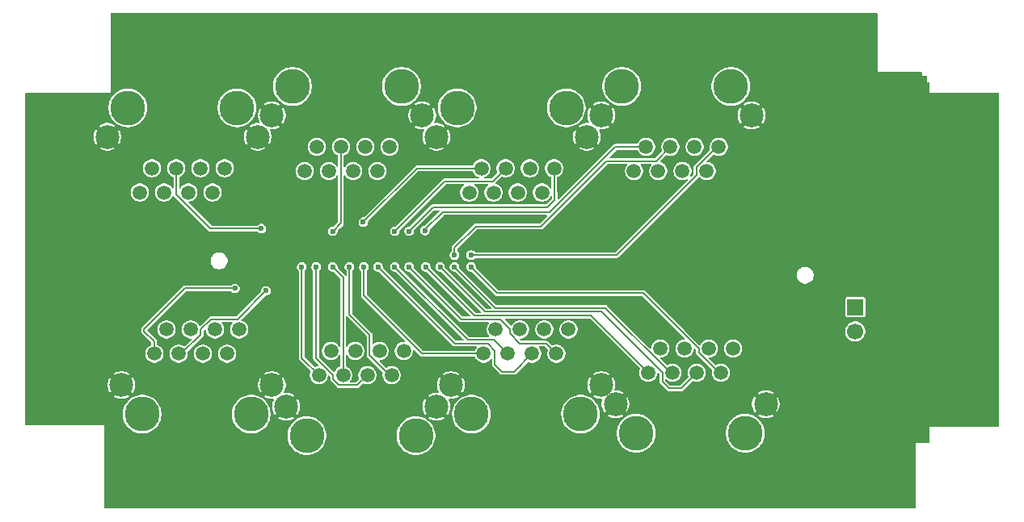
<source format=gbr>
%TF.GenerationSoftware,KiCad,Pcbnew,9.0.2*%
%TF.CreationDate,2025-06-11T08:11:14-04:00*%
%TF.ProjectId,DarkQuest_A5202_Adapter,4461726b-5175-4657-9374-5f4135323032,1*%
%TF.SameCoordinates,Original*%
%TF.FileFunction,Copper,L1,Top*%
%TF.FilePolarity,Positive*%
%FSLAX46Y46*%
G04 Gerber Fmt 4.6, Leading zero omitted, Abs format (unit mm)*
G04 Created by KiCad (PCBNEW 9.0.2) date 2025-06-11 08:11:14*
%MOMM*%
%LPD*%
G01*
G04 APERTURE LIST*
%TA.AperFunction,WasherPad*%
%ADD10C,3.650000*%
%TD*%
%TA.AperFunction,ComponentPad*%
%ADD11C,1.500000*%
%TD*%
%TA.AperFunction,ComponentPad*%
%ADD12C,2.500000*%
%TD*%
%TA.AperFunction,ComponentPad*%
%ADD13R,1.700000X1.700000*%
%TD*%
%TA.AperFunction,ComponentPad*%
%ADD14C,1.700000*%
%TD*%
%TA.AperFunction,ViaPad*%
%ADD15C,0.600000*%
%TD*%
%TA.AperFunction,Conductor*%
%ADD16C,0.200000*%
%TD*%
G04 APERTURE END LIST*
D10*
%TO.P,J2,*%
%TO.N,*%
X74965000Y-68050000D03*
X63535000Y-68050000D03*
D11*
%TO.P,J2,1*%
%TO.N,/K6*%
X73695000Y-74400000D03*
%TO.P,J2,2*%
%TO.N,/A6*%
X72425000Y-76940000D03*
%TO.P,J2,3*%
%TO.N,/K2*%
X71155000Y-74400000D03*
%TO.P,J2,4*%
%TO.N,/A4*%
X69885000Y-76940000D03*
%TO.P,J2,5*%
%TO.N,/K4*%
X68615000Y-74400000D03*
%TO.P,J2,6*%
%TO.N,/A2*%
X67345000Y-76940000D03*
%TO.P,J2,7*%
%TO.N,/K0*%
X66075000Y-74400000D03*
%TO.P,J2,8*%
%TO.N,/A0*%
X64805000Y-76940000D03*
D12*
%TO.P,J2,SH*%
%TO.N,GND*%
X77125000Y-71100000D03*
X61375000Y-71100000D03*
%TD*%
D10*
%TO.P,J8,*%
%TO.N,*%
X126715000Y-65800000D03*
X115285000Y-65800000D03*
D11*
%TO.P,J8,1*%
%TO.N,/K30*%
X125445000Y-72150000D03*
%TO.P,J8,2*%
%TO.N,/A30*%
X124175000Y-74690000D03*
%TO.P,J8,3*%
%TO.N,/K26*%
X122905000Y-72150000D03*
%TO.P,J8,4*%
%TO.N,/A28*%
X121635000Y-74690000D03*
%TO.P,J8,5*%
%TO.N,/K28*%
X120365000Y-72150000D03*
%TO.P,J8,6*%
%TO.N,/A26*%
X119095000Y-74690000D03*
%TO.P,J8,7*%
%TO.N,/K24*%
X117825000Y-72150000D03*
%TO.P,J8,8*%
%TO.N,/A24*%
X116555000Y-74690000D03*
D12*
%TO.P,J8,SH*%
%TO.N,GND*%
X128875000Y-68850000D03*
X113125000Y-68850000D03*
%TD*%
D10*
%TO.P,J3,*%
%TO.N,*%
X65035000Y-100200000D03*
X76465000Y-100200000D03*
D11*
%TO.P,J3,1*%
%TO.N,/K1*%
X66305000Y-93850000D03*
%TO.P,J3,2*%
%TO.N,/A1*%
X67575000Y-91310000D03*
%TO.P,J3,3*%
%TO.N,/K5*%
X68845000Y-93850000D03*
%TO.P,J3,4*%
%TO.N,/A3*%
X70115000Y-91310000D03*
%TO.P,J3,5*%
%TO.N,/K3*%
X71385000Y-93850000D03*
%TO.P,J3,6*%
%TO.N,/A5*%
X72655000Y-91310000D03*
%TO.P,J3,7*%
%TO.N,/K7*%
X73925000Y-93850000D03*
%TO.P,J3,8*%
%TO.N,/A7*%
X75195000Y-91310000D03*
D12*
%TO.P,J3,SH*%
%TO.N,GND*%
X62875000Y-97150000D03*
X78625000Y-97150000D03*
%TD*%
D10*
%TO.P,J5,*%
%TO.N,*%
X82285000Y-102450000D03*
X93715000Y-102450000D03*
D11*
%TO.P,J5,1*%
%TO.N,/K9*%
X83555000Y-96100000D03*
%TO.P,J5,2*%
%TO.N,/A9*%
X84825000Y-93560000D03*
%TO.P,J5,3*%
%TO.N,/K13*%
X86095000Y-96100000D03*
%TO.P,J5,4*%
%TO.N,/A11*%
X87365000Y-93560000D03*
%TO.P,J5,5*%
%TO.N,/K11*%
X88635000Y-96100000D03*
%TO.P,J5,6*%
%TO.N,/A13*%
X89905000Y-93560000D03*
%TO.P,J5,7*%
%TO.N,/K15*%
X91175000Y-96100000D03*
%TO.P,J5,8*%
%TO.N,/A15*%
X92445000Y-93560000D03*
D12*
%TO.P,J5,SH*%
%TO.N,GND*%
X80125000Y-99400000D03*
X95875000Y-99400000D03*
%TD*%
D10*
%TO.P,J6,*%
%TO.N,*%
X109465000Y-68050000D03*
X98035000Y-68050000D03*
D11*
%TO.P,J6,1*%
%TO.N,/K22*%
X108195000Y-74400000D03*
%TO.P,J6,2*%
%TO.N,/A22*%
X106925000Y-76940000D03*
%TO.P,J6,3*%
%TO.N,/K18*%
X105655000Y-74400000D03*
%TO.P,J6,4*%
%TO.N,/A20*%
X104385000Y-76940000D03*
%TO.P,J6,5*%
%TO.N,/K20*%
X103115000Y-74400000D03*
%TO.P,J6,6*%
%TO.N,/A18*%
X101845000Y-76940000D03*
%TO.P,J6,7*%
%TO.N,/K16*%
X100575000Y-74400000D03*
%TO.P,J6,8*%
%TO.N,/A16*%
X99305000Y-76940000D03*
D12*
%TO.P,J6,SH*%
%TO.N,GND*%
X111625000Y-71100000D03*
X95875000Y-71100000D03*
%TD*%
D13*
%TO.P,J18,1,Pin_1*%
%TO.N,/Therm_Sig*%
X139750000Y-88975000D03*
D14*
%TO.P,J18,2,Pin_2*%
%TO.N,/Therm_Avail*%
X139750000Y-91515000D03*
%TD*%
D10*
%TO.P,J4,*%
%TO.N,*%
X92215000Y-65800000D03*
X80785000Y-65800000D03*
D11*
%TO.P,J4,1*%
%TO.N,/K14*%
X90945000Y-72150000D03*
%TO.P,J4,2*%
%TO.N,/A14*%
X89675000Y-74690000D03*
%TO.P,J4,3*%
%TO.N,/K10*%
X88405000Y-72150000D03*
%TO.P,J4,4*%
%TO.N,/A12*%
X87135000Y-74690000D03*
%TO.P,J4,5*%
%TO.N,/K12*%
X85865000Y-72150000D03*
%TO.P,J4,6*%
%TO.N,/A10*%
X84595000Y-74690000D03*
%TO.P,J4,7*%
%TO.N,/K8*%
X83325000Y-72150000D03*
%TO.P,J4,8*%
%TO.N,/A8*%
X82055000Y-74690000D03*
D12*
%TO.P,J4,SH*%
%TO.N,GND*%
X94375000Y-68850000D03*
X78625000Y-68850000D03*
%TD*%
D10*
%TO.P,J9,*%
%TO.N,*%
X116785000Y-102200000D03*
X128215000Y-102200000D03*
D11*
%TO.P,J9,1*%
%TO.N,/K25*%
X118055000Y-95850000D03*
%TO.P,J9,2*%
%TO.N,/A25*%
X119325000Y-93310000D03*
%TO.P,J9,3*%
%TO.N,/K29*%
X120595000Y-95850000D03*
%TO.P,J9,4*%
%TO.N,/A27*%
X121865000Y-93310000D03*
%TO.P,J9,5*%
%TO.N,/K27*%
X123135000Y-95850000D03*
%TO.P,J9,6*%
%TO.N,/A29*%
X124405000Y-93310000D03*
%TO.P,J9,7*%
%TO.N,/K31*%
X125675000Y-95850000D03*
%TO.P,J9,8*%
%TO.N,/A31*%
X126945000Y-93310000D03*
D12*
%TO.P,J9,SH*%
%TO.N,GND*%
X114625000Y-99150000D03*
X130375000Y-99150000D03*
%TD*%
D10*
%TO.P,J7,*%
%TO.N,*%
X99535000Y-100200000D03*
X110965000Y-100200000D03*
D11*
%TO.P,J7,1*%
%TO.N,/K17*%
X100805000Y-93850000D03*
%TO.P,J7,2*%
%TO.N,/A17*%
X102075000Y-91310000D03*
%TO.P,J7,3*%
%TO.N,/K21*%
X103345000Y-93850000D03*
%TO.P,J7,4*%
%TO.N,/A19*%
X104615000Y-91310000D03*
%TO.P,J7,5*%
%TO.N,/K19*%
X105885000Y-93850000D03*
%TO.P,J7,6*%
%TO.N,/A21*%
X107155000Y-91310000D03*
%TO.P,J7,7*%
%TO.N,/K23*%
X108425000Y-93850000D03*
%TO.P,J7,8*%
%TO.N,/A23*%
X109695000Y-91310000D03*
D12*
%TO.P,J7,SH*%
%TO.N,GND*%
X97375000Y-97150000D03*
X113125000Y-97150000D03*
%TD*%
D15*
%TO.N,GND*%
X62658800Y-104092800D03*
%TO.N,/K1*%
X74750000Y-87000000D03*
%TO.N,/K5*%
X78006265Y-87256265D03*
%TO.N,/K4*%
X77525815Y-80724185D03*
%TO.N,/K9*%
X81750000Y-84750000D03*
%TO.N,/K11*%
X83250000Y-84750000D03*
%TO.N,/K12*%
X85000000Y-81000000D03*
%TO.N,/K15*%
X86750000Y-84750000D03*
%TO.N,/K13*%
X85000000Y-84750000D03*
%TO.N,/K19*%
X89750000Y-84750000D03*
%TO.N,/K16*%
X88200000Y-80050000D03*
%TO.N,/K17*%
X88250000Y-84750000D03*
%TO.N,/K23*%
X93000000Y-84750000D03*
%TO.N,/K21*%
X91500000Y-84750000D03*
%TO.N,/K22*%
X93000000Y-81000000D03*
%TO.N,/K20*%
X91500000Y-81000000D03*
%TO.N,/K27*%
X96250000Y-84750000D03*
%TO.N,/K24*%
X94674265Y-80924265D03*
%TO.N,/K25*%
X94750000Y-84750000D03*
%TO.N,/K29*%
X97750000Y-84750000D03*
%TO.N,/K28*%
X97750000Y-83500000D03*
%TO.N,/K31*%
X99500000Y-84750000D03*
%TO.N,/K30*%
X99500000Y-83500000D03*
%TD*%
D16*
%TO.N,/K1*%
X65250000Y-91250000D02*
X65250000Y-91500000D01*
X74750000Y-87000000D02*
X69500000Y-87000000D01*
X66305000Y-92555000D02*
X66305000Y-93850000D01*
X65250000Y-91500000D02*
X66305000Y-92555000D01*
X69500000Y-87000000D02*
X65250000Y-91250000D01*
%TO.N,/K5*%
X72219661Y-90259000D02*
X71166000Y-91312661D01*
X71166000Y-91312661D02*
X71166000Y-91834000D01*
X69150000Y-93850000D02*
X68845000Y-93850000D01*
X78006265Y-87256265D02*
X75003530Y-90259000D01*
X75003530Y-90259000D02*
X72219661Y-90259000D01*
X71166000Y-91834000D02*
X69150000Y-93850000D01*
%TO.N,/K4*%
X68615000Y-77156339D02*
X68615000Y-74400000D01*
X72182846Y-80724185D02*
X68615000Y-77156339D01*
X77525815Y-80724185D02*
X72182846Y-80724185D01*
%TO.N,/K9*%
X81750000Y-84750000D02*
X81750000Y-94295000D01*
X81750000Y-94295000D02*
X83555000Y-96100000D01*
%TO.N,/K11*%
X85044000Y-96102661D02*
X85044000Y-96535339D01*
X85044000Y-96535339D02*
X85659661Y-97151000D01*
X87584000Y-97151000D02*
X88635000Y-96100000D01*
X83250000Y-94308661D02*
X85044000Y-96102661D01*
X83250000Y-84750000D02*
X83250000Y-94308661D01*
X85659661Y-97151000D02*
X87584000Y-97151000D01*
%TO.N,/K12*%
X85000000Y-81000000D02*
X85865000Y-80135000D01*
X85865000Y-80135000D02*
X85865000Y-72150000D01*
%TO.N,/K15*%
X88854000Y-93995339D02*
X90958661Y-96100000D01*
X90958661Y-96100000D02*
X91175000Y-96100000D01*
X88854000Y-91854000D02*
X88854000Y-93995339D01*
X86750000Y-84750000D02*
X86750000Y-89750000D01*
X86750000Y-89750000D02*
X88854000Y-91854000D01*
%TO.N,/K13*%
X85000000Y-84750000D02*
X86095000Y-85845000D01*
X86095000Y-85845000D02*
X86095000Y-96100000D01*
%TO.N,/K19*%
X102750000Y-95750000D02*
X103985000Y-95750000D01*
X102000000Y-93558661D02*
X102000000Y-95000000D01*
X103985000Y-95750000D02*
X105885000Y-93850000D01*
X102000000Y-95000000D02*
X102750000Y-95750000D01*
X89750000Y-84750000D02*
X97799000Y-92799000D01*
X101240339Y-92799000D02*
X102000000Y-93558661D01*
X97799000Y-92799000D02*
X101240339Y-92799000D01*
%TO.N,/K16*%
X88200000Y-80050000D02*
X93850000Y-74400000D01*
X93850000Y-74400000D02*
X100575000Y-74400000D01*
%TO.N,/K17*%
X94350000Y-93850000D02*
X100805000Y-93850000D01*
X88250000Y-87750000D02*
X94350000Y-93850000D01*
X88250000Y-84750000D02*
X88250000Y-87750000D01*
%TO.N,/K23*%
X104617661Y-92799000D02*
X107374000Y-92799000D01*
X98509000Y-90259000D02*
X102573000Y-90259000D01*
X103564000Y-91745339D02*
X104617661Y-92799000D01*
X107374000Y-92799000D02*
X108425000Y-93850000D01*
X102573000Y-90259000D02*
X103564000Y-91250000D01*
X93000000Y-84750000D02*
X98509000Y-90259000D01*
X103564000Y-91250000D02*
X103564000Y-91745339D01*
%TO.N,/K21*%
X91500000Y-84750000D02*
X99148000Y-92398000D01*
X99148000Y-92398000D02*
X101893000Y-92398000D01*
X101893000Y-92398000D02*
X103345000Y-93850000D01*
%TO.N,/K22*%
X93000000Y-81000000D02*
X95500000Y-78500000D01*
X108250000Y-77000000D02*
X108195000Y-76945000D01*
X107500000Y-78500000D02*
X108250000Y-77750000D01*
X108195000Y-76945000D02*
X108195000Y-74400000D01*
X108250000Y-77750000D02*
X108250000Y-77000000D01*
X95500000Y-78500000D02*
X107500000Y-78500000D01*
%TO.N,/K20*%
X96750000Y-75750000D02*
X101765000Y-75750000D01*
X101765000Y-75750000D02*
X103115000Y-74400000D01*
X91500000Y-81000000D02*
X96750000Y-75750000D01*
%TO.N,/K27*%
X120250000Y-97500000D02*
X121500000Y-97500000D01*
X119544000Y-95852661D02*
X119544000Y-96794000D01*
X119544000Y-96794000D02*
X120250000Y-97500000D01*
X113148339Y-89457000D02*
X119544000Y-95852661D01*
X100957000Y-89457000D02*
X113148339Y-89457000D01*
X121500000Y-97485000D02*
X123135000Y-95850000D01*
X96250000Y-84750000D02*
X100957000Y-89457000D01*
X121500000Y-97500000D02*
X121500000Y-97485000D01*
%TO.N,/K24*%
X107750000Y-79000000D02*
X96500000Y-79000000D01*
X114600000Y-72150000D02*
X108000000Y-78750000D01*
X108000000Y-78750000D02*
X107750000Y-79000000D01*
X117825000Y-72150000D02*
X114600000Y-72150000D01*
X96500000Y-79000000D02*
X94674265Y-80825735D01*
X94674265Y-80825735D02*
X94674265Y-80924265D01*
%TO.N,/K25*%
X94750000Y-84750000D02*
X99858000Y-89858000D01*
X112063000Y-89858000D02*
X118055000Y-95850000D01*
X99858000Y-89858000D02*
X112063000Y-89858000D01*
%TO.N,/K29*%
X102056000Y-89056000D02*
X113584661Y-89056000D01*
X113584661Y-89056000D02*
X120378661Y-95850000D01*
X120378661Y-95850000D02*
X120595000Y-95850000D01*
X97750000Y-84750000D02*
X102056000Y-89056000D01*
%TO.N,/K28*%
X97750000Y-82750000D02*
X97750000Y-83500000D01*
X100000000Y-80500000D02*
X97750000Y-82750000D01*
X106817100Y-80500000D02*
X100000000Y-80500000D01*
X120365000Y-72150000D02*
X118876000Y-73639000D01*
X113678100Y-73639000D02*
X106817100Y-80500000D01*
X118876000Y-73639000D02*
X113678100Y-73639000D01*
%TO.N,/K31*%
X125458661Y-95850000D02*
X125675000Y-95850000D01*
X123354000Y-93312661D02*
X123354000Y-93745339D01*
X102250000Y-87500000D02*
X117541339Y-87500000D01*
X117541339Y-87500000D02*
X123354000Y-93312661D01*
X99500000Y-84750000D02*
X102250000Y-87500000D01*
X123354000Y-93745339D02*
X125458661Y-95850000D01*
%TO.N,/K30*%
X114749339Y-83500000D02*
X123124000Y-75125339D01*
X125228661Y-72150000D02*
X125445000Y-72150000D01*
X123124000Y-74254661D02*
X125228661Y-72150000D01*
X123124000Y-75125339D02*
X123124000Y-74254661D01*
X99500000Y-83500000D02*
X114749339Y-83500000D01*
%TD*%
%TA.AperFunction,Conductor*%
%TO.N,GND*%
G36*
X142037126Y-58134974D02*
G01*
X142058800Y-58187300D01*
X142058800Y-64292800D01*
X146634800Y-64292800D01*
X146687126Y-64314474D01*
X146708800Y-64366800D01*
X146708800Y-64692800D01*
X147184800Y-64692800D01*
X147237126Y-64714474D01*
X147258800Y-64766800D01*
X147258800Y-65342800D01*
X147434800Y-65342800D01*
X147487126Y-65364474D01*
X147508800Y-65416800D01*
X147508800Y-66442800D01*
X154724300Y-66442800D01*
X154776626Y-66464474D01*
X154798300Y-66516800D01*
X154798300Y-101418800D01*
X154776626Y-101471126D01*
X154724300Y-101492800D01*
X147508800Y-101492800D01*
X147508800Y-103118800D01*
X147487126Y-103171126D01*
X147434800Y-103192800D01*
X146058800Y-103192800D01*
X146058800Y-110038300D01*
X146037126Y-110090626D01*
X145984800Y-110112300D01*
X61132800Y-110112300D01*
X61080474Y-110090626D01*
X61058800Y-110038300D01*
X61058800Y-102317243D01*
X80259500Y-102317243D01*
X80259500Y-102582756D01*
X80294155Y-102845996D01*
X80362875Y-103102465D01*
X80362879Y-103102476D01*
X80464482Y-103347769D01*
X80464485Y-103347777D01*
X80597242Y-103577718D01*
X80597246Y-103577724D01*
X80758881Y-103788370D01*
X80946629Y-103976118D01*
X81157275Y-104137753D01*
X81157281Y-104137757D01*
X81249230Y-104190844D01*
X81387222Y-104270514D01*
X81632527Y-104372122D01*
X81888997Y-104440843D01*
X81889003Y-104440843D01*
X81889004Y-104440844D01*
X81889003Y-104440844D01*
X82005825Y-104456223D01*
X82152242Y-104475500D01*
X82152244Y-104475500D01*
X82417756Y-104475500D01*
X82417758Y-104475500D01*
X82620989Y-104448744D01*
X82680996Y-104440844D01*
X82680996Y-104440843D01*
X82681003Y-104440843D01*
X82937473Y-104372122D01*
X83182778Y-104270514D01*
X83412722Y-104137755D01*
X83623370Y-103976119D01*
X83811119Y-103788370D01*
X83972755Y-103577722D01*
X84105514Y-103347778D01*
X84207122Y-103102473D01*
X84275843Y-102846003D01*
X84310500Y-102582758D01*
X84310500Y-102317243D01*
X91689500Y-102317243D01*
X91689500Y-102582756D01*
X91724155Y-102845996D01*
X91792875Y-103102465D01*
X91792879Y-103102476D01*
X91894482Y-103347769D01*
X91894485Y-103347777D01*
X92027242Y-103577718D01*
X92027246Y-103577724D01*
X92188881Y-103788370D01*
X92376629Y-103976118D01*
X92587275Y-104137753D01*
X92587281Y-104137757D01*
X92679230Y-104190844D01*
X92817222Y-104270514D01*
X93062527Y-104372122D01*
X93318997Y-104440843D01*
X93319003Y-104440843D01*
X93319004Y-104440844D01*
X93319003Y-104440844D01*
X93435825Y-104456223D01*
X93582242Y-104475500D01*
X93582244Y-104475500D01*
X93847756Y-104475500D01*
X93847758Y-104475500D01*
X94050989Y-104448744D01*
X94110996Y-104440844D01*
X94110996Y-104440843D01*
X94111003Y-104440843D01*
X94367473Y-104372122D01*
X94612778Y-104270514D01*
X94842722Y-104137755D01*
X95053370Y-103976119D01*
X95241119Y-103788370D01*
X95402755Y-103577722D01*
X95535514Y-103347778D01*
X95637122Y-103102473D01*
X95705843Y-102846003D01*
X95740500Y-102582758D01*
X95740500Y-102317242D01*
X95705843Y-102053997D01*
X95637122Y-101797527D01*
X95535514Y-101552222D01*
X95532801Y-101547523D01*
X95402757Y-101322281D01*
X95402753Y-101322275D01*
X95241118Y-101111629D01*
X95053370Y-100923881D01*
X94842724Y-100762246D01*
X94842718Y-100762242D01*
X94612777Y-100629485D01*
X94612773Y-100629483D01*
X94612590Y-100629408D01*
X94612589Y-100629407D01*
X94612588Y-100629407D01*
X94367476Y-100527879D01*
X94367465Y-100527875D01*
X94147823Y-100469022D01*
X94111003Y-100459157D01*
X94111001Y-100459156D01*
X94110995Y-100459155D01*
X94110996Y-100459155D01*
X93899415Y-100431300D01*
X93847758Y-100424500D01*
X93582242Y-100424500D01*
X93535200Y-100430693D01*
X93319003Y-100459155D01*
X93062534Y-100527875D01*
X93062523Y-100527879D01*
X92817230Y-100629482D01*
X92817222Y-100629485D01*
X92587281Y-100762242D01*
X92587275Y-100762246D01*
X92376629Y-100923881D01*
X92188881Y-101111629D01*
X92027246Y-101322275D01*
X92027242Y-101322281D01*
X91894485Y-101552222D01*
X91894482Y-101552230D01*
X91792879Y-101797523D01*
X91792875Y-101797534D01*
X91724155Y-102054003D01*
X91689500Y-102317243D01*
X84310500Y-102317243D01*
X84310500Y-102317242D01*
X84275843Y-102053997D01*
X84207122Y-101797527D01*
X84105514Y-101552222D01*
X84102801Y-101547523D01*
X83972757Y-101322281D01*
X83972753Y-101322275D01*
X83811118Y-101111629D01*
X83623370Y-100923881D01*
X83412724Y-100762246D01*
X83412718Y-100762242D01*
X83182777Y-100629485D01*
X83182769Y-100629482D01*
X82937476Y-100527879D01*
X82937465Y-100527875D01*
X82717823Y-100469022D01*
X82681003Y-100459157D01*
X82681001Y-100459156D01*
X82680995Y-100459155D01*
X82680996Y-100459155D01*
X82469415Y-100431300D01*
X82417758Y-100424500D01*
X82152242Y-100424500D01*
X82105200Y-100430693D01*
X81889003Y-100459155D01*
X81632534Y-100527875D01*
X81632523Y-100527879D01*
X81387230Y-100629482D01*
X81387222Y-100629485D01*
X81157281Y-100762242D01*
X81157275Y-100762246D01*
X80946629Y-100923881D01*
X80758881Y-101111629D01*
X80597246Y-101322275D01*
X80597242Y-101322281D01*
X80464485Y-101552222D01*
X80464482Y-101552230D01*
X80362879Y-101797523D01*
X80362875Y-101797534D01*
X80294155Y-102054003D01*
X80259500Y-102317243D01*
X61058800Y-102317243D01*
X61058800Y-101342800D01*
X52873300Y-101342800D01*
X52820974Y-101321126D01*
X52799300Y-101268800D01*
X52799300Y-100067242D01*
X63009500Y-100067242D01*
X63009500Y-100332758D01*
X63015652Y-100379485D01*
X63044155Y-100595996D01*
X63112875Y-100852465D01*
X63112879Y-100852476D01*
X63214482Y-101097769D01*
X63214485Y-101097777D01*
X63347242Y-101327718D01*
X63347246Y-101327724D01*
X63508881Y-101538370D01*
X63696629Y-101726118D01*
X63907275Y-101887753D01*
X63907281Y-101887757D01*
X64137222Y-102020514D01*
X64382527Y-102122122D01*
X64638997Y-102190843D01*
X64639003Y-102190843D01*
X64639004Y-102190844D01*
X64639003Y-102190844D01*
X64755825Y-102206223D01*
X64902242Y-102225500D01*
X64902244Y-102225500D01*
X65167756Y-102225500D01*
X65167758Y-102225500D01*
X65370581Y-102198797D01*
X65430996Y-102190844D01*
X65430996Y-102190843D01*
X65431003Y-102190843D01*
X65687473Y-102122122D01*
X65932778Y-102020514D01*
X66162722Y-101887755D01*
X66373370Y-101726119D01*
X66561119Y-101538370D01*
X66722755Y-101327722D01*
X66855514Y-101097778D01*
X66957122Y-100852473D01*
X67025843Y-100596003D01*
X67060500Y-100332758D01*
X67060500Y-100067242D01*
X74439500Y-100067242D01*
X74439500Y-100332758D01*
X74445652Y-100379485D01*
X74474155Y-100595996D01*
X74542875Y-100852465D01*
X74542879Y-100852476D01*
X74644482Y-101097769D01*
X74644485Y-101097777D01*
X74777242Y-101327718D01*
X74777246Y-101327724D01*
X74938881Y-101538370D01*
X75126629Y-101726118D01*
X75337275Y-101887753D01*
X75337281Y-101887757D01*
X75567222Y-102020514D01*
X75812527Y-102122122D01*
X76068997Y-102190843D01*
X76069003Y-102190843D01*
X76069004Y-102190844D01*
X76069003Y-102190844D01*
X76185825Y-102206223D01*
X76332242Y-102225500D01*
X76332244Y-102225500D01*
X76597756Y-102225500D01*
X76597758Y-102225500D01*
X76800581Y-102198797D01*
X76860996Y-102190844D01*
X76860996Y-102190843D01*
X76861003Y-102190843D01*
X77117473Y-102122122D01*
X77362778Y-102020514D01*
X77592722Y-101887755D01*
X77803370Y-101726119D01*
X77991119Y-101538370D01*
X78152755Y-101327722D01*
X78285514Y-101097778D01*
X78387122Y-100852473D01*
X78455843Y-100596003D01*
X78456733Y-100589243D01*
X78461718Y-100551381D01*
X78484348Y-100379485D01*
X78490500Y-100332758D01*
X78490500Y-100067242D01*
X78455843Y-99803997D01*
X78387122Y-99547527D01*
X78285514Y-99302222D01*
X78152755Y-99072278D01*
X78124827Y-99035882D01*
X77991118Y-98861629D01*
X77803370Y-98673881D01*
X77592724Y-98512246D01*
X77592718Y-98512242D01*
X77362777Y-98379485D01*
X77362773Y-98379483D01*
X77362590Y-98379408D01*
X77362589Y-98379407D01*
X77362588Y-98379407D01*
X77117476Y-98277879D01*
X77117465Y-98277875D01*
X76897823Y-98219022D01*
X76861003Y-98209157D01*
X76861001Y-98209156D01*
X76860995Y-98209155D01*
X76860996Y-98209155D01*
X76649415Y-98181300D01*
X76597758Y-98174500D01*
X76332242Y-98174500D01*
X76285200Y-98180693D01*
X76069003Y-98209155D01*
X75812534Y-98277875D01*
X75812523Y-98277879D01*
X75567230Y-98379482D01*
X75567222Y-98379485D01*
X75337281Y-98512242D01*
X75337275Y-98512246D01*
X75126629Y-98673881D01*
X74938881Y-98861629D01*
X74777246Y-99072275D01*
X74777242Y-99072281D01*
X74644485Y-99302222D01*
X74644482Y-99302230D01*
X74542879Y-99547523D01*
X74542875Y-99547534D01*
X74474155Y-99804003D01*
X74444242Y-100031224D01*
X74439500Y-100067242D01*
X67060500Y-100067242D01*
X67025843Y-99803997D01*
X66957122Y-99547527D01*
X66855514Y-99302222D01*
X66722755Y-99072278D01*
X66694827Y-99035882D01*
X66561118Y-98861629D01*
X66373370Y-98673881D01*
X66162724Y-98512246D01*
X66162718Y-98512242D01*
X65932777Y-98379485D01*
X65932769Y-98379482D01*
X65687476Y-98277879D01*
X65687465Y-98277875D01*
X65467823Y-98219022D01*
X65431003Y-98209157D01*
X65431001Y-98209156D01*
X65430995Y-98209155D01*
X65430996Y-98209155D01*
X65219415Y-98181300D01*
X65167758Y-98174500D01*
X64902242Y-98174500D01*
X64855200Y-98180693D01*
X64639003Y-98209155D01*
X64382534Y-98277875D01*
X64382523Y-98277879D01*
X64137230Y-98379482D01*
X64137222Y-98379485D01*
X63907281Y-98512242D01*
X63907275Y-98512246D01*
X63696629Y-98673881D01*
X63508881Y-98861629D01*
X63347246Y-99072275D01*
X63347242Y-99072281D01*
X63214485Y-99302222D01*
X63214482Y-99302230D01*
X63112879Y-99547523D01*
X63112875Y-99547534D01*
X63044155Y-99804003D01*
X63014242Y-100031224D01*
X63009500Y-100067242D01*
X52799300Y-100067242D01*
X52799300Y-97035882D01*
X61425000Y-97035882D01*
X61425000Y-97264117D01*
X61460703Y-97489540D01*
X61460706Y-97489553D01*
X61531230Y-97706604D01*
X61531232Y-97706608D01*
X61634847Y-97909962D01*
X61634850Y-97909968D01*
X61685755Y-97980032D01*
X62119227Y-97546560D01*
X62121740Y-97552626D01*
X62214762Y-97691844D01*
X62333156Y-97810238D01*
X62472374Y-97903260D01*
X62478437Y-97905771D01*
X62044966Y-98339243D01*
X62115031Y-98390149D01*
X62115037Y-98390152D01*
X62318391Y-98493767D01*
X62318395Y-98493769D01*
X62535446Y-98564293D01*
X62535459Y-98564296D01*
X62760882Y-98600000D01*
X62989118Y-98600000D01*
X63214540Y-98564296D01*
X63214553Y-98564293D01*
X63431604Y-98493769D01*
X63431608Y-98493767D01*
X63634965Y-98390151D01*
X63705033Y-98339243D01*
X63271561Y-97905771D01*
X63277626Y-97903260D01*
X63416844Y-97810238D01*
X63535238Y-97691844D01*
X63628260Y-97552626D01*
X63630771Y-97546561D01*
X64064243Y-97980033D01*
X64115151Y-97909965D01*
X64218767Y-97706608D01*
X64218769Y-97706604D01*
X64289293Y-97489553D01*
X64289296Y-97489540D01*
X64325000Y-97264117D01*
X64325000Y-97035882D01*
X77175000Y-97035882D01*
X77175000Y-97264117D01*
X77210703Y-97489540D01*
X77210706Y-97489553D01*
X77281230Y-97706604D01*
X77281232Y-97706608D01*
X77384847Y-97909962D01*
X77384850Y-97909968D01*
X77435755Y-97980032D01*
X77869227Y-97546560D01*
X77871740Y-97552626D01*
X77964762Y-97691844D01*
X78083156Y-97810238D01*
X78222374Y-97903260D01*
X78228437Y-97905771D01*
X77794966Y-98339243D01*
X77865031Y-98390149D01*
X77865037Y-98390152D01*
X78068391Y-98493767D01*
X78068395Y-98493769D01*
X78285446Y-98564293D01*
X78285459Y-98564296D01*
X78510882Y-98600000D01*
X78739117Y-98600000D01*
X78776384Y-98594097D01*
X78831456Y-98607318D01*
X78861050Y-98655609D01*
X78853896Y-98700781D01*
X78781229Y-98843398D01*
X78710706Y-99060446D01*
X78710703Y-99060459D01*
X78675000Y-99285882D01*
X78675000Y-99514117D01*
X78710703Y-99739540D01*
X78710706Y-99739553D01*
X78781230Y-99956604D01*
X78781232Y-99956608D01*
X78884847Y-100159962D01*
X78884850Y-100159968D01*
X78935755Y-100230032D01*
X79369227Y-99796560D01*
X79371740Y-99802626D01*
X79464762Y-99941844D01*
X79583156Y-100060238D01*
X79722374Y-100153260D01*
X79728437Y-100155771D01*
X79294966Y-100589243D01*
X79365031Y-100640149D01*
X79365037Y-100640152D01*
X79568391Y-100743767D01*
X79568395Y-100743769D01*
X79785446Y-100814293D01*
X79785459Y-100814296D01*
X80010882Y-100850000D01*
X80239118Y-100850000D01*
X80464540Y-100814296D01*
X80464553Y-100814293D01*
X80681604Y-100743769D01*
X80681608Y-100743767D01*
X80884965Y-100640151D01*
X80955033Y-100589243D01*
X80521561Y-100155771D01*
X80527626Y-100153260D01*
X80666844Y-100060238D01*
X80785238Y-99941844D01*
X80878260Y-99802626D01*
X80880771Y-99796561D01*
X81314243Y-100230033D01*
X81365151Y-100159965D01*
X81468767Y-99956608D01*
X81468769Y-99956604D01*
X81539293Y-99739553D01*
X81539296Y-99739540D01*
X81575000Y-99514117D01*
X81575000Y-99285882D01*
X94425000Y-99285882D01*
X94425000Y-99514117D01*
X94460703Y-99739540D01*
X94460706Y-99739553D01*
X94531230Y-99956604D01*
X94531232Y-99956608D01*
X94634847Y-100159962D01*
X94634850Y-100159968D01*
X94685755Y-100230032D01*
X95119227Y-99796560D01*
X95121740Y-99802626D01*
X95214762Y-99941844D01*
X95333156Y-100060238D01*
X95472374Y-100153260D01*
X95478437Y-100155771D01*
X95044966Y-100589243D01*
X95115031Y-100640149D01*
X95115037Y-100640152D01*
X95318391Y-100743767D01*
X95318395Y-100743769D01*
X95535446Y-100814293D01*
X95535459Y-100814296D01*
X95760882Y-100850000D01*
X95989118Y-100850000D01*
X96214540Y-100814296D01*
X96214553Y-100814293D01*
X96431604Y-100743769D01*
X96431608Y-100743767D01*
X96634965Y-100640151D01*
X96705033Y-100589243D01*
X96271561Y-100155771D01*
X96277626Y-100153260D01*
X96416844Y-100060238D01*
X96535238Y-99941844D01*
X96628260Y-99802626D01*
X96630771Y-99796561D01*
X97064243Y-100230033D01*
X97115151Y-100159965D01*
X97162397Y-100067242D01*
X97509500Y-100067242D01*
X97509500Y-100332758D01*
X97515652Y-100379485D01*
X97544155Y-100595996D01*
X97612875Y-100852465D01*
X97612879Y-100852476D01*
X97714482Y-101097769D01*
X97714485Y-101097777D01*
X97847242Y-101327718D01*
X97847246Y-101327724D01*
X98008881Y-101538370D01*
X98196629Y-101726118D01*
X98407275Y-101887753D01*
X98407281Y-101887757D01*
X98637222Y-102020514D01*
X98882527Y-102122122D01*
X99138997Y-102190843D01*
X99139003Y-102190843D01*
X99139004Y-102190844D01*
X99139003Y-102190844D01*
X99255825Y-102206223D01*
X99402242Y-102225500D01*
X99402244Y-102225500D01*
X99667756Y-102225500D01*
X99667758Y-102225500D01*
X99870581Y-102198797D01*
X99930996Y-102190844D01*
X99930996Y-102190843D01*
X99931003Y-102190843D01*
X100187473Y-102122122D01*
X100432778Y-102020514D01*
X100662722Y-101887755D01*
X100873370Y-101726119D01*
X101061119Y-101538370D01*
X101222755Y-101327722D01*
X101355514Y-101097778D01*
X101457122Y-100852473D01*
X101525843Y-100596003D01*
X101560500Y-100332758D01*
X101560500Y-100067242D01*
X108939500Y-100067242D01*
X108939500Y-100332758D01*
X108945652Y-100379485D01*
X108974155Y-100595996D01*
X109042875Y-100852465D01*
X109042879Y-100852476D01*
X109144482Y-101097769D01*
X109144485Y-101097777D01*
X109277242Y-101327718D01*
X109277246Y-101327724D01*
X109438881Y-101538370D01*
X109626629Y-101726118D01*
X109837275Y-101887753D01*
X109837281Y-101887757D01*
X110067222Y-102020514D01*
X110312527Y-102122122D01*
X110568997Y-102190843D01*
X110569003Y-102190843D01*
X110569004Y-102190844D01*
X110569003Y-102190844D01*
X110685825Y-102206223D01*
X110832242Y-102225500D01*
X110832244Y-102225500D01*
X111097756Y-102225500D01*
X111097758Y-102225500D01*
X111300581Y-102198797D01*
X111360996Y-102190844D01*
X111360996Y-102190843D01*
X111361003Y-102190843D01*
X111617473Y-102122122D01*
X111749963Y-102067243D01*
X114759500Y-102067243D01*
X114759500Y-102332756D01*
X114794155Y-102595996D01*
X114862875Y-102852465D01*
X114862879Y-102852476D01*
X114964482Y-103097769D01*
X114964485Y-103097777D01*
X115097242Y-103327718D01*
X115097246Y-103327724D01*
X115258881Y-103538370D01*
X115446629Y-103726118D01*
X115657275Y-103887753D01*
X115657281Y-103887757D01*
X115810326Y-103976118D01*
X115887222Y-104020514D01*
X116132527Y-104122122D01*
X116388997Y-104190843D01*
X116389003Y-104190843D01*
X116389004Y-104190844D01*
X116389003Y-104190844D01*
X116505825Y-104206223D01*
X116652242Y-104225500D01*
X116652244Y-104225500D01*
X116917756Y-104225500D01*
X116917758Y-104225500D01*
X117120581Y-104198797D01*
X117180996Y-104190844D01*
X117180996Y-104190843D01*
X117181003Y-104190843D01*
X117437473Y-104122122D01*
X117682778Y-104020514D01*
X117912722Y-103887755D01*
X118123370Y-103726119D01*
X118311119Y-103538370D01*
X118472755Y-103327722D01*
X118605514Y-103097778D01*
X118707122Y-102852473D01*
X118775843Y-102596003D01*
X118810500Y-102332758D01*
X118810500Y-102067243D01*
X126189500Y-102067243D01*
X126189500Y-102332756D01*
X126224155Y-102595996D01*
X126292875Y-102852465D01*
X126292879Y-102852476D01*
X126394482Y-103097769D01*
X126394485Y-103097777D01*
X126527242Y-103327718D01*
X126527246Y-103327724D01*
X126688881Y-103538370D01*
X126876629Y-103726118D01*
X127087275Y-103887753D01*
X127087281Y-103887757D01*
X127240326Y-103976118D01*
X127317222Y-104020514D01*
X127562527Y-104122122D01*
X127818997Y-104190843D01*
X127819003Y-104190843D01*
X127819004Y-104190844D01*
X127819003Y-104190844D01*
X127935825Y-104206223D01*
X128082242Y-104225500D01*
X128082244Y-104225500D01*
X128347756Y-104225500D01*
X128347758Y-104225500D01*
X128550581Y-104198797D01*
X128610996Y-104190844D01*
X128610996Y-104190843D01*
X128611003Y-104190843D01*
X128867473Y-104122122D01*
X129112778Y-104020514D01*
X129342722Y-103887755D01*
X129553370Y-103726119D01*
X129741119Y-103538370D01*
X129902755Y-103327722D01*
X130035514Y-103097778D01*
X130137122Y-102852473D01*
X130205843Y-102596003D01*
X130240500Y-102332758D01*
X130240500Y-102067242D01*
X130205843Y-101803997D01*
X130137122Y-101547527D01*
X130035514Y-101302222D01*
X129925475Y-101111630D01*
X129902757Y-101072281D01*
X129902753Y-101072275D01*
X129741118Y-100861629D01*
X129553370Y-100673881D01*
X129342724Y-100512246D01*
X129342718Y-100512242D01*
X129112777Y-100379485D01*
X129112773Y-100379483D01*
X129112590Y-100379408D01*
X129112589Y-100379407D01*
X129112588Y-100379407D01*
X128867476Y-100277879D01*
X128867465Y-100277875D01*
X128641524Y-100217335D01*
X128611003Y-100209157D01*
X128611001Y-100209156D01*
X128610995Y-100209155D01*
X128610996Y-100209155D01*
X128399415Y-100181300D01*
X128347758Y-100174500D01*
X128082242Y-100174500D01*
X128035200Y-100180693D01*
X127819003Y-100209155D01*
X127562534Y-100277875D01*
X127562523Y-100277879D01*
X127317230Y-100379482D01*
X127317222Y-100379485D01*
X127087281Y-100512242D01*
X127087275Y-100512246D01*
X126876629Y-100673881D01*
X126688881Y-100861629D01*
X126527246Y-101072275D01*
X126527242Y-101072281D01*
X126394485Y-101302222D01*
X126394482Y-101302230D01*
X126292879Y-101547523D01*
X126292875Y-101547534D01*
X126224155Y-101804003D01*
X126189500Y-102067243D01*
X118810500Y-102067243D01*
X118810500Y-102067242D01*
X118775843Y-101803997D01*
X118707122Y-101547527D01*
X118605514Y-101302222D01*
X118495475Y-101111630D01*
X118472757Y-101072281D01*
X118472753Y-101072275D01*
X118311118Y-100861629D01*
X118123370Y-100673881D01*
X117912724Y-100512246D01*
X117912718Y-100512242D01*
X117682777Y-100379485D01*
X117682769Y-100379482D01*
X117437476Y-100277879D01*
X117437465Y-100277875D01*
X117211524Y-100217335D01*
X117181003Y-100209157D01*
X117181001Y-100209156D01*
X117180995Y-100209155D01*
X117180996Y-100209155D01*
X116969415Y-100181300D01*
X116917758Y-100174500D01*
X116652242Y-100174500D01*
X116605200Y-100180693D01*
X116389003Y-100209155D01*
X116132534Y-100277875D01*
X116132523Y-100277879D01*
X115887230Y-100379482D01*
X115887222Y-100379485D01*
X115657281Y-100512242D01*
X115657275Y-100512246D01*
X115446629Y-100673881D01*
X115258881Y-100861629D01*
X115097246Y-101072275D01*
X115097242Y-101072281D01*
X114964485Y-101302222D01*
X114964482Y-101302230D01*
X114862879Y-101547523D01*
X114862875Y-101547534D01*
X114794155Y-101804003D01*
X114759500Y-102067243D01*
X111749963Y-102067243D01*
X111862778Y-102020514D01*
X112092722Y-101887755D01*
X112303370Y-101726119D01*
X112491119Y-101538370D01*
X112652755Y-101327722D01*
X112785514Y-101097778D01*
X112887122Y-100852473D01*
X112955843Y-100596003D01*
X112990500Y-100332758D01*
X112990500Y-100067242D01*
X112955843Y-99803997D01*
X112887122Y-99547527D01*
X112785514Y-99302222D01*
X112652755Y-99072278D01*
X112624827Y-99035882D01*
X112491118Y-98861629D01*
X112303370Y-98673881D01*
X112092724Y-98512246D01*
X112092718Y-98512242D01*
X111862777Y-98379485D01*
X111862773Y-98379483D01*
X111862590Y-98379408D01*
X111862589Y-98379407D01*
X111862588Y-98379407D01*
X111617476Y-98277879D01*
X111617465Y-98277875D01*
X111397823Y-98219022D01*
X111361003Y-98209157D01*
X111361001Y-98209156D01*
X111360995Y-98209155D01*
X111360996Y-98209155D01*
X111149415Y-98181300D01*
X111097758Y-98174500D01*
X110832242Y-98174500D01*
X110785200Y-98180693D01*
X110569003Y-98209155D01*
X110312534Y-98277875D01*
X110312523Y-98277879D01*
X110067230Y-98379482D01*
X110067222Y-98379485D01*
X109837281Y-98512242D01*
X109837275Y-98512246D01*
X109626629Y-98673881D01*
X109438881Y-98861629D01*
X109277246Y-99072275D01*
X109277242Y-99072281D01*
X109144485Y-99302222D01*
X109144482Y-99302230D01*
X109042879Y-99547523D01*
X109042875Y-99547534D01*
X108974155Y-99804003D01*
X108944242Y-100031224D01*
X108939500Y-100067242D01*
X101560500Y-100067242D01*
X101525843Y-99803997D01*
X101457122Y-99547527D01*
X101355514Y-99302222D01*
X101222755Y-99072278D01*
X101194827Y-99035882D01*
X101061118Y-98861629D01*
X100873370Y-98673881D01*
X100662724Y-98512246D01*
X100662718Y-98512242D01*
X100432777Y-98379485D01*
X100432769Y-98379482D01*
X100187476Y-98277879D01*
X100187465Y-98277875D01*
X99967823Y-98219022D01*
X99931003Y-98209157D01*
X99931001Y-98209156D01*
X99930995Y-98209155D01*
X99930996Y-98209155D01*
X99719415Y-98181300D01*
X99667758Y-98174500D01*
X99402242Y-98174500D01*
X99355200Y-98180693D01*
X99139003Y-98209155D01*
X98882534Y-98277875D01*
X98882523Y-98277879D01*
X98637230Y-98379482D01*
X98637222Y-98379485D01*
X98407281Y-98512242D01*
X98407275Y-98512246D01*
X98196629Y-98673881D01*
X98008881Y-98861629D01*
X97847246Y-99072275D01*
X97847242Y-99072281D01*
X97714485Y-99302222D01*
X97714482Y-99302230D01*
X97612879Y-99547523D01*
X97612875Y-99547534D01*
X97544155Y-99804003D01*
X97514242Y-100031224D01*
X97509500Y-100067242D01*
X97162397Y-100067242D01*
X97180749Y-100031224D01*
X97218767Y-99956609D01*
X97218769Y-99956604D01*
X97289293Y-99739553D01*
X97289296Y-99739540D01*
X97325000Y-99514117D01*
X97325000Y-99285882D01*
X97289296Y-99060459D01*
X97289293Y-99060446D01*
X97218769Y-98843396D01*
X97146103Y-98700782D01*
X97141659Y-98644319D01*
X97178441Y-98601252D01*
X97223614Y-98594097D01*
X97260882Y-98600000D01*
X97489118Y-98600000D01*
X97714540Y-98564296D01*
X97714553Y-98564293D01*
X97931604Y-98493769D01*
X97931608Y-98493767D01*
X98134965Y-98390151D01*
X98205033Y-98339243D01*
X97771561Y-97905771D01*
X97777626Y-97903260D01*
X97916844Y-97810238D01*
X98035238Y-97691844D01*
X98128260Y-97552626D01*
X98130771Y-97546561D01*
X98564243Y-97980033D01*
X98615151Y-97909965D01*
X98718767Y-97706608D01*
X98718769Y-97706604D01*
X98789293Y-97489553D01*
X98789296Y-97489540D01*
X98825000Y-97264117D01*
X98825000Y-97035882D01*
X111675000Y-97035882D01*
X111675000Y-97264117D01*
X111710703Y-97489540D01*
X111710706Y-97489553D01*
X111781230Y-97706604D01*
X111781232Y-97706608D01*
X111884847Y-97909962D01*
X111884850Y-97909968D01*
X111935755Y-97980032D01*
X112369227Y-97546560D01*
X112371740Y-97552626D01*
X112464762Y-97691844D01*
X112583156Y-97810238D01*
X112722374Y-97903260D01*
X112728437Y-97905771D01*
X112294966Y-98339243D01*
X112365031Y-98390149D01*
X112365037Y-98390152D01*
X112568391Y-98493767D01*
X112568395Y-98493769D01*
X112785446Y-98564293D01*
X112785459Y-98564296D01*
X113010882Y-98600000D01*
X113177233Y-98600000D01*
X113229559Y-98621674D01*
X113251233Y-98674000D01*
X113247611Y-98696867D01*
X113210706Y-98810446D01*
X113210703Y-98810459D01*
X113175000Y-99035882D01*
X113175000Y-99264117D01*
X113210703Y-99489540D01*
X113210706Y-99489553D01*
X113281230Y-99706604D01*
X113281232Y-99706608D01*
X113384847Y-99909962D01*
X113384850Y-99909968D01*
X113435755Y-99980032D01*
X113869227Y-99546560D01*
X113871740Y-99552626D01*
X113964762Y-99691844D01*
X114083156Y-99810238D01*
X114222374Y-99903260D01*
X114228437Y-99905771D01*
X113794966Y-100339243D01*
X113865031Y-100390149D01*
X113865037Y-100390152D01*
X114068391Y-100493767D01*
X114068395Y-100493769D01*
X114285446Y-100564293D01*
X114285459Y-100564296D01*
X114510882Y-100600000D01*
X114739118Y-100600000D01*
X114964540Y-100564296D01*
X114964553Y-100564293D01*
X115181604Y-100493769D01*
X115181608Y-100493767D01*
X115384965Y-100390151D01*
X115455033Y-100339243D01*
X115021561Y-99905771D01*
X115027626Y-99903260D01*
X115166844Y-99810238D01*
X115285238Y-99691844D01*
X115378260Y-99552626D01*
X115380771Y-99546561D01*
X115814243Y-99980033D01*
X115865151Y-99909965D01*
X115968767Y-99706608D01*
X115968769Y-99706604D01*
X116039293Y-99489553D01*
X116039296Y-99489540D01*
X116075000Y-99264117D01*
X116075000Y-99035882D01*
X128925000Y-99035882D01*
X128925000Y-99264117D01*
X128960703Y-99489540D01*
X128960706Y-99489553D01*
X129031230Y-99706604D01*
X129031232Y-99706608D01*
X129134847Y-99909962D01*
X129134850Y-99909968D01*
X129185755Y-99980032D01*
X129619227Y-99546560D01*
X129621740Y-99552626D01*
X129714762Y-99691844D01*
X129833156Y-99810238D01*
X129972374Y-99903260D01*
X129978437Y-99905771D01*
X129544966Y-100339243D01*
X129615031Y-100390149D01*
X129615037Y-100390152D01*
X129818391Y-100493767D01*
X129818395Y-100493769D01*
X130035446Y-100564293D01*
X130035459Y-100564296D01*
X130260882Y-100600000D01*
X130489118Y-100600000D01*
X130714540Y-100564296D01*
X130714553Y-100564293D01*
X130931604Y-100493769D01*
X130931608Y-100493767D01*
X131134965Y-100390151D01*
X131205033Y-100339243D01*
X130771561Y-99905771D01*
X130777626Y-99903260D01*
X130916844Y-99810238D01*
X131035238Y-99691844D01*
X131128260Y-99552626D01*
X131130771Y-99546561D01*
X131564243Y-99980033D01*
X131615151Y-99909965D01*
X131718767Y-99706608D01*
X131718769Y-99706604D01*
X131789293Y-99489553D01*
X131789296Y-99489540D01*
X131825000Y-99264117D01*
X131825000Y-99035882D01*
X131789296Y-98810459D01*
X131789293Y-98810446D01*
X131718769Y-98593395D01*
X131718767Y-98593391D01*
X131615152Y-98390037D01*
X131615149Y-98390031D01*
X131564243Y-98319966D01*
X131130771Y-98753437D01*
X131128260Y-98747374D01*
X131035238Y-98608156D01*
X130916844Y-98489762D01*
X130777626Y-98396740D01*
X130771560Y-98394227D01*
X131205032Y-97960755D01*
X131134968Y-97909850D01*
X131134962Y-97909847D01*
X130931608Y-97806232D01*
X130931604Y-97806230D01*
X130714553Y-97735706D01*
X130714540Y-97735703D01*
X130489118Y-97700000D01*
X130260882Y-97700000D01*
X130035459Y-97735703D01*
X130035446Y-97735706D01*
X129818398Y-97806229D01*
X129615034Y-97909848D01*
X129544966Y-97960756D01*
X129978438Y-98394228D01*
X129972374Y-98396740D01*
X129833156Y-98489762D01*
X129714762Y-98608156D01*
X129621740Y-98747374D01*
X129619228Y-98753438D01*
X129185756Y-98319966D01*
X129134848Y-98390034D01*
X129031229Y-98593398D01*
X128960706Y-98810446D01*
X128960703Y-98810459D01*
X128925000Y-99035882D01*
X116075000Y-99035882D01*
X116039296Y-98810459D01*
X116039293Y-98810446D01*
X115968769Y-98593395D01*
X115968767Y-98593391D01*
X115865152Y-98390037D01*
X115865149Y-98390031D01*
X115814243Y-98319966D01*
X115380771Y-98753437D01*
X115378260Y-98747374D01*
X115285238Y-98608156D01*
X115166844Y-98489762D01*
X115027626Y-98396740D01*
X115021560Y-98394227D01*
X115455032Y-97960755D01*
X115384968Y-97909850D01*
X115384962Y-97909847D01*
X115181608Y-97806232D01*
X115181604Y-97806230D01*
X114964553Y-97735706D01*
X114964540Y-97735703D01*
X114739118Y-97700000D01*
X114572767Y-97700000D01*
X114520441Y-97678326D01*
X114498767Y-97626000D01*
X114502389Y-97603133D01*
X114539293Y-97489553D01*
X114539296Y-97489540D01*
X114575000Y-97264117D01*
X114575000Y-97035882D01*
X114539296Y-96810459D01*
X114539293Y-96810446D01*
X114468769Y-96593395D01*
X114468767Y-96593391D01*
X114365152Y-96390037D01*
X114365149Y-96390031D01*
X114314243Y-96319966D01*
X113880771Y-96753437D01*
X113878260Y-96747374D01*
X113785238Y-96608156D01*
X113666844Y-96489762D01*
X113527626Y-96396740D01*
X113521560Y-96394227D01*
X113955032Y-95960755D01*
X113884968Y-95909850D01*
X113884962Y-95909847D01*
X113681608Y-95806232D01*
X113681604Y-95806230D01*
X113464553Y-95735706D01*
X113464540Y-95735703D01*
X113239118Y-95700000D01*
X113010882Y-95700000D01*
X112785459Y-95735703D01*
X112785446Y-95735706D01*
X112568398Y-95806229D01*
X112365034Y-95909848D01*
X112294966Y-95960756D01*
X112728438Y-96394228D01*
X112722374Y-96396740D01*
X112583156Y-96489762D01*
X112464762Y-96608156D01*
X112371740Y-96747374D01*
X112369228Y-96753438D01*
X111935756Y-96319966D01*
X111884848Y-96390034D01*
X111781229Y-96593398D01*
X111710706Y-96810446D01*
X111710703Y-96810459D01*
X111675000Y-97035882D01*
X98825000Y-97035882D01*
X98789296Y-96810459D01*
X98789293Y-96810446D01*
X98718769Y-96593395D01*
X98718767Y-96593391D01*
X98615152Y-96390037D01*
X98615149Y-96390031D01*
X98564243Y-96319966D01*
X98130771Y-96753437D01*
X98128260Y-96747374D01*
X98035238Y-96608156D01*
X97916844Y-96489762D01*
X97777626Y-96396740D01*
X97771560Y-96394227D01*
X98205032Y-95960755D01*
X98134968Y-95909850D01*
X98134962Y-95909847D01*
X97931608Y-95806232D01*
X97931604Y-95806230D01*
X97714553Y-95735706D01*
X97714540Y-95735703D01*
X97489118Y-95700000D01*
X97260882Y-95700000D01*
X97035459Y-95735703D01*
X97035446Y-95735706D01*
X96818398Y-95806229D01*
X96615034Y-95909848D01*
X96544966Y-95960756D01*
X96978438Y-96394228D01*
X96972374Y-96396740D01*
X96833156Y-96489762D01*
X96714762Y-96608156D01*
X96621740Y-96747374D01*
X96619228Y-96753438D01*
X96185756Y-96319966D01*
X96134848Y-96390034D01*
X96031229Y-96593398D01*
X95960706Y-96810446D01*
X95960703Y-96810459D01*
X95925000Y-97035882D01*
X95925000Y-97264117D01*
X95960703Y-97489540D01*
X95960706Y-97489553D01*
X96031230Y-97706604D01*
X96031232Y-97706608D01*
X96103896Y-97849218D01*
X96108340Y-97905680D01*
X96071557Y-97948747D01*
X96026387Y-97955902D01*
X95989119Y-97950000D01*
X95760882Y-97950000D01*
X95535459Y-97985703D01*
X95535446Y-97985706D01*
X95318398Y-98056229D01*
X95115034Y-98159848D01*
X95044966Y-98210756D01*
X95478438Y-98644228D01*
X95472374Y-98646740D01*
X95333156Y-98739762D01*
X95214762Y-98858156D01*
X95121740Y-98997374D01*
X95119228Y-99003438D01*
X94685756Y-98569966D01*
X94634848Y-98640034D01*
X94531229Y-98843398D01*
X94460706Y-99060446D01*
X94460703Y-99060459D01*
X94425000Y-99285882D01*
X81575000Y-99285882D01*
X81539296Y-99060459D01*
X81539293Y-99060446D01*
X81468769Y-98843395D01*
X81468767Y-98843391D01*
X81365152Y-98640037D01*
X81365149Y-98640031D01*
X81314243Y-98569966D01*
X80880771Y-99003437D01*
X80878260Y-98997374D01*
X80785238Y-98858156D01*
X80666844Y-98739762D01*
X80527626Y-98646740D01*
X80521560Y-98644227D01*
X80955032Y-98210755D01*
X80884968Y-98159850D01*
X80884962Y-98159847D01*
X80681608Y-98056232D01*
X80681604Y-98056230D01*
X80464553Y-97985706D01*
X80464540Y-97985703D01*
X80239118Y-97950000D01*
X80010881Y-97950000D01*
X79973612Y-97955902D01*
X79918540Y-97942679D01*
X79888948Y-97894388D01*
X79896103Y-97849217D01*
X79968769Y-97706603D01*
X80039293Y-97489553D01*
X80039296Y-97489540D01*
X80075000Y-97264117D01*
X80075000Y-97035882D01*
X80039296Y-96810459D01*
X80039293Y-96810446D01*
X79968769Y-96593395D01*
X79968767Y-96593391D01*
X79865152Y-96390037D01*
X79865149Y-96390031D01*
X79814243Y-96319966D01*
X79380771Y-96753437D01*
X79378260Y-96747374D01*
X79285238Y-96608156D01*
X79166844Y-96489762D01*
X79027626Y-96396740D01*
X79021560Y-96394227D01*
X79455032Y-95960755D01*
X79384968Y-95909850D01*
X79384962Y-95909847D01*
X79181608Y-95806232D01*
X79181604Y-95806230D01*
X78964553Y-95735706D01*
X78964540Y-95735703D01*
X78739118Y-95700000D01*
X78510882Y-95700000D01*
X78285459Y-95735703D01*
X78285446Y-95735706D01*
X78068398Y-95806229D01*
X77865034Y-95909848D01*
X77794966Y-95960756D01*
X78228438Y-96394228D01*
X78222374Y-96396740D01*
X78083156Y-96489762D01*
X77964762Y-96608156D01*
X77871740Y-96747374D01*
X77869228Y-96753438D01*
X77435756Y-96319966D01*
X77384848Y-96390034D01*
X77281229Y-96593398D01*
X77210706Y-96810446D01*
X77210703Y-96810459D01*
X77175000Y-97035882D01*
X64325000Y-97035882D01*
X64289296Y-96810459D01*
X64289293Y-96810446D01*
X64218769Y-96593395D01*
X64218767Y-96593391D01*
X64115152Y-96390037D01*
X64115149Y-96390031D01*
X64064243Y-96319966D01*
X63630771Y-96753437D01*
X63628260Y-96747374D01*
X63535238Y-96608156D01*
X63416844Y-96489762D01*
X63277626Y-96396740D01*
X63271560Y-96394227D01*
X63705032Y-95960755D01*
X63634968Y-95909850D01*
X63634962Y-95909847D01*
X63431608Y-95806232D01*
X63431604Y-95806230D01*
X63214553Y-95735706D01*
X63214540Y-95735703D01*
X62989118Y-95700000D01*
X62760882Y-95700000D01*
X62535459Y-95735703D01*
X62535446Y-95735706D01*
X62318398Y-95806229D01*
X62115034Y-95909848D01*
X62044966Y-95960756D01*
X62478438Y-96394228D01*
X62472374Y-96396740D01*
X62333156Y-96489762D01*
X62214762Y-96608156D01*
X62121740Y-96747374D01*
X62119228Y-96753438D01*
X61685756Y-96319966D01*
X61634848Y-96390034D01*
X61531229Y-96593398D01*
X61460706Y-96810446D01*
X61460703Y-96810459D01*
X61425000Y-97035882D01*
X52799300Y-97035882D01*
X52799300Y-91210435D01*
X64949500Y-91210435D01*
X64949500Y-91539564D01*
X64969978Y-91615988D01*
X64989319Y-91649489D01*
X64989320Y-91649489D01*
X65009540Y-91684511D01*
X65982826Y-92657797D01*
X66004500Y-92710123D01*
X66004500Y-92896211D01*
X65982826Y-92948537D01*
X65958819Y-92964578D01*
X65854769Y-93007677D01*
X65699092Y-93111697D01*
X65699091Y-93111699D01*
X65566699Y-93244091D01*
X65566697Y-93244092D01*
X65462676Y-93399772D01*
X65391027Y-93572748D01*
X65391025Y-93572755D01*
X65354500Y-93756384D01*
X65354500Y-93943615D01*
X65391025Y-94127244D01*
X65391027Y-94127251D01*
X65461878Y-94298301D01*
X65462678Y-94300231D01*
X65494747Y-94348225D01*
X65546028Y-94424974D01*
X65566698Y-94455908D01*
X65699092Y-94588302D01*
X65854769Y-94692322D01*
X66027749Y-94763973D01*
X66211384Y-94800500D01*
X66211385Y-94800500D01*
X66398615Y-94800500D01*
X66398616Y-94800500D01*
X66582251Y-94763973D01*
X66755231Y-94692322D01*
X66910908Y-94588302D01*
X67043302Y-94455908D01*
X67147322Y-94300231D01*
X67218973Y-94127251D01*
X67255500Y-93943616D01*
X67255500Y-93756384D01*
X67894500Y-93756384D01*
X67894500Y-93943615D01*
X67931025Y-94127244D01*
X67931027Y-94127251D01*
X68001878Y-94298301D01*
X68002678Y-94300231D01*
X68034747Y-94348225D01*
X68086028Y-94424974D01*
X68106698Y-94455908D01*
X68239092Y-94588302D01*
X68394769Y-94692322D01*
X68567749Y-94763973D01*
X68751384Y-94800500D01*
X68751385Y-94800500D01*
X68938615Y-94800500D01*
X68938616Y-94800500D01*
X69122251Y-94763973D01*
X69295231Y-94692322D01*
X69450908Y-94588302D01*
X69583302Y-94455908D01*
X69687322Y-94300231D01*
X69758973Y-94127251D01*
X69795500Y-93943616D01*
X69795500Y-93756384D01*
X70434500Y-93756384D01*
X70434500Y-93943615D01*
X70471025Y-94127244D01*
X70471027Y-94127251D01*
X70541878Y-94298301D01*
X70542678Y-94300231D01*
X70574747Y-94348225D01*
X70626028Y-94424974D01*
X70646698Y-94455908D01*
X70779092Y-94588302D01*
X70934769Y-94692322D01*
X71107749Y-94763973D01*
X71291384Y-94800500D01*
X71291385Y-94800500D01*
X71478615Y-94800500D01*
X71478616Y-94800500D01*
X71662251Y-94763973D01*
X71835231Y-94692322D01*
X71990908Y-94588302D01*
X72123302Y-94455908D01*
X72227322Y-94300231D01*
X72298973Y-94127251D01*
X72335500Y-93943616D01*
X72335500Y-93756384D01*
X72974500Y-93756384D01*
X72974500Y-93943615D01*
X73011025Y-94127244D01*
X73011027Y-94127251D01*
X73081878Y-94298301D01*
X73082678Y-94300231D01*
X73114747Y-94348225D01*
X73166028Y-94424974D01*
X73186698Y-94455908D01*
X73319092Y-94588302D01*
X73474769Y-94692322D01*
X73647749Y-94763973D01*
X73831384Y-94800500D01*
X73831385Y-94800500D01*
X74018615Y-94800500D01*
X74018616Y-94800500D01*
X74202251Y-94763973D01*
X74375231Y-94692322D01*
X74530908Y-94588302D01*
X74663302Y-94455908D01*
X74767322Y-94300231D01*
X74838973Y-94127251D01*
X74875500Y-93943616D01*
X74875500Y-93756384D01*
X74838973Y-93572749D01*
X74767322Y-93399769D01*
X74663302Y-93244092D01*
X74530908Y-93111698D01*
X74528021Y-93109769D01*
X74422796Y-93039460D01*
X74375231Y-93007678D01*
X74375228Y-93007676D01*
X74375227Y-93007676D01*
X74202251Y-92936027D01*
X74202244Y-92936025D01*
X74063902Y-92908507D01*
X74018616Y-92899500D01*
X73831384Y-92899500D01*
X73795056Y-92906725D01*
X73647755Y-92936025D01*
X73647748Y-92936027D01*
X73474772Y-93007676D01*
X73319092Y-93111697D01*
X73319091Y-93111699D01*
X73186699Y-93244091D01*
X73186697Y-93244092D01*
X73082676Y-93399772D01*
X73011027Y-93572748D01*
X73011025Y-93572755D01*
X72974500Y-93756384D01*
X72335500Y-93756384D01*
X72298973Y-93572749D01*
X72227322Y-93399769D01*
X72123302Y-93244092D01*
X71990908Y-93111698D01*
X71988021Y-93109769D01*
X71882796Y-93039460D01*
X71835231Y-93007678D01*
X71835228Y-93007676D01*
X71835227Y-93007676D01*
X71662251Y-92936027D01*
X71662244Y-92936025D01*
X71523902Y-92908507D01*
X71478616Y-92899500D01*
X71291384Y-92899500D01*
X71255056Y-92906725D01*
X71107755Y-92936025D01*
X71107748Y-92936027D01*
X70934772Y-93007676D01*
X70779092Y-93111697D01*
X70779091Y-93111699D01*
X70646699Y-93244091D01*
X70646697Y-93244092D01*
X70542676Y-93399772D01*
X70471027Y-93572748D01*
X70471025Y-93572755D01*
X70434500Y-93756384D01*
X69795500Y-93756384D01*
X69782069Y-93688864D01*
X69782032Y-93688669D01*
X69787746Y-93661229D01*
X69793208Y-93633773D01*
X69793552Y-93633353D01*
X69793580Y-93633221D01*
X69793755Y-93633106D01*
X69802406Y-93622563D01*
X71406460Y-92018511D01*
X71446022Y-91949988D01*
X71466500Y-91873562D01*
X71466500Y-91794438D01*
X71466500Y-91467783D01*
X71488173Y-91415458D01*
X71578174Y-91325456D01*
X71630500Y-91303783D01*
X71682826Y-91325457D01*
X71704500Y-91377783D01*
X71704500Y-91403615D01*
X71741025Y-91587244D01*
X71741027Y-91587251D01*
X71781313Y-91684511D01*
X71812678Y-91760231D01*
X71916698Y-91915908D01*
X72049092Y-92048302D01*
X72204769Y-92152322D01*
X72377749Y-92223973D01*
X72561384Y-92260500D01*
X72561385Y-92260500D01*
X72748615Y-92260500D01*
X72748616Y-92260500D01*
X72932251Y-92223973D01*
X73105231Y-92152322D01*
X73260908Y-92048302D01*
X73393302Y-91915908D01*
X73497322Y-91760231D01*
X73568973Y-91587251D01*
X73605500Y-91403616D01*
X73605500Y-91216384D01*
X73568973Y-91032749D01*
X73497322Y-90859769D01*
X73393302Y-90704092D01*
X73375036Y-90685826D01*
X73353362Y-90633500D01*
X73375036Y-90581174D01*
X73427362Y-90559500D01*
X74422638Y-90559500D01*
X74474964Y-90581174D01*
X74496638Y-90633500D01*
X74474964Y-90685826D01*
X74456699Y-90704091D01*
X74456697Y-90704092D01*
X74352676Y-90859772D01*
X74281027Y-91032748D01*
X74281025Y-91032755D01*
X74244500Y-91216384D01*
X74244500Y-91403615D01*
X74281025Y-91587244D01*
X74281027Y-91587251D01*
X74321313Y-91684511D01*
X74352678Y-91760231D01*
X74456698Y-91915908D01*
X74589092Y-92048302D01*
X74744769Y-92152322D01*
X74917749Y-92223973D01*
X75101384Y-92260500D01*
X75101385Y-92260500D01*
X75288615Y-92260500D01*
X75288616Y-92260500D01*
X75472251Y-92223973D01*
X75645231Y-92152322D01*
X75800908Y-92048302D01*
X75933302Y-91915908D01*
X76037322Y-91760231D01*
X76108973Y-91587251D01*
X76145500Y-91403616D01*
X76145500Y-91216384D01*
X76108973Y-91032749D01*
X76037322Y-90859769D01*
X75933302Y-90704092D01*
X75800908Y-90571698D01*
X75782652Y-90559500D01*
X75749482Y-90537336D01*
X75645231Y-90467678D01*
X75645228Y-90467676D01*
X75645227Y-90467676D01*
X75472251Y-90396027D01*
X75472244Y-90396025D01*
X75457250Y-90393043D01*
X75410158Y-90361578D01*
X75399108Y-90306029D01*
X75419358Y-90268141D01*
X77909061Y-87778439D01*
X77961387Y-87756765D01*
X78072159Y-87756765D01*
X78072159Y-87756764D01*
X78199451Y-87722657D01*
X78313579Y-87656765D01*
X78406765Y-87563579D01*
X78472657Y-87449451D01*
X78506764Y-87322159D01*
X78506765Y-87322159D01*
X78506765Y-87190371D01*
X78506764Y-87190370D01*
X78472658Y-87063083D01*
X78472657Y-87063079D01*
X78406765Y-86948951D01*
X78313579Y-86855765D01*
X78228785Y-86806809D01*
X78199455Y-86789875D01*
X78199446Y-86789871D01*
X78072159Y-86755765D01*
X78072157Y-86755765D01*
X77940373Y-86755765D01*
X77940371Y-86755765D01*
X77813083Y-86789871D01*
X77813074Y-86789875D01*
X77698950Y-86855765D01*
X77605765Y-86948950D01*
X77539875Y-87063074D01*
X77539871Y-87063083D01*
X77505765Y-87190370D01*
X77505765Y-87301141D01*
X77484091Y-87353467D01*
X74900733Y-89936826D01*
X74848407Y-89958500D01*
X72259223Y-89958500D01*
X72180099Y-89958500D01*
X72103673Y-89978978D01*
X72103672Y-89978978D01*
X72103670Y-89978979D01*
X72103668Y-89978980D01*
X72035151Y-90018538D01*
X71104931Y-90948757D01*
X71052605Y-90970431D01*
X71000279Y-90948757D01*
X70984238Y-90924750D01*
X70957323Y-90859772D01*
X70957322Y-90859769D01*
X70853302Y-90704092D01*
X70720908Y-90571698D01*
X70702652Y-90559500D01*
X70669482Y-90537336D01*
X70565231Y-90467678D01*
X70565228Y-90467676D01*
X70565227Y-90467676D01*
X70392251Y-90396027D01*
X70392244Y-90396025D01*
X70241465Y-90366034D01*
X70208616Y-90359500D01*
X70021384Y-90359500D01*
X69988535Y-90366034D01*
X69837755Y-90396025D01*
X69837748Y-90396027D01*
X69664772Y-90467676D01*
X69509092Y-90571697D01*
X69509091Y-90571699D01*
X69376699Y-90704091D01*
X69376697Y-90704092D01*
X69272676Y-90859772D01*
X69201027Y-91032748D01*
X69201025Y-91032755D01*
X69164500Y-91216384D01*
X69164500Y-91403615D01*
X69201025Y-91587244D01*
X69201027Y-91587251D01*
X69241313Y-91684511D01*
X69272678Y-91760231D01*
X69376698Y-91915908D01*
X69509092Y-92048302D01*
X69664769Y-92152322D01*
X69837749Y-92223973D01*
X70021384Y-92260500D01*
X70021385Y-92260500D01*
X70135876Y-92260500D01*
X70188202Y-92282174D01*
X70209876Y-92334500D01*
X70188202Y-92386826D01*
X69501297Y-93073730D01*
X69448971Y-93095404D01*
X69407859Y-93082933D01*
X69342796Y-93039460D01*
X69295231Y-93007678D01*
X69295228Y-93007676D01*
X69295227Y-93007676D01*
X69122251Y-92936027D01*
X69122244Y-92936025D01*
X68983902Y-92908507D01*
X68938616Y-92899500D01*
X68751384Y-92899500D01*
X68715056Y-92906725D01*
X68567755Y-92936025D01*
X68567748Y-92936027D01*
X68394772Y-93007676D01*
X68239092Y-93111697D01*
X68239091Y-93111699D01*
X68106699Y-93244091D01*
X68106697Y-93244092D01*
X68002676Y-93399772D01*
X67931027Y-93572748D01*
X67931025Y-93572755D01*
X67894500Y-93756384D01*
X67255500Y-93756384D01*
X67218973Y-93572749D01*
X67147322Y-93399769D01*
X67043302Y-93244092D01*
X66910908Y-93111698D01*
X66908022Y-93109769D01*
X66755230Y-93007677D01*
X66651181Y-92964578D01*
X66611133Y-92924529D01*
X66605500Y-92896211D01*
X66605500Y-92515436D01*
X66605499Y-92515435D01*
X66585022Y-92439014D01*
X66585020Y-92439009D01*
X66554892Y-92386826D01*
X66545460Y-92370489D01*
X66489511Y-92314540D01*
X65602297Y-91427326D01*
X65580623Y-91375000D01*
X65602297Y-91322674D01*
X65708587Y-91216384D01*
X66624500Y-91216384D01*
X66624500Y-91403615D01*
X66661025Y-91587244D01*
X66661027Y-91587251D01*
X66701313Y-91684511D01*
X66732678Y-91760231D01*
X66836698Y-91915908D01*
X66969092Y-92048302D01*
X67124769Y-92152322D01*
X67297749Y-92223973D01*
X67481384Y-92260500D01*
X67481385Y-92260500D01*
X67668615Y-92260500D01*
X67668616Y-92260500D01*
X67852251Y-92223973D01*
X68025231Y-92152322D01*
X68180908Y-92048302D01*
X68313302Y-91915908D01*
X68417322Y-91760231D01*
X68488973Y-91587251D01*
X68525500Y-91403616D01*
X68525500Y-91216384D01*
X68488973Y-91032749D01*
X68417322Y-90859769D01*
X68313302Y-90704092D01*
X68180908Y-90571698D01*
X68162652Y-90559500D01*
X68129482Y-90537336D01*
X68025231Y-90467678D01*
X68025228Y-90467676D01*
X68025227Y-90467676D01*
X67852251Y-90396027D01*
X67852244Y-90396025D01*
X67701465Y-90366034D01*
X67668616Y-90359500D01*
X67481384Y-90359500D01*
X67448535Y-90366034D01*
X67297755Y-90396025D01*
X67297748Y-90396027D01*
X67124772Y-90467676D01*
X66969092Y-90571697D01*
X66969091Y-90571699D01*
X66836699Y-90704091D01*
X66836697Y-90704092D01*
X66732676Y-90859772D01*
X66661027Y-91032748D01*
X66661025Y-91032755D01*
X66624500Y-91216384D01*
X65708587Y-91216384D01*
X69602797Y-87322174D01*
X69655123Y-87300500D01*
X74312034Y-87300500D01*
X74364360Y-87322174D01*
X74442686Y-87400500D01*
X74556814Y-87466392D01*
X74684105Y-87500499D01*
X74684106Y-87500500D01*
X74684108Y-87500500D01*
X74815894Y-87500500D01*
X74815894Y-87500499D01*
X74943186Y-87466392D01*
X75057314Y-87400500D01*
X75150500Y-87307314D01*
X75216392Y-87193186D01*
X75250499Y-87065894D01*
X75250500Y-87065894D01*
X75250500Y-86934106D01*
X75250499Y-86934105D01*
X75216393Y-86806818D01*
X75216392Y-86806814D01*
X75150500Y-86692686D01*
X75057314Y-86599500D01*
X74943190Y-86533610D01*
X74943181Y-86533606D01*
X74815894Y-86499500D01*
X74815892Y-86499500D01*
X74684108Y-86499500D01*
X74684106Y-86499500D01*
X74556818Y-86533606D01*
X74556809Y-86533610D01*
X74442685Y-86599500D01*
X74364360Y-86677826D01*
X74312034Y-86699500D01*
X69539562Y-86699500D01*
X69460438Y-86699500D01*
X69384012Y-86719978D01*
X69384011Y-86719978D01*
X69384009Y-86719979D01*
X69384007Y-86719980D01*
X69315492Y-86759537D01*
X65065489Y-91009540D01*
X65009540Y-91065488D01*
X64969979Y-91134009D01*
X64969977Y-91134014D01*
X64949500Y-91210435D01*
X52799300Y-91210435D01*
X52799300Y-84026786D01*
X72214500Y-84026786D01*
X72214500Y-84201213D01*
X72248527Y-84372284D01*
X72248529Y-84372291D01*
X72277687Y-84442686D01*
X72315280Y-84533442D01*
X72412187Y-84678474D01*
X72535526Y-84801813D01*
X72680558Y-84898720D01*
X72841709Y-84965471D01*
X73012786Y-84999500D01*
X73012787Y-84999500D01*
X73187213Y-84999500D01*
X73187214Y-84999500D01*
X73358291Y-84965471D01*
X73519442Y-84898720D01*
X73664474Y-84801813D01*
X73782182Y-84684105D01*
X81249500Y-84684105D01*
X81249500Y-84815894D01*
X81283606Y-84943181D01*
X81283610Y-84943190D01*
X81349500Y-85057314D01*
X81427826Y-85135640D01*
X81449500Y-85187966D01*
X81449500Y-94334564D01*
X81469977Y-94410985D01*
X81469979Y-94410990D01*
X81495913Y-94455908D01*
X81509540Y-94479511D01*
X82668084Y-95638055D01*
X82689758Y-95690381D01*
X82684125Y-95718699D01*
X82641028Y-95822744D01*
X82641025Y-95822755D01*
X82604500Y-96006384D01*
X82604500Y-96193615D01*
X82641025Y-96377244D01*
X82641027Y-96377251D01*
X82711903Y-96548362D01*
X82712678Y-96550231D01*
X82782336Y-96654482D01*
X82814054Y-96701952D01*
X82816698Y-96705908D01*
X82949092Y-96838302D01*
X83104769Y-96942322D01*
X83277749Y-97013973D01*
X83461384Y-97050500D01*
X83461385Y-97050500D01*
X83648615Y-97050500D01*
X83648616Y-97050500D01*
X83832251Y-97013973D01*
X84005231Y-96942322D01*
X84160908Y-96838302D01*
X84293302Y-96705908D01*
X84397322Y-96550231D01*
X84468973Y-96377251D01*
X84505500Y-96193616D01*
X84505500Y-96167784D01*
X84527174Y-96115458D01*
X84579500Y-96093784D01*
X84631826Y-96115458D01*
X84721826Y-96205458D01*
X84743500Y-96257784D01*
X84743500Y-96574903D01*
X84763977Y-96651324D01*
X84763979Y-96651329D01*
X84774487Y-96669529D01*
X84779385Y-96678012D01*
X84803540Y-96719850D01*
X85419201Y-97335511D01*
X85475150Y-97391460D01*
X85543672Y-97431021D01*
X85543673Y-97431021D01*
X85543675Y-97431022D01*
X85581885Y-97441260D01*
X85620096Y-97451499D01*
X85620097Y-97451500D01*
X85620099Y-97451500D01*
X87623564Y-97451500D01*
X87623564Y-97451499D01*
X87699989Y-97431021D01*
X87768511Y-97391460D01*
X87824460Y-97335511D01*
X88173055Y-96986914D01*
X88225380Y-96965241D01*
X88253698Y-96970874D01*
X88357744Y-97013971D01*
X88357749Y-97013973D01*
X88541384Y-97050500D01*
X88541385Y-97050500D01*
X88728615Y-97050500D01*
X88728616Y-97050500D01*
X88912251Y-97013973D01*
X89085231Y-96942322D01*
X89240908Y-96838302D01*
X89373302Y-96705908D01*
X89477322Y-96550231D01*
X89548973Y-96377251D01*
X89585500Y-96193616D01*
X89585500Y-96006384D01*
X89548973Y-95822749D01*
X89477322Y-95649769D01*
X89373302Y-95494092D01*
X89240908Y-95361698D01*
X89085231Y-95257678D01*
X89085228Y-95257676D01*
X89085227Y-95257676D01*
X88912251Y-95186027D01*
X88912244Y-95186025D01*
X88750148Y-95153783D01*
X88728616Y-95149500D01*
X88541384Y-95149500D01*
X88519852Y-95153783D01*
X88357755Y-95186025D01*
X88357748Y-95186027D01*
X88184772Y-95257676D01*
X88029092Y-95361697D01*
X88029091Y-95361699D01*
X87896699Y-95494091D01*
X87896697Y-95494092D01*
X87792676Y-95649772D01*
X87721027Y-95822748D01*
X87721025Y-95822755D01*
X87684500Y-96006384D01*
X87684500Y-96193615D01*
X87721025Y-96377244D01*
X87721027Y-96377251D01*
X87753607Y-96455907D01*
X87764125Y-96481298D01*
X87764125Y-96537936D01*
X87748084Y-96561943D01*
X87481203Y-96828826D01*
X87428877Y-96850500D01*
X86867362Y-96850500D01*
X86815036Y-96828826D01*
X86793362Y-96776500D01*
X86815036Y-96724174D01*
X86833301Y-96705909D01*
X86833302Y-96705908D01*
X86937322Y-96550231D01*
X87008973Y-96377251D01*
X87045500Y-96193616D01*
X87045500Y-96006384D01*
X87008973Y-95822749D01*
X86937322Y-95649769D01*
X86833302Y-95494092D01*
X86700908Y-95361698D01*
X86655207Y-95331161D01*
X86545230Y-95257677D01*
X86441181Y-95214578D01*
X86401133Y-95174529D01*
X86395500Y-95146211D01*
X86395500Y-94063839D01*
X86417174Y-94011513D01*
X86469500Y-93989839D01*
X86521826Y-94011513D01*
X86531021Y-94022717D01*
X86602720Y-94130022D01*
X86618432Y-94153538D01*
X86626698Y-94165908D01*
X86759092Y-94298302D01*
X86914769Y-94402322D01*
X87087749Y-94473973D01*
X87271384Y-94510500D01*
X87271385Y-94510500D01*
X87458615Y-94510500D01*
X87458616Y-94510500D01*
X87642251Y-94473973D01*
X87815231Y-94402322D01*
X87970908Y-94298302D01*
X88103302Y-94165908D01*
X88207322Y-94010231D01*
X88278973Y-93837251D01*
X88315500Y-93653616D01*
X88315500Y-93466384D01*
X88278973Y-93282749D01*
X88207322Y-93109769D01*
X88103302Y-92954092D01*
X87970908Y-92821698D01*
X87815231Y-92717678D01*
X87815228Y-92717676D01*
X87815227Y-92717676D01*
X87642251Y-92646027D01*
X87642244Y-92646025D01*
X87503902Y-92618507D01*
X87458616Y-92609500D01*
X87271384Y-92609500D01*
X87235056Y-92616725D01*
X87087755Y-92646025D01*
X87087748Y-92646027D01*
X86914772Y-92717676D01*
X86759092Y-92821697D01*
X86759091Y-92821699D01*
X86626699Y-92954091D01*
X86626697Y-92954092D01*
X86590893Y-93007678D01*
X86531027Y-93097272D01*
X86483937Y-93128738D01*
X86428388Y-93117689D01*
X86396922Y-93070597D01*
X86395500Y-93056160D01*
X86395500Y-89999123D01*
X86417174Y-89946797D01*
X86469500Y-89925123D01*
X86521826Y-89946797D01*
X88531826Y-91956797D01*
X88553500Y-92009123D01*
X88553500Y-94034903D01*
X88573977Y-94111324D01*
X88573979Y-94111329D01*
X88584772Y-94130022D01*
X88613540Y-94179850D01*
X90232296Y-95798606D01*
X90253970Y-95850932D01*
X90252548Y-95865368D01*
X90224500Y-96006384D01*
X90224500Y-96193615D01*
X90261025Y-96377244D01*
X90261027Y-96377251D01*
X90331903Y-96548362D01*
X90332678Y-96550231D01*
X90402336Y-96654482D01*
X90434054Y-96701952D01*
X90436698Y-96705908D01*
X90569092Y-96838302D01*
X90724769Y-96942322D01*
X90897749Y-97013973D01*
X91081384Y-97050500D01*
X91081385Y-97050500D01*
X91268615Y-97050500D01*
X91268616Y-97050500D01*
X91452251Y-97013973D01*
X91625231Y-96942322D01*
X91780908Y-96838302D01*
X91913302Y-96705908D01*
X92017322Y-96550231D01*
X92088973Y-96377251D01*
X92125500Y-96193616D01*
X92125500Y-96006384D01*
X92088973Y-95822749D01*
X92017322Y-95649769D01*
X91913302Y-95494092D01*
X91780908Y-95361698D01*
X91625231Y-95257678D01*
X91625228Y-95257676D01*
X91625227Y-95257676D01*
X91452251Y-95186027D01*
X91452244Y-95186025D01*
X91290148Y-95153783D01*
X91268616Y-95149500D01*
X91081384Y-95149500D01*
X91059852Y-95153783D01*
X90897755Y-95186025D01*
X90897748Y-95186027D01*
X90724768Y-95257678D01*
X90665288Y-95297421D01*
X90609739Y-95308470D01*
X90571850Y-95288218D01*
X89920458Y-94636826D01*
X89898784Y-94584500D01*
X89920458Y-94532174D01*
X89972784Y-94510500D01*
X89998615Y-94510500D01*
X89998616Y-94510500D01*
X90182251Y-94473973D01*
X90355231Y-94402322D01*
X90510908Y-94298302D01*
X90643302Y-94165908D01*
X90747322Y-94010231D01*
X90818973Y-93837251D01*
X90855500Y-93653616D01*
X90855500Y-93466384D01*
X90818973Y-93282749D01*
X90747322Y-93109769D01*
X90643302Y-92954092D01*
X90510908Y-92821698D01*
X90355231Y-92717678D01*
X90355228Y-92717676D01*
X90355227Y-92717676D01*
X90182251Y-92646027D01*
X90182244Y-92646025D01*
X90043902Y-92618507D01*
X89998616Y-92609500D01*
X89811384Y-92609500D01*
X89775056Y-92616725D01*
X89627755Y-92646025D01*
X89627748Y-92646027D01*
X89454772Y-92717676D01*
X89299092Y-92821697D01*
X89299091Y-92821699D01*
X89280826Y-92839964D01*
X89228500Y-92861638D01*
X89176174Y-92839964D01*
X89154500Y-92787638D01*
X89154500Y-91814436D01*
X89154499Y-91814435D01*
X89134022Y-91738014D01*
X89134020Y-91738009D01*
X89094459Y-91669488D01*
X87072174Y-89647203D01*
X87050500Y-89594877D01*
X87050500Y-85187966D01*
X87072174Y-85135640D01*
X87150500Y-85057314D01*
X87216392Y-84943186D01*
X87250499Y-84815894D01*
X87250500Y-84815894D01*
X87250500Y-84684106D01*
X87250499Y-84684105D01*
X87749500Y-84684105D01*
X87749500Y-84815894D01*
X87783606Y-84943181D01*
X87783610Y-84943190D01*
X87849500Y-85057314D01*
X87927826Y-85135640D01*
X87949500Y-85187966D01*
X87949500Y-87789564D01*
X87969978Y-87865988D01*
X88003758Y-87924498D01*
X88003759Y-87924498D01*
X88003760Y-87924500D01*
X88009540Y-87934511D01*
X90307529Y-90232500D01*
X92558203Y-92483174D01*
X92579877Y-92535500D01*
X92558203Y-92587826D01*
X92505877Y-92609500D01*
X92351384Y-92609500D01*
X92315056Y-92616725D01*
X92167755Y-92646025D01*
X92167748Y-92646027D01*
X91994772Y-92717676D01*
X91839092Y-92821697D01*
X91839091Y-92821699D01*
X91706699Y-92954091D01*
X91706697Y-92954092D01*
X91602676Y-93109772D01*
X91531027Y-93282748D01*
X91531025Y-93282755D01*
X91494500Y-93466384D01*
X91494500Y-93653615D01*
X91531025Y-93837244D01*
X91531027Y-93837251D01*
X91575084Y-93943615D01*
X91602678Y-94010231D01*
X91672336Y-94114482D01*
X91698432Y-94153538D01*
X91706698Y-94165908D01*
X91839092Y-94298302D01*
X91994769Y-94402322D01*
X92167749Y-94473973D01*
X92351384Y-94510500D01*
X92351385Y-94510500D01*
X92538615Y-94510500D01*
X92538616Y-94510500D01*
X92722251Y-94473973D01*
X92895231Y-94402322D01*
X93050908Y-94298302D01*
X93183302Y-94165908D01*
X93287322Y-94010231D01*
X93358973Y-93837251D01*
X93395500Y-93653616D01*
X93395500Y-93499122D01*
X93417174Y-93446796D01*
X93469500Y-93425122D01*
X93521824Y-93446795D01*
X94165489Y-94090460D01*
X94234012Y-94130022D01*
X94310438Y-94150500D01*
X94389562Y-94150500D01*
X99851212Y-94150500D01*
X99903538Y-94172174D01*
X99919579Y-94196181D01*
X99962677Y-94300230D01*
X100046029Y-94424974D01*
X100066698Y-94455908D01*
X100199092Y-94588302D01*
X100354769Y-94692322D01*
X100527749Y-94763973D01*
X100711384Y-94800500D01*
X100711385Y-94800500D01*
X100898615Y-94800500D01*
X100898616Y-94800500D01*
X101082251Y-94763973D01*
X101255231Y-94692322D01*
X101410908Y-94588302D01*
X101543302Y-94455908D01*
X101563971Y-94424973D01*
X101611063Y-94393508D01*
X101666612Y-94404557D01*
X101698078Y-94451649D01*
X101699500Y-94466086D01*
X101699500Y-95039564D01*
X101719977Y-95115985D01*
X101719979Y-95115990D01*
X101754869Y-95176420D01*
X101754870Y-95176422D01*
X101759537Y-95184507D01*
X101759539Y-95184510D01*
X101759540Y-95184511D01*
X102509540Y-95934511D01*
X102565489Y-95990460D01*
X102634011Y-96030021D01*
X102634012Y-96030021D01*
X102634014Y-96030022D01*
X102672224Y-96040260D01*
X102710435Y-96050499D01*
X102710436Y-96050500D01*
X102710438Y-96050500D01*
X104024564Y-96050500D01*
X104024564Y-96050499D01*
X104100989Y-96030021D01*
X104169511Y-95990460D01*
X104225460Y-95934511D01*
X105423055Y-94736914D01*
X105475380Y-94715241D01*
X105503698Y-94720874D01*
X105607744Y-94763971D01*
X105607749Y-94763973D01*
X105791384Y-94800500D01*
X105791385Y-94800500D01*
X105978615Y-94800500D01*
X105978616Y-94800500D01*
X106162251Y-94763973D01*
X106335231Y-94692322D01*
X106490908Y-94588302D01*
X106623302Y-94455908D01*
X106727322Y-94300231D01*
X106798973Y-94127251D01*
X106835500Y-93943616D01*
X106835500Y-93756384D01*
X106798973Y-93572749D01*
X106727322Y-93399769D01*
X106623302Y-93244092D01*
X106605036Y-93225826D01*
X106583362Y-93173500D01*
X106605036Y-93121174D01*
X106657362Y-93099500D01*
X107218877Y-93099500D01*
X107271203Y-93121174D01*
X107538084Y-93388055D01*
X107559758Y-93440381D01*
X107554125Y-93468699D01*
X107511028Y-93572744D01*
X107511025Y-93572755D01*
X107474500Y-93756384D01*
X107474500Y-93943615D01*
X107511025Y-94127244D01*
X107511027Y-94127251D01*
X107581878Y-94298301D01*
X107582678Y-94300231D01*
X107614747Y-94348225D01*
X107666028Y-94424974D01*
X107686698Y-94455908D01*
X107819092Y-94588302D01*
X107974769Y-94692322D01*
X108147749Y-94763973D01*
X108331384Y-94800500D01*
X108331385Y-94800500D01*
X108518615Y-94800500D01*
X108518616Y-94800500D01*
X108702251Y-94763973D01*
X108875231Y-94692322D01*
X109030908Y-94588302D01*
X109163302Y-94455908D01*
X109267322Y-94300231D01*
X109338973Y-94127251D01*
X109375500Y-93943616D01*
X109375500Y-93756384D01*
X109338973Y-93572749D01*
X109267322Y-93399769D01*
X109163302Y-93244092D01*
X109030908Y-93111698D01*
X109028021Y-93109769D01*
X108922796Y-93039460D01*
X108875231Y-93007678D01*
X108875228Y-93007676D01*
X108875227Y-93007676D01*
X108702251Y-92936027D01*
X108702244Y-92936025D01*
X108563902Y-92908507D01*
X108518616Y-92899500D01*
X108331384Y-92899500D01*
X108295056Y-92906725D01*
X108147755Y-92936025D01*
X108147744Y-92936028D01*
X108043699Y-92979125D01*
X107987062Y-92979125D01*
X107963055Y-92963084D01*
X107558511Y-92558540D01*
X107489990Y-92518979D01*
X107489985Y-92518977D01*
X107413564Y-92498500D01*
X107413562Y-92498500D01*
X104772784Y-92498500D01*
X104720458Y-92476826D01*
X104630458Y-92386826D01*
X104608784Y-92334500D01*
X104630458Y-92282174D01*
X104682784Y-92260500D01*
X104708615Y-92260500D01*
X104708616Y-92260500D01*
X104892251Y-92223973D01*
X105065231Y-92152322D01*
X105220908Y-92048302D01*
X105353302Y-91915908D01*
X105457322Y-91760231D01*
X105528973Y-91587251D01*
X105565500Y-91403616D01*
X105565500Y-91216384D01*
X106204500Y-91216384D01*
X106204500Y-91403615D01*
X106241025Y-91587244D01*
X106241027Y-91587251D01*
X106281313Y-91684511D01*
X106312678Y-91760231D01*
X106416698Y-91915908D01*
X106549092Y-92048302D01*
X106704769Y-92152322D01*
X106877749Y-92223973D01*
X107061384Y-92260500D01*
X107061385Y-92260500D01*
X107248615Y-92260500D01*
X107248616Y-92260500D01*
X107432251Y-92223973D01*
X107605231Y-92152322D01*
X107760908Y-92048302D01*
X107893302Y-91915908D01*
X107997322Y-91760231D01*
X108068973Y-91587251D01*
X108105500Y-91403616D01*
X108105500Y-91216384D01*
X108744500Y-91216384D01*
X108744500Y-91403615D01*
X108781025Y-91587244D01*
X108781027Y-91587251D01*
X108821313Y-91684511D01*
X108852678Y-91760231D01*
X108956698Y-91915908D01*
X109089092Y-92048302D01*
X109244769Y-92152322D01*
X109417749Y-92223973D01*
X109601384Y-92260500D01*
X109601385Y-92260500D01*
X109788615Y-92260500D01*
X109788616Y-92260500D01*
X109972251Y-92223973D01*
X110145231Y-92152322D01*
X110300908Y-92048302D01*
X110433302Y-91915908D01*
X110537322Y-91760231D01*
X110608973Y-91587251D01*
X110645500Y-91403616D01*
X110645500Y-91216384D01*
X110608973Y-91032749D01*
X110537322Y-90859769D01*
X110433302Y-90704092D01*
X110300908Y-90571698D01*
X110282652Y-90559500D01*
X110249482Y-90537336D01*
X110145231Y-90467678D01*
X110145228Y-90467676D01*
X110145227Y-90467676D01*
X109972251Y-90396027D01*
X109972244Y-90396025D01*
X109821465Y-90366034D01*
X109788616Y-90359500D01*
X109601384Y-90359500D01*
X109568535Y-90366034D01*
X109417755Y-90396025D01*
X109417748Y-90396027D01*
X109244772Y-90467676D01*
X109089092Y-90571697D01*
X109089091Y-90571699D01*
X108956699Y-90704091D01*
X108956697Y-90704092D01*
X108852676Y-90859772D01*
X108781027Y-91032748D01*
X108781025Y-91032755D01*
X108744500Y-91216384D01*
X108105500Y-91216384D01*
X108068973Y-91032749D01*
X107997322Y-90859769D01*
X107893302Y-90704092D01*
X107760908Y-90571698D01*
X107742652Y-90559500D01*
X107709482Y-90537336D01*
X107605231Y-90467678D01*
X107605228Y-90467676D01*
X107605227Y-90467676D01*
X107432251Y-90396027D01*
X107432244Y-90396025D01*
X107281465Y-90366034D01*
X107248616Y-90359500D01*
X107061384Y-90359500D01*
X107028535Y-90366034D01*
X106877755Y-90396025D01*
X106877748Y-90396027D01*
X106704772Y-90467676D01*
X106549092Y-90571697D01*
X106549091Y-90571699D01*
X106416699Y-90704091D01*
X106416697Y-90704092D01*
X106312676Y-90859772D01*
X106241027Y-91032748D01*
X106241025Y-91032755D01*
X106204500Y-91216384D01*
X105565500Y-91216384D01*
X105528973Y-91032749D01*
X105457322Y-90859769D01*
X105353302Y-90704092D01*
X105220908Y-90571698D01*
X105202652Y-90559500D01*
X105169482Y-90537336D01*
X105065231Y-90467678D01*
X105065228Y-90467676D01*
X105065227Y-90467676D01*
X104892251Y-90396027D01*
X104892244Y-90396025D01*
X104741465Y-90366034D01*
X104708616Y-90359500D01*
X104521384Y-90359500D01*
X104488535Y-90366034D01*
X104337755Y-90396025D01*
X104337748Y-90396027D01*
X104164772Y-90467676D01*
X104009092Y-90571697D01*
X104009091Y-90571699D01*
X103876699Y-90704091D01*
X103876697Y-90704092D01*
X103772676Y-90859771D01*
X103764114Y-90880443D01*
X103724065Y-90920491D01*
X103667428Y-90920491D01*
X103643421Y-90904450D01*
X103023797Y-90284826D01*
X103002123Y-90232500D01*
X103023797Y-90180174D01*
X103076123Y-90158500D01*
X111907877Y-90158500D01*
X111960203Y-90180174D01*
X117168084Y-95388055D01*
X117189758Y-95440381D01*
X117184125Y-95468699D01*
X117141028Y-95572744D01*
X117141025Y-95572755D01*
X117115715Y-95700000D01*
X117104500Y-95756384D01*
X117104500Y-95943616D01*
X117113507Y-95988902D01*
X117141025Y-96127244D01*
X117141027Y-96127251D01*
X117173421Y-96205458D01*
X117212678Y-96300231D01*
X117316698Y-96455908D01*
X117449092Y-96588302D01*
X117604769Y-96692322D01*
X117777749Y-96763973D01*
X117961384Y-96800500D01*
X117961385Y-96800500D01*
X118148615Y-96800500D01*
X118148616Y-96800500D01*
X118332251Y-96763973D01*
X118505231Y-96692322D01*
X118660908Y-96588302D01*
X118793302Y-96455908D01*
X118897322Y-96300231D01*
X118968973Y-96127251D01*
X119005500Y-95943616D01*
X119005500Y-95917784D01*
X119027174Y-95865458D01*
X119079500Y-95843784D01*
X119131826Y-95865458D01*
X119221826Y-95955458D01*
X119243500Y-96007784D01*
X119243500Y-96833564D01*
X119263978Y-96909988D01*
X119296599Y-96966490D01*
X119303536Y-96978506D01*
X119303538Y-96978508D01*
X119303540Y-96978511D01*
X120065489Y-97740460D01*
X120134012Y-97780022D01*
X120210438Y-97800500D01*
X120210440Y-97800500D01*
X121539564Y-97800500D01*
X121539564Y-97800499D01*
X121615989Y-97780021D01*
X121684511Y-97740460D01*
X121740460Y-97684511D01*
X121756082Y-97657451D01*
X121767833Y-97642136D01*
X122673055Y-96736914D01*
X122725380Y-96715241D01*
X122753698Y-96720874D01*
X122857744Y-96763971D01*
X122857749Y-96763973D01*
X123041384Y-96800500D01*
X123041385Y-96800500D01*
X123228615Y-96800500D01*
X123228616Y-96800500D01*
X123412251Y-96763973D01*
X123585231Y-96692322D01*
X123740908Y-96588302D01*
X123873302Y-96455908D01*
X123977322Y-96300231D01*
X124048973Y-96127251D01*
X124085500Y-95943616D01*
X124085500Y-95756384D01*
X124048973Y-95572749D01*
X123977322Y-95399769D01*
X123873302Y-95244092D01*
X123740908Y-95111698D01*
X123585231Y-95007678D01*
X123585228Y-95007676D01*
X123585227Y-95007676D01*
X123412251Y-94936027D01*
X123412244Y-94936025D01*
X123250148Y-94903783D01*
X123228616Y-94899500D01*
X123041384Y-94899500D01*
X123019852Y-94903783D01*
X122857755Y-94936025D01*
X122857748Y-94936027D01*
X122684772Y-95007676D01*
X122529092Y-95111697D01*
X122529091Y-95111699D01*
X122396699Y-95244091D01*
X122396697Y-95244092D01*
X122292676Y-95399772D01*
X122221027Y-95572748D01*
X122221025Y-95572755D01*
X122195715Y-95700000D01*
X122184500Y-95756384D01*
X122184500Y-95943616D01*
X122193507Y-95988902D01*
X122221025Y-96127244D01*
X122221027Y-96127251D01*
X122253421Y-96205458D01*
X122264125Y-96231298D01*
X122264125Y-96287936D01*
X122248084Y-96311943D01*
X121382203Y-97177826D01*
X121329877Y-97199500D01*
X120405123Y-97199500D01*
X120352797Y-97177826D01*
X119866174Y-96691203D01*
X119844500Y-96638877D01*
X119844500Y-96622362D01*
X119866174Y-96570036D01*
X119918500Y-96548362D01*
X119970826Y-96570036D01*
X119989092Y-96588302D01*
X120144769Y-96692322D01*
X120317749Y-96763973D01*
X120501384Y-96800500D01*
X120501385Y-96800500D01*
X120688615Y-96800500D01*
X120688616Y-96800500D01*
X120872251Y-96763973D01*
X121045231Y-96692322D01*
X121200908Y-96588302D01*
X121333302Y-96455908D01*
X121437322Y-96300231D01*
X121508973Y-96127251D01*
X121545500Y-95943616D01*
X121545500Y-95756384D01*
X121508973Y-95572749D01*
X121437322Y-95399769D01*
X121333302Y-95244092D01*
X121200908Y-95111698D01*
X121045231Y-95007678D01*
X121045228Y-95007676D01*
X121045227Y-95007676D01*
X120872251Y-94936027D01*
X120872244Y-94936025D01*
X120710148Y-94903783D01*
X120688616Y-94899500D01*
X120501384Y-94899500D01*
X120479852Y-94903783D01*
X120317755Y-94936025D01*
X120317748Y-94936027D01*
X120144768Y-95007678D01*
X120085288Y-95047421D01*
X120029739Y-95058470D01*
X119991850Y-95038218D01*
X119340458Y-94386826D01*
X119318784Y-94334500D01*
X119340458Y-94282174D01*
X119392784Y-94260500D01*
X119418615Y-94260500D01*
X119418616Y-94260500D01*
X119602251Y-94223973D01*
X119775231Y-94152322D01*
X119930908Y-94048302D01*
X120063302Y-93915908D01*
X120167322Y-93760231D01*
X120238973Y-93587251D01*
X120275500Y-93403616D01*
X120275500Y-93216384D01*
X120238973Y-93032749D01*
X120167322Y-92859769D01*
X120063302Y-92704092D01*
X119930908Y-92571698D01*
X119775231Y-92467678D01*
X119775228Y-92467676D01*
X119775227Y-92467676D01*
X119602251Y-92396027D01*
X119602244Y-92396025D01*
X119440148Y-92363783D01*
X119418616Y-92359500D01*
X119231384Y-92359500D01*
X119209852Y-92363783D01*
X119047755Y-92396025D01*
X119047748Y-92396027D01*
X118874772Y-92467676D01*
X118719092Y-92571697D01*
X118719091Y-92571699D01*
X118586699Y-92704091D01*
X118586697Y-92704092D01*
X118482676Y-92859772D01*
X118411027Y-93032748D01*
X118411025Y-93032755D01*
X118374500Y-93216384D01*
X118374500Y-93242216D01*
X118352826Y-93294542D01*
X118300500Y-93316216D01*
X118248174Y-93294542D01*
X113769172Y-88815540D01*
X113700651Y-88775979D01*
X113700646Y-88775977D01*
X113624225Y-88755500D01*
X113624223Y-88755500D01*
X102211123Y-88755500D01*
X102158797Y-88733826D01*
X98272174Y-84847203D01*
X98250500Y-84794877D01*
X98250500Y-84684106D01*
X98250499Y-84684105D01*
X98999500Y-84684105D01*
X98999500Y-84815894D01*
X99033606Y-84943181D01*
X99033610Y-84943190D01*
X99046474Y-84965471D01*
X99099500Y-85057314D01*
X99192686Y-85150500D01*
X99306814Y-85216392D01*
X99434105Y-85250499D01*
X99434106Y-85250500D01*
X99544877Y-85250500D01*
X99597203Y-85272174D01*
X102009540Y-87684511D01*
X102065489Y-87740460D01*
X102134011Y-87780021D01*
X102134012Y-87780021D01*
X102134014Y-87780022D01*
X102169618Y-87789562D01*
X102210435Y-87800499D01*
X102210436Y-87800500D01*
X102210438Y-87800500D01*
X102289562Y-87800500D01*
X117386216Y-87800500D01*
X117438542Y-87822174D01*
X121849542Y-92233174D01*
X121871216Y-92285500D01*
X121849542Y-92337826D01*
X121797216Y-92359500D01*
X121771384Y-92359500D01*
X121749852Y-92363783D01*
X121587755Y-92396025D01*
X121587748Y-92396027D01*
X121414772Y-92467676D01*
X121259092Y-92571697D01*
X121259091Y-92571699D01*
X121126699Y-92704091D01*
X121126697Y-92704092D01*
X121022676Y-92859772D01*
X120951027Y-93032748D01*
X120951025Y-93032755D01*
X120914500Y-93216384D01*
X120914500Y-93403615D01*
X120951025Y-93587244D01*
X120951027Y-93587251D01*
X121021084Y-93756384D01*
X121022678Y-93760231D01*
X121126698Y-93915908D01*
X121259092Y-94048302D01*
X121414769Y-94152322D01*
X121587749Y-94223973D01*
X121771384Y-94260500D01*
X121771385Y-94260500D01*
X121958615Y-94260500D01*
X121958616Y-94260500D01*
X122142251Y-94223973D01*
X122315231Y-94152322D01*
X122470908Y-94048302D01*
X122603302Y-93915908D01*
X122707322Y-93760231D01*
X122778973Y-93587251D01*
X122815500Y-93403616D01*
X122815500Y-93377784D01*
X122837174Y-93325458D01*
X122889500Y-93303784D01*
X122941826Y-93325458D01*
X123031826Y-93415458D01*
X123053500Y-93467784D01*
X123053500Y-93784903D01*
X123073977Y-93861324D01*
X123073979Y-93861329D01*
X123105489Y-93915905D01*
X123113541Y-93929851D01*
X124732296Y-95548606D01*
X124753970Y-95600932D01*
X124752548Y-95615368D01*
X124728613Y-95735706D01*
X124724500Y-95756384D01*
X124724500Y-95943616D01*
X124733507Y-95988902D01*
X124761025Y-96127244D01*
X124761027Y-96127251D01*
X124793421Y-96205458D01*
X124832678Y-96300231D01*
X124936698Y-96455908D01*
X125069092Y-96588302D01*
X125224769Y-96692322D01*
X125397749Y-96763973D01*
X125581384Y-96800500D01*
X125581385Y-96800500D01*
X125768615Y-96800500D01*
X125768616Y-96800500D01*
X125952251Y-96763973D01*
X126125231Y-96692322D01*
X126280908Y-96588302D01*
X126413302Y-96455908D01*
X126517322Y-96300231D01*
X126588973Y-96127251D01*
X126625500Y-95943616D01*
X126625500Y-95756384D01*
X126588973Y-95572749D01*
X126517322Y-95399769D01*
X126413302Y-95244092D01*
X126280908Y-95111698D01*
X126125231Y-95007678D01*
X126125228Y-95007676D01*
X126125227Y-95007676D01*
X125952251Y-94936027D01*
X125952244Y-94936025D01*
X125790148Y-94903783D01*
X125768616Y-94899500D01*
X125581384Y-94899500D01*
X125559852Y-94903783D01*
X125397755Y-94936025D01*
X125397748Y-94936027D01*
X125224768Y-95007678D01*
X125165288Y-95047421D01*
X125109739Y-95058470D01*
X125071850Y-95038218D01*
X124420458Y-94386826D01*
X124398784Y-94334500D01*
X124420458Y-94282174D01*
X124472784Y-94260500D01*
X124498615Y-94260500D01*
X124498616Y-94260500D01*
X124682251Y-94223973D01*
X124855231Y-94152322D01*
X125010908Y-94048302D01*
X125143302Y-93915908D01*
X125247322Y-93760231D01*
X125318973Y-93587251D01*
X125355500Y-93403616D01*
X125355500Y-93216384D01*
X125994500Y-93216384D01*
X125994500Y-93403615D01*
X126031025Y-93587244D01*
X126031027Y-93587251D01*
X126101084Y-93756384D01*
X126102678Y-93760231D01*
X126206698Y-93915908D01*
X126339092Y-94048302D01*
X126494769Y-94152322D01*
X126667749Y-94223973D01*
X126851384Y-94260500D01*
X126851385Y-94260500D01*
X127038615Y-94260500D01*
X127038616Y-94260500D01*
X127222251Y-94223973D01*
X127395231Y-94152322D01*
X127550908Y-94048302D01*
X127683302Y-93915908D01*
X127787322Y-93760231D01*
X127858973Y-93587251D01*
X127895500Y-93403616D01*
X127895500Y-93216384D01*
X127858973Y-93032749D01*
X127787322Y-92859769D01*
X127683302Y-92704092D01*
X127550908Y-92571698D01*
X127395231Y-92467678D01*
X127395228Y-92467676D01*
X127395227Y-92467676D01*
X127222251Y-92396027D01*
X127222244Y-92396025D01*
X127060148Y-92363783D01*
X127038616Y-92359500D01*
X126851384Y-92359500D01*
X126829852Y-92363783D01*
X126667755Y-92396025D01*
X126667748Y-92396027D01*
X126494772Y-92467676D01*
X126339092Y-92571697D01*
X126339091Y-92571699D01*
X126206699Y-92704091D01*
X126206697Y-92704092D01*
X126102676Y-92859772D01*
X126031027Y-93032748D01*
X126031025Y-93032755D01*
X125994500Y-93216384D01*
X125355500Y-93216384D01*
X125318973Y-93032749D01*
X125247322Y-92859769D01*
X125143302Y-92704092D01*
X125010908Y-92571698D01*
X124855231Y-92467678D01*
X124855228Y-92467676D01*
X124855227Y-92467676D01*
X124682251Y-92396027D01*
X124682244Y-92396025D01*
X124520148Y-92363783D01*
X124498616Y-92359500D01*
X124311384Y-92359500D01*
X124289852Y-92363783D01*
X124127755Y-92396025D01*
X124127748Y-92396027D01*
X123954772Y-92467676D01*
X123799092Y-92571697D01*
X123799091Y-92571699D01*
X123666699Y-92704091D01*
X123666697Y-92704092D01*
X123562677Y-92859769D01*
X123535760Y-92924751D01*
X123495710Y-92964799D01*
X123439073Y-92964798D01*
X123415067Y-92948757D01*
X121877845Y-91411535D01*
X138699500Y-91411535D01*
X138699500Y-91618464D01*
X138739868Y-91821413D01*
X138739870Y-91821420D01*
X138819059Y-92012598D01*
X138912419Y-92152323D01*
X138934023Y-92184655D01*
X139080345Y-92330977D01*
X139252402Y-92445941D01*
X139443580Y-92525130D01*
X139646535Y-92565500D01*
X139646536Y-92565500D01*
X139853464Y-92565500D01*
X139853465Y-92565500D01*
X140056420Y-92525130D01*
X140247598Y-92445941D01*
X140419655Y-92330977D01*
X140565977Y-92184655D01*
X140680941Y-92012598D01*
X140760130Y-91821420D01*
X140800500Y-91618465D01*
X140800500Y-91411535D01*
X140760130Y-91208580D01*
X140680941Y-91017402D01*
X140565977Y-90845345D01*
X140419655Y-90699023D01*
X140399904Y-90685826D01*
X140247598Y-90584059D01*
X140056420Y-90504870D01*
X140056413Y-90504868D01*
X139903516Y-90474455D01*
X139853465Y-90464500D01*
X139646535Y-90464500D01*
X139606385Y-90472486D01*
X139443586Y-90504868D01*
X139443579Y-90504870D01*
X139252401Y-90584059D01*
X139080345Y-90699022D01*
X139080344Y-90699024D01*
X138934024Y-90845344D01*
X138934022Y-90845345D01*
X138819059Y-91017401D01*
X138739870Y-91208579D01*
X138739868Y-91208586D01*
X138699500Y-91411535D01*
X121877845Y-91411535D01*
X118571563Y-88105253D01*
X138699500Y-88105253D01*
X138699500Y-89844746D01*
X138711133Y-89903232D01*
X138725761Y-89925123D01*
X138755448Y-89969552D01*
X138769558Y-89978980D01*
X138821767Y-90013866D01*
X138821768Y-90013866D01*
X138821769Y-90013867D01*
X138880252Y-90025500D01*
X138880254Y-90025500D01*
X140619746Y-90025500D01*
X140619748Y-90025500D01*
X140678231Y-90013867D01*
X140744552Y-89969552D01*
X140788867Y-89903231D01*
X140800500Y-89844748D01*
X140800500Y-88105252D01*
X140788867Y-88046769D01*
X140744552Y-87980448D01*
X140722343Y-87965608D01*
X140678232Y-87936133D01*
X140678233Y-87936133D01*
X140648989Y-87930316D01*
X140619748Y-87924500D01*
X138880252Y-87924500D01*
X138851010Y-87930316D01*
X138821767Y-87936133D01*
X138755449Y-87980447D01*
X138755447Y-87980449D01*
X138711133Y-88046767D01*
X138699500Y-88105253D01*
X118571563Y-88105253D01*
X117725850Y-87259540D01*
X117692802Y-87240460D01*
X117657329Y-87219979D01*
X117657324Y-87219977D01*
X117580903Y-87199500D01*
X117580901Y-87199500D01*
X102405123Y-87199500D01*
X102352797Y-87177826D01*
X100701757Y-85526786D01*
X133614500Y-85526786D01*
X133614500Y-85701213D01*
X133648527Y-85872284D01*
X133648529Y-85872291D01*
X133679804Y-85947797D01*
X133715280Y-86033442D01*
X133812187Y-86178474D01*
X133935526Y-86301813D01*
X134080558Y-86398720D01*
X134241709Y-86465471D01*
X134412786Y-86499500D01*
X134412787Y-86499500D01*
X134587213Y-86499500D01*
X134587214Y-86499500D01*
X134758291Y-86465471D01*
X134919442Y-86398720D01*
X135064474Y-86301813D01*
X135187813Y-86178474D01*
X135284720Y-86033442D01*
X135351471Y-85872291D01*
X135385500Y-85701214D01*
X135385500Y-85526786D01*
X135351471Y-85355709D01*
X135284720Y-85194558D01*
X135187813Y-85049526D01*
X135064474Y-84926187D01*
X134919442Y-84829280D01*
X134919439Y-84829278D01*
X134919438Y-84829278D01*
X134758291Y-84762529D01*
X134758284Y-84762527D01*
X134629402Y-84736891D01*
X134587214Y-84728500D01*
X134412786Y-84728500D01*
X134378943Y-84735231D01*
X134241715Y-84762527D01*
X134241708Y-84762529D01*
X134080561Y-84829278D01*
X133935526Y-84926186D01*
X133935525Y-84926188D01*
X133812188Y-85049525D01*
X133812186Y-85049526D01*
X133715278Y-85194561D01*
X133648529Y-85355708D01*
X133648527Y-85355715D01*
X133614500Y-85526786D01*
X100701757Y-85526786D01*
X100022174Y-84847203D01*
X100000500Y-84794877D01*
X100000500Y-84684106D01*
X100000499Y-84684105D01*
X99998990Y-84678475D01*
X99966392Y-84556814D01*
X99900500Y-84442686D01*
X99807314Y-84349500D01*
X99693190Y-84283610D01*
X99693181Y-84283606D01*
X99565894Y-84249500D01*
X99565892Y-84249500D01*
X99434108Y-84249500D01*
X99434106Y-84249500D01*
X99306818Y-84283606D01*
X99306809Y-84283610D01*
X99192685Y-84349500D01*
X99099500Y-84442685D01*
X99033610Y-84556809D01*
X99033606Y-84556818D01*
X98999500Y-84684105D01*
X98250499Y-84684105D01*
X98248990Y-84678475D01*
X98216392Y-84556814D01*
X98150500Y-84442686D01*
X98057314Y-84349500D01*
X97943190Y-84283610D01*
X97943181Y-84283606D01*
X97815894Y-84249500D01*
X97815892Y-84249500D01*
X97684108Y-84249500D01*
X97684106Y-84249500D01*
X97556818Y-84283606D01*
X97556809Y-84283610D01*
X97442685Y-84349500D01*
X97349500Y-84442685D01*
X97283610Y-84556809D01*
X97283606Y-84556818D01*
X97249500Y-84684105D01*
X97249500Y-84815894D01*
X97283606Y-84943181D01*
X97283610Y-84943190D01*
X97296474Y-84965471D01*
X97349500Y-85057314D01*
X97442686Y-85150500D01*
X97556814Y-85216392D01*
X97684105Y-85250499D01*
X97684106Y-85250500D01*
X97794877Y-85250500D01*
X97847203Y-85272174D01*
X101605203Y-89030174D01*
X101626877Y-89082500D01*
X101605203Y-89134826D01*
X101552877Y-89156500D01*
X101112123Y-89156500D01*
X101059797Y-89134826D01*
X96772174Y-84847203D01*
X96750500Y-84794877D01*
X96750500Y-84684106D01*
X96750499Y-84684105D01*
X96748990Y-84678475D01*
X96716392Y-84556814D01*
X96650500Y-84442686D01*
X96557314Y-84349500D01*
X96443190Y-84283610D01*
X96443181Y-84283606D01*
X96315894Y-84249500D01*
X96315892Y-84249500D01*
X96184108Y-84249500D01*
X96184106Y-84249500D01*
X96056818Y-84283606D01*
X96056809Y-84283610D01*
X95942685Y-84349500D01*
X95849500Y-84442685D01*
X95783610Y-84556809D01*
X95783606Y-84556818D01*
X95749500Y-84684105D01*
X95749500Y-84815894D01*
X95783606Y-84943181D01*
X95783610Y-84943190D01*
X95796474Y-84965471D01*
X95849500Y-85057314D01*
X95942686Y-85150500D01*
X96056814Y-85216392D01*
X96184105Y-85250499D01*
X96184106Y-85250500D01*
X96294877Y-85250500D01*
X96347203Y-85272174D01*
X100506203Y-89431174D01*
X100527877Y-89483500D01*
X100506203Y-89535826D01*
X100453877Y-89557500D01*
X100013123Y-89557500D01*
X99960797Y-89535826D01*
X95272174Y-84847203D01*
X95250500Y-84794877D01*
X95250500Y-84684106D01*
X95250499Y-84684105D01*
X95248990Y-84678475D01*
X95216392Y-84556814D01*
X95150500Y-84442686D01*
X95057314Y-84349500D01*
X94943190Y-84283610D01*
X94943181Y-84283606D01*
X94815894Y-84249500D01*
X94815892Y-84249500D01*
X94684108Y-84249500D01*
X94684106Y-84249500D01*
X94556818Y-84283606D01*
X94556809Y-84283610D01*
X94442685Y-84349500D01*
X94349500Y-84442685D01*
X94283610Y-84556809D01*
X94283606Y-84556818D01*
X94249500Y-84684105D01*
X94249500Y-84815894D01*
X94283606Y-84943181D01*
X94283610Y-84943190D01*
X94296474Y-84965471D01*
X94349500Y-85057314D01*
X94442686Y-85150500D01*
X94556814Y-85216392D01*
X94684105Y-85250499D01*
X94684106Y-85250500D01*
X94794877Y-85250500D01*
X94847203Y-85272174D01*
X99407203Y-89832174D01*
X99428877Y-89884500D01*
X99407203Y-89936826D01*
X99354877Y-89958500D01*
X98664123Y-89958500D01*
X98611797Y-89936826D01*
X93522174Y-84847203D01*
X93500500Y-84794877D01*
X93500500Y-84684106D01*
X93500499Y-84684105D01*
X93498990Y-84678475D01*
X93466392Y-84556814D01*
X93400500Y-84442686D01*
X93307314Y-84349500D01*
X93193190Y-84283610D01*
X93193181Y-84283606D01*
X93065894Y-84249500D01*
X93065892Y-84249500D01*
X92934108Y-84249500D01*
X92934106Y-84249500D01*
X92806818Y-84283606D01*
X92806809Y-84283610D01*
X92692685Y-84349500D01*
X92599500Y-84442685D01*
X92533610Y-84556809D01*
X92533606Y-84556818D01*
X92499500Y-84684105D01*
X92499500Y-84815894D01*
X92533606Y-84943181D01*
X92533610Y-84943190D01*
X92546474Y-84965471D01*
X92599500Y-85057314D01*
X92692686Y-85150500D01*
X92806814Y-85216392D01*
X92934105Y-85250499D01*
X92934106Y-85250500D01*
X93044877Y-85250500D01*
X93097203Y-85272174D01*
X98324489Y-90499460D01*
X98393012Y-90539022D01*
X98469438Y-90559500D01*
X98548562Y-90559500D01*
X101302638Y-90559500D01*
X101354964Y-90581174D01*
X101376638Y-90633500D01*
X101354964Y-90685826D01*
X101336699Y-90704091D01*
X101336697Y-90704092D01*
X101232676Y-90859772D01*
X101161027Y-91032748D01*
X101161025Y-91032755D01*
X101124500Y-91216384D01*
X101124500Y-91403615D01*
X101161025Y-91587244D01*
X101161027Y-91587251D01*
X101201313Y-91684511D01*
X101232678Y-91760231D01*
X101336696Y-91915905D01*
X101336699Y-91915909D01*
X101391964Y-91971174D01*
X101413638Y-92023500D01*
X101391964Y-92075826D01*
X101339638Y-92097500D01*
X99303123Y-92097500D01*
X99250797Y-92075826D01*
X92022174Y-84847203D01*
X92000500Y-84794877D01*
X92000500Y-84684106D01*
X92000499Y-84684105D01*
X91998990Y-84678475D01*
X91966392Y-84556814D01*
X91900500Y-84442686D01*
X91807314Y-84349500D01*
X91693190Y-84283610D01*
X91693181Y-84283606D01*
X91565894Y-84249500D01*
X91565892Y-84249500D01*
X91434108Y-84249500D01*
X91434106Y-84249500D01*
X91306818Y-84283606D01*
X91306809Y-84283610D01*
X91192685Y-84349500D01*
X91099500Y-84442685D01*
X91033610Y-84556809D01*
X91033606Y-84556818D01*
X90999500Y-84684105D01*
X90999500Y-84815894D01*
X91033606Y-84943181D01*
X91033610Y-84943190D01*
X91046474Y-84965471D01*
X91099500Y-85057314D01*
X91192686Y-85150500D01*
X91306814Y-85216392D01*
X91434105Y-85250499D01*
X91434106Y-85250500D01*
X91544877Y-85250500D01*
X91597203Y-85272174D01*
X98697203Y-92372174D01*
X98718877Y-92424500D01*
X98697203Y-92476826D01*
X98644877Y-92498500D01*
X97954123Y-92498500D01*
X97901797Y-92476826D01*
X90272174Y-84847203D01*
X90250500Y-84794877D01*
X90250500Y-84684106D01*
X90250499Y-84684105D01*
X90248990Y-84678475D01*
X90216392Y-84556814D01*
X90150500Y-84442686D01*
X90057314Y-84349500D01*
X89943190Y-84283610D01*
X89943181Y-84283606D01*
X89815894Y-84249500D01*
X89815892Y-84249500D01*
X89684108Y-84249500D01*
X89684106Y-84249500D01*
X89556818Y-84283606D01*
X89556809Y-84283610D01*
X89442685Y-84349500D01*
X89349500Y-84442685D01*
X89283610Y-84556809D01*
X89283606Y-84556818D01*
X89249500Y-84684105D01*
X89249500Y-84815894D01*
X89283606Y-84943181D01*
X89283610Y-84943190D01*
X89296474Y-84965471D01*
X89349500Y-85057314D01*
X89442686Y-85150500D01*
X89556814Y-85216392D01*
X89684105Y-85250499D01*
X89684106Y-85250500D01*
X89794877Y-85250500D01*
X89847203Y-85272174D01*
X97558540Y-92983511D01*
X97614489Y-93039460D01*
X97664649Y-93068420D01*
X97683007Y-93079019D01*
X97683011Y-93079021D01*
X97683012Y-93079021D01*
X97683014Y-93079022D01*
X97697610Y-93082933D01*
X97759435Y-93099499D01*
X97759436Y-93099500D01*
X97759438Y-93099500D01*
X100032638Y-93099500D01*
X100084964Y-93121174D01*
X100106638Y-93173500D01*
X100084964Y-93225826D01*
X100066699Y-93244091D01*
X100066697Y-93244092D01*
X99962677Y-93399769D01*
X99935085Y-93466384D01*
X99921525Y-93499122D01*
X99919579Y-93503819D01*
X99879530Y-93543867D01*
X99851212Y-93549500D01*
X94505123Y-93549500D01*
X94452797Y-93527826D01*
X88572174Y-87647203D01*
X88550500Y-87594877D01*
X88550500Y-85187966D01*
X88572174Y-85135640D01*
X88650500Y-85057314D01*
X88716392Y-84943186D01*
X88750499Y-84815894D01*
X88750500Y-84815894D01*
X88750500Y-84684106D01*
X88750499Y-84684105D01*
X88748990Y-84678475D01*
X88716392Y-84556814D01*
X88650500Y-84442686D01*
X88557314Y-84349500D01*
X88443190Y-84283610D01*
X88443181Y-84283606D01*
X88315894Y-84249500D01*
X88315892Y-84249500D01*
X88184108Y-84249500D01*
X88184106Y-84249500D01*
X88056818Y-84283606D01*
X88056809Y-84283610D01*
X87942685Y-84349500D01*
X87849500Y-84442685D01*
X87783610Y-84556809D01*
X87783606Y-84556818D01*
X87749500Y-84684105D01*
X87250499Y-84684105D01*
X87248990Y-84678475D01*
X87216392Y-84556814D01*
X87150500Y-84442686D01*
X87057314Y-84349500D01*
X86943190Y-84283610D01*
X86943181Y-84283606D01*
X86815894Y-84249500D01*
X86815892Y-84249500D01*
X86684108Y-84249500D01*
X86684106Y-84249500D01*
X86556818Y-84283606D01*
X86556809Y-84283610D01*
X86442685Y-84349500D01*
X86349500Y-84442685D01*
X86283610Y-84556809D01*
X86283606Y-84556818D01*
X86249500Y-84684105D01*
X86249500Y-84815894D01*
X86283606Y-84943181D01*
X86283610Y-84943190D01*
X86349500Y-85057314D01*
X86427826Y-85135640D01*
X86449500Y-85187966D01*
X86449500Y-85595877D01*
X86427826Y-85648203D01*
X86375500Y-85669877D01*
X86323174Y-85648203D01*
X85522174Y-84847203D01*
X85500500Y-84794877D01*
X85500500Y-84684106D01*
X85500499Y-84684105D01*
X85498990Y-84678475D01*
X85466392Y-84556814D01*
X85400500Y-84442686D01*
X85307314Y-84349500D01*
X85193190Y-84283610D01*
X85193181Y-84283606D01*
X85065894Y-84249500D01*
X85065892Y-84249500D01*
X84934108Y-84249500D01*
X84934106Y-84249500D01*
X84806818Y-84283606D01*
X84806809Y-84283610D01*
X84692685Y-84349500D01*
X84599500Y-84442685D01*
X84533610Y-84556809D01*
X84533606Y-84556818D01*
X84499500Y-84684105D01*
X84499500Y-84815894D01*
X84533606Y-84943181D01*
X84533610Y-84943190D01*
X84546474Y-84965471D01*
X84599500Y-85057314D01*
X84692686Y-85150500D01*
X84806814Y-85216392D01*
X84934105Y-85250499D01*
X84934106Y-85250500D01*
X85044877Y-85250500D01*
X85097203Y-85272174D01*
X85772826Y-85947797D01*
X85794500Y-86000123D01*
X85794500Y-93056160D01*
X85772826Y-93108486D01*
X85720500Y-93130160D01*
X85668174Y-93108486D01*
X85658975Y-93097277D01*
X85563302Y-92954092D01*
X85430908Y-92821698D01*
X85275231Y-92717678D01*
X85275228Y-92717676D01*
X85275227Y-92717676D01*
X85102251Y-92646027D01*
X85102244Y-92646025D01*
X84963902Y-92618507D01*
X84918616Y-92609500D01*
X84731384Y-92609500D01*
X84695056Y-92616725D01*
X84547755Y-92646025D01*
X84547748Y-92646027D01*
X84374772Y-92717676D01*
X84219092Y-92821697D01*
X84219091Y-92821699D01*
X84086699Y-92954091D01*
X84086697Y-92954092D01*
X83982676Y-93109772D01*
X83911027Y-93282748D01*
X83911025Y-93282755D01*
X83874500Y-93466384D01*
X83874500Y-93653615D01*
X83911025Y-93837244D01*
X83911027Y-93837251D01*
X83955084Y-93943615D01*
X83982678Y-94010231D01*
X84052336Y-94114482D01*
X84078432Y-94153538D01*
X84086698Y-94165908D01*
X84219092Y-94298302D01*
X84374769Y-94402322D01*
X84547749Y-94473973D01*
X84731384Y-94510500D01*
X84731385Y-94510500D01*
X84918615Y-94510500D01*
X84918616Y-94510500D01*
X85102251Y-94473973D01*
X85275231Y-94402322D01*
X85430908Y-94298302D01*
X85563302Y-94165908D01*
X85658973Y-94022725D01*
X85706063Y-93991261D01*
X85761612Y-94002310D01*
X85793078Y-94049402D01*
X85794500Y-94063839D01*
X85794500Y-95146211D01*
X85772826Y-95198537D01*
X85748819Y-95214578D01*
X85644769Y-95257677D01*
X85489092Y-95361697D01*
X85489091Y-95361699D01*
X85356699Y-95494091D01*
X85356697Y-95494092D01*
X85252677Y-95649769D01*
X85225760Y-95714751D01*
X85185710Y-95754799D01*
X85129073Y-95754798D01*
X85105067Y-95738757D01*
X83572174Y-94205864D01*
X83550500Y-94153538D01*
X83550500Y-85187966D01*
X83572174Y-85135640D01*
X83650500Y-85057314D01*
X83716392Y-84943186D01*
X83750499Y-84815894D01*
X83750500Y-84815894D01*
X83750500Y-84684106D01*
X83750499Y-84684105D01*
X83748990Y-84678475D01*
X83716392Y-84556814D01*
X83650500Y-84442686D01*
X83557314Y-84349500D01*
X83443190Y-84283610D01*
X83443181Y-84283606D01*
X83315894Y-84249500D01*
X83315892Y-84249500D01*
X83184108Y-84249500D01*
X83184106Y-84249500D01*
X83056818Y-84283606D01*
X83056809Y-84283610D01*
X82942685Y-84349500D01*
X82849500Y-84442685D01*
X82783610Y-84556809D01*
X82783606Y-84556818D01*
X82749500Y-84684105D01*
X82749500Y-84815894D01*
X82783606Y-84943181D01*
X82783610Y-84943190D01*
X82849500Y-85057314D01*
X82927826Y-85135640D01*
X82949500Y-85187966D01*
X82949500Y-94348225D01*
X82969977Y-94424646D01*
X82969979Y-94424651D01*
X82988026Y-94455908D01*
X83009540Y-94493172D01*
X83539542Y-95023174D01*
X83561216Y-95075500D01*
X83539542Y-95127826D01*
X83487216Y-95149500D01*
X83461384Y-95149500D01*
X83439852Y-95153783D01*
X83277755Y-95186025D01*
X83277744Y-95186028D01*
X83173699Y-95229125D01*
X83117062Y-95229125D01*
X83093055Y-95213084D01*
X82072174Y-94192203D01*
X82050500Y-94139877D01*
X82050500Y-85187966D01*
X82072174Y-85135640D01*
X82150500Y-85057314D01*
X82216392Y-84943186D01*
X82250499Y-84815894D01*
X82250500Y-84815894D01*
X82250500Y-84684106D01*
X82250499Y-84684105D01*
X82248990Y-84678475D01*
X82216392Y-84556814D01*
X82150500Y-84442686D01*
X82057314Y-84349500D01*
X81943190Y-84283610D01*
X81943181Y-84283606D01*
X81815894Y-84249500D01*
X81815892Y-84249500D01*
X81684108Y-84249500D01*
X81684106Y-84249500D01*
X81556818Y-84283606D01*
X81556809Y-84283610D01*
X81442685Y-84349500D01*
X81349500Y-84442685D01*
X81283610Y-84556809D01*
X81283606Y-84556818D01*
X81249500Y-84684105D01*
X73782182Y-84684105D01*
X73787813Y-84678474D01*
X73884720Y-84533442D01*
X73951471Y-84372291D01*
X73985500Y-84201214D01*
X73985500Y-84026786D01*
X73951471Y-83855709D01*
X73884720Y-83694558D01*
X73787813Y-83549526D01*
X73664474Y-83426187D01*
X73519442Y-83329280D01*
X73519439Y-83329278D01*
X73519438Y-83329278D01*
X73358291Y-83262529D01*
X73358284Y-83262527D01*
X73229402Y-83236891D01*
X73187214Y-83228500D01*
X73012786Y-83228500D01*
X72978943Y-83235231D01*
X72841715Y-83262527D01*
X72841708Y-83262529D01*
X72680561Y-83329278D01*
X72535526Y-83426186D01*
X72535525Y-83426188D01*
X72412188Y-83549525D01*
X72412186Y-83549526D01*
X72315278Y-83694561D01*
X72248529Y-83855708D01*
X72248527Y-83855715D01*
X72214500Y-84026786D01*
X52799300Y-84026786D01*
X52799300Y-76846384D01*
X63854500Y-76846384D01*
X63854500Y-77033615D01*
X63891025Y-77217244D01*
X63891027Y-77217251D01*
X63942223Y-77340850D01*
X63962678Y-77390231D01*
X64066698Y-77545908D01*
X64199092Y-77678302D01*
X64354769Y-77782322D01*
X64527749Y-77853973D01*
X64711384Y-77890500D01*
X64711385Y-77890500D01*
X64898615Y-77890500D01*
X64898616Y-77890500D01*
X65082251Y-77853973D01*
X65255231Y-77782322D01*
X65410908Y-77678302D01*
X65543302Y-77545908D01*
X65647322Y-77390231D01*
X65718973Y-77217251D01*
X65755500Y-77033616D01*
X65755500Y-76846384D01*
X66394500Y-76846384D01*
X66394500Y-77033615D01*
X66431025Y-77217244D01*
X66431027Y-77217251D01*
X66482223Y-77340850D01*
X66502678Y-77390231D01*
X66606698Y-77545908D01*
X66739092Y-77678302D01*
X66894769Y-77782322D01*
X67067749Y-77853973D01*
X67251384Y-77890500D01*
X67251385Y-77890500D01*
X67438615Y-77890500D01*
X67438616Y-77890500D01*
X67622251Y-77853973D01*
X67795231Y-77782322D01*
X67950908Y-77678302D01*
X68083302Y-77545908D01*
X68187322Y-77390231D01*
X68220016Y-77311300D01*
X68260063Y-77271253D01*
X68316700Y-77271253D01*
X68352467Y-77302619D01*
X68374540Y-77340850D01*
X71942386Y-80908696D01*
X71998335Y-80964645D01*
X72066857Y-81004206D01*
X72066858Y-81004206D01*
X72066860Y-81004207D01*
X72105070Y-81014445D01*
X72143281Y-81024684D01*
X72143282Y-81024685D01*
X72143284Y-81024685D01*
X77087849Y-81024685D01*
X77140175Y-81046359D01*
X77218501Y-81124685D01*
X77332629Y-81190577D01*
X77459920Y-81224684D01*
X77459921Y-81224685D01*
X77459923Y-81224685D01*
X77591709Y-81224685D01*
X77591709Y-81224684D01*
X77719001Y-81190577D01*
X77833129Y-81124685D01*
X77926315Y-81031499D01*
X77992207Y-80917371D01*
X78026314Y-80790079D01*
X78026315Y-80790079D01*
X78026315Y-80658291D01*
X78026314Y-80658290D01*
X78015237Y-80616951D01*
X77992207Y-80530999D01*
X77926315Y-80416871D01*
X77833129Y-80323685D01*
X77722022Y-80259537D01*
X77719005Y-80257795D01*
X77718996Y-80257791D01*
X77591709Y-80223685D01*
X77591707Y-80223685D01*
X77459923Y-80223685D01*
X77459921Y-80223685D01*
X77332633Y-80257791D01*
X77332624Y-80257795D01*
X77218500Y-80323685D01*
X77140175Y-80402011D01*
X77087849Y-80423685D01*
X72337969Y-80423685D01*
X72285643Y-80402011D01*
X69900458Y-78016826D01*
X69878784Y-77964500D01*
X69900458Y-77912174D01*
X69952784Y-77890500D01*
X69978615Y-77890500D01*
X69978616Y-77890500D01*
X70162251Y-77853973D01*
X70335231Y-77782322D01*
X70490908Y-77678302D01*
X70623302Y-77545908D01*
X70727322Y-77390231D01*
X70798973Y-77217251D01*
X70835500Y-77033616D01*
X70835500Y-76846384D01*
X71474500Y-76846384D01*
X71474500Y-77033615D01*
X71511025Y-77217244D01*
X71511027Y-77217251D01*
X71562223Y-77340850D01*
X71582678Y-77390231D01*
X71686698Y-77545908D01*
X71819092Y-77678302D01*
X71974769Y-77782322D01*
X72147749Y-77853973D01*
X72331384Y-77890500D01*
X72331385Y-77890500D01*
X72518615Y-77890500D01*
X72518616Y-77890500D01*
X72702251Y-77853973D01*
X72875231Y-77782322D01*
X73030908Y-77678302D01*
X73163302Y-77545908D01*
X73267322Y-77390231D01*
X73338973Y-77217251D01*
X73375500Y-77033616D01*
X73375500Y-76846384D01*
X73338973Y-76662749D01*
X73267322Y-76489769D01*
X73163302Y-76334092D01*
X73030908Y-76201698D01*
X72993684Y-76176826D01*
X72936979Y-76138937D01*
X72875231Y-76097678D01*
X72875228Y-76097676D01*
X72875227Y-76097676D01*
X72702251Y-76026027D01*
X72702244Y-76026025D01*
X72563902Y-75998507D01*
X72518616Y-75989500D01*
X72331384Y-75989500D01*
X72295056Y-75996725D01*
X72147755Y-76026025D01*
X72147748Y-76026027D01*
X71974772Y-76097676D01*
X71819092Y-76201697D01*
X71819091Y-76201699D01*
X71686699Y-76334091D01*
X71686697Y-76334092D01*
X71582676Y-76489772D01*
X71511027Y-76662748D01*
X71511025Y-76662755D01*
X71474500Y-76846384D01*
X70835500Y-76846384D01*
X70798973Y-76662749D01*
X70727322Y-76489769D01*
X70623302Y-76334092D01*
X70490908Y-76201698D01*
X70453684Y-76176826D01*
X70396979Y-76138937D01*
X70335231Y-76097678D01*
X70335228Y-76097676D01*
X70335227Y-76097676D01*
X70162251Y-76026027D01*
X70162244Y-76026025D01*
X70023902Y-75998507D01*
X69978616Y-75989500D01*
X69791384Y-75989500D01*
X69755056Y-75996725D01*
X69607755Y-76026025D01*
X69607748Y-76026027D01*
X69434772Y-76097676D01*
X69279092Y-76201697D01*
X69279091Y-76201699D01*
X69146699Y-76334091D01*
X69146697Y-76334092D01*
X69092806Y-76414745D01*
X69051027Y-76477272D01*
X69003937Y-76508738D01*
X68948388Y-76497689D01*
X68916922Y-76450597D01*
X68915500Y-76436160D01*
X68915500Y-75353787D01*
X68937174Y-75301461D01*
X68961182Y-75285420D01*
X69065231Y-75242322D01*
X69220908Y-75138302D01*
X69353302Y-75005908D01*
X69457322Y-74850231D01*
X69528973Y-74677251D01*
X69565500Y-74493616D01*
X69565500Y-74306384D01*
X70204500Y-74306384D01*
X70204500Y-74493615D01*
X70241025Y-74677244D01*
X70241027Y-74677251D01*
X70285084Y-74783615D01*
X70312678Y-74850231D01*
X70320504Y-74861943D01*
X70390863Y-74967244D01*
X70416698Y-75005908D01*
X70549092Y-75138302D01*
X70704769Y-75242322D01*
X70877749Y-75313973D01*
X71061384Y-75350500D01*
X71061385Y-75350500D01*
X71248615Y-75350500D01*
X71248616Y-75350500D01*
X71432251Y-75313973D01*
X71605231Y-75242322D01*
X71760908Y-75138302D01*
X71893302Y-75005908D01*
X71997322Y-74850231D01*
X72068973Y-74677251D01*
X72105500Y-74493616D01*
X72105500Y-74306384D01*
X72744500Y-74306384D01*
X72744500Y-74493615D01*
X72781025Y-74677244D01*
X72781027Y-74677251D01*
X72825084Y-74783615D01*
X72852678Y-74850231D01*
X72860504Y-74861943D01*
X72930863Y-74967244D01*
X72956698Y-75005908D01*
X73089092Y-75138302D01*
X73244769Y-75242322D01*
X73417749Y-75313973D01*
X73601384Y-75350500D01*
X73601385Y-75350500D01*
X73788615Y-75350500D01*
X73788616Y-75350500D01*
X73972251Y-75313973D01*
X74145231Y-75242322D01*
X74300908Y-75138302D01*
X74433302Y-75005908D01*
X74537322Y-74850231D01*
X74608973Y-74677251D01*
X74625058Y-74596384D01*
X81104500Y-74596384D01*
X81104500Y-74783615D01*
X81141025Y-74967244D01*
X81141027Y-74967251D01*
X81211878Y-75138301D01*
X81212678Y-75140231D01*
X81248498Y-75193839D01*
X81288632Y-75253905D01*
X81316698Y-75295908D01*
X81449092Y-75428302D01*
X81604769Y-75532322D01*
X81777749Y-75603973D01*
X81961384Y-75640500D01*
X81961385Y-75640500D01*
X82148615Y-75640500D01*
X82148616Y-75640500D01*
X82332251Y-75603973D01*
X82505231Y-75532322D01*
X82660908Y-75428302D01*
X82793302Y-75295908D01*
X82897322Y-75140231D01*
X82968973Y-74967251D01*
X83005500Y-74783616D01*
X83005500Y-74596384D01*
X83644500Y-74596384D01*
X83644500Y-74783615D01*
X83681025Y-74967244D01*
X83681027Y-74967251D01*
X83751878Y-75138301D01*
X83752678Y-75140231D01*
X83788498Y-75193839D01*
X83828632Y-75253905D01*
X83856698Y-75295908D01*
X83989092Y-75428302D01*
X84144769Y-75532322D01*
X84317749Y-75603973D01*
X84501384Y-75640500D01*
X84501385Y-75640500D01*
X84688615Y-75640500D01*
X84688616Y-75640500D01*
X84872251Y-75603973D01*
X85045231Y-75532322D01*
X85200908Y-75428302D01*
X85333302Y-75295908D01*
X85428973Y-75152725D01*
X85476063Y-75121261D01*
X85531612Y-75132310D01*
X85563078Y-75179402D01*
X85564500Y-75193839D01*
X85564500Y-79979876D01*
X85542826Y-80032202D01*
X85097202Y-80477826D01*
X85044876Y-80499500D01*
X84934106Y-80499500D01*
X84806818Y-80533606D01*
X84806809Y-80533610D01*
X84692685Y-80599500D01*
X84599500Y-80692685D01*
X84533610Y-80806809D01*
X84533606Y-80806818D01*
X84499500Y-80934105D01*
X84499500Y-81065894D01*
X84533606Y-81193181D01*
X84533607Y-81193184D01*
X84533608Y-81193186D01*
X84599500Y-81307314D01*
X84692686Y-81400500D01*
X84806814Y-81466392D01*
X84934105Y-81500499D01*
X84934106Y-81500500D01*
X84934108Y-81500500D01*
X85065894Y-81500500D01*
X85065894Y-81500499D01*
X85193186Y-81466392D01*
X85307314Y-81400500D01*
X85400500Y-81307314D01*
X85466392Y-81193186D01*
X85500499Y-81065894D01*
X85500500Y-81065894D01*
X85500500Y-80955122D01*
X85522174Y-80902796D01*
X85766680Y-80658290D01*
X86105460Y-80319511D01*
X86145022Y-80250988D01*
X86165500Y-80174562D01*
X86165500Y-80095438D01*
X86165500Y-79984105D01*
X87699500Y-79984105D01*
X87699500Y-80115894D01*
X87733606Y-80243181D01*
X87733610Y-80243190D01*
X87743048Y-80259537D01*
X87799500Y-80357314D01*
X87892686Y-80450500D01*
X88006814Y-80516392D01*
X88134105Y-80550499D01*
X88134106Y-80550500D01*
X88134108Y-80550500D01*
X88265894Y-80550500D01*
X88265894Y-80550499D01*
X88393186Y-80516392D01*
X88507314Y-80450500D01*
X88600500Y-80357314D01*
X88666392Y-80243186D01*
X88700499Y-80115894D01*
X88700500Y-80115894D01*
X88700500Y-80005122D01*
X88722174Y-79952796D01*
X93952797Y-74722174D01*
X94005123Y-74700500D01*
X99621212Y-74700500D01*
X99673538Y-74722174D01*
X99689579Y-74746181D01*
X99732677Y-74850230D01*
X99810864Y-74967244D01*
X99836698Y-75005908D01*
X99969092Y-75138302D01*
X100124769Y-75242322D01*
X100281237Y-75307133D01*
X100321285Y-75347181D01*
X100321285Y-75403819D01*
X100281237Y-75443867D01*
X100252918Y-75449500D01*
X96710436Y-75449500D01*
X96634014Y-75469977D01*
X96634009Y-75469979D01*
X96565488Y-75509540D01*
X91597202Y-80477826D01*
X91544876Y-80499500D01*
X91434106Y-80499500D01*
X91306818Y-80533606D01*
X91306809Y-80533610D01*
X91192685Y-80599500D01*
X91099500Y-80692685D01*
X91033610Y-80806809D01*
X91033606Y-80806818D01*
X90999500Y-80934105D01*
X90999500Y-81065894D01*
X91033606Y-81193181D01*
X91033607Y-81193184D01*
X91033608Y-81193186D01*
X91099500Y-81307314D01*
X91192686Y-81400500D01*
X91306814Y-81466392D01*
X91434105Y-81500499D01*
X91434106Y-81500500D01*
X91434108Y-81500500D01*
X91565894Y-81500500D01*
X91565894Y-81500499D01*
X91693186Y-81466392D01*
X91807314Y-81400500D01*
X91900500Y-81307314D01*
X91966392Y-81193186D01*
X92000499Y-81065894D01*
X92000500Y-81065894D01*
X92000500Y-80955122D01*
X92009205Y-80934105D01*
X92499500Y-80934105D01*
X92499500Y-81065894D01*
X92533606Y-81193181D01*
X92533607Y-81193184D01*
X92533608Y-81193186D01*
X92599500Y-81307314D01*
X92692686Y-81400500D01*
X92806814Y-81466392D01*
X92934105Y-81500499D01*
X92934106Y-81500500D01*
X92934108Y-81500500D01*
X93065894Y-81500500D01*
X93065894Y-81500499D01*
X93193186Y-81466392D01*
X93307314Y-81400500D01*
X93400500Y-81307314D01*
X93466392Y-81193186D01*
X93500499Y-81065894D01*
X93500500Y-81065894D01*
X93500500Y-80955122D01*
X93522174Y-80902796D01*
X95602797Y-78822174D01*
X95655123Y-78800500D01*
X96095877Y-78800500D01*
X96148203Y-78822174D01*
X96169877Y-78874500D01*
X96148203Y-78926826D01*
X94672938Y-80402091D01*
X94620612Y-80423765D01*
X94608371Y-80423765D01*
X94481083Y-80457871D01*
X94481074Y-80457875D01*
X94366950Y-80523765D01*
X94273765Y-80616950D01*
X94207875Y-80731074D01*
X94207871Y-80731083D01*
X94173765Y-80858370D01*
X94173765Y-80990159D01*
X94207871Y-81117446D01*
X94207875Y-81117455D01*
X94250091Y-81190574D01*
X94273765Y-81231579D01*
X94366951Y-81324765D01*
X94481079Y-81390657D01*
X94608370Y-81424764D01*
X94608371Y-81424765D01*
X94608373Y-81424765D01*
X94740159Y-81424765D01*
X94740159Y-81424764D01*
X94867451Y-81390657D01*
X94981579Y-81324765D01*
X95074765Y-81231579D01*
X95140657Y-81117451D01*
X95174764Y-80990159D01*
X95174765Y-80990159D01*
X95174765Y-80858371D01*
X95162964Y-80814333D01*
X95170355Y-80758180D01*
X95182112Y-80742857D01*
X96602797Y-79322174D01*
X96655123Y-79300500D01*
X107412977Y-79300500D01*
X107465303Y-79322174D01*
X107486977Y-79374500D01*
X107465303Y-79426826D01*
X106714303Y-80177826D01*
X106661977Y-80199500D01*
X100039562Y-80199500D01*
X99960438Y-80199500D01*
X99884012Y-80219978D01*
X99884011Y-80219978D01*
X99884009Y-80219979D01*
X99884007Y-80219980D01*
X99815492Y-80259537D01*
X97565489Y-82509540D01*
X97509540Y-82565488D01*
X97469979Y-82634009D01*
X97469977Y-82634014D01*
X97449500Y-82710435D01*
X97449500Y-83062034D01*
X97427826Y-83114360D01*
X97349500Y-83192685D01*
X97283610Y-83306809D01*
X97283606Y-83306818D01*
X97249500Y-83434105D01*
X97249500Y-83565894D01*
X97283606Y-83693181D01*
X97283607Y-83693184D01*
X97283608Y-83693186D01*
X97349500Y-83807314D01*
X97442686Y-83900500D01*
X97556814Y-83966392D01*
X97684105Y-84000499D01*
X97684106Y-84000500D01*
X97684108Y-84000500D01*
X97815894Y-84000500D01*
X97815894Y-84000499D01*
X97943186Y-83966392D01*
X98057314Y-83900500D01*
X98150500Y-83807314D01*
X98216392Y-83693186D01*
X98250499Y-83565894D01*
X98250500Y-83565894D01*
X98250500Y-83434106D01*
X98250499Y-83434105D01*
X98999500Y-83434105D01*
X98999500Y-83565894D01*
X99033606Y-83693181D01*
X99033607Y-83693184D01*
X99033608Y-83693186D01*
X99099500Y-83807314D01*
X99192686Y-83900500D01*
X99306814Y-83966392D01*
X99434105Y-84000499D01*
X99434106Y-84000500D01*
X99434108Y-84000500D01*
X99565894Y-84000500D01*
X99565894Y-84000499D01*
X99693186Y-83966392D01*
X99807314Y-83900500D01*
X99885640Y-83822174D01*
X99937966Y-83800500D01*
X114788903Y-83800500D01*
X114788903Y-83800499D01*
X114865328Y-83780021D01*
X114933850Y-83740460D01*
X114989799Y-83684511D01*
X123355225Y-75319084D01*
X123407550Y-75297411D01*
X123459874Y-75319084D01*
X123569092Y-75428302D01*
X123724769Y-75532322D01*
X123897749Y-75603973D01*
X124081384Y-75640500D01*
X124081385Y-75640500D01*
X124268615Y-75640500D01*
X124268616Y-75640500D01*
X124452251Y-75603973D01*
X124625231Y-75532322D01*
X124780908Y-75428302D01*
X124913302Y-75295908D01*
X125017322Y-75140231D01*
X125088973Y-74967251D01*
X125125500Y-74783616D01*
X125125500Y-74596384D01*
X125088973Y-74412749D01*
X125017322Y-74239769D01*
X124913302Y-74084092D01*
X124780908Y-73951698D01*
X124778021Y-73949769D01*
X124729482Y-73917336D01*
X124625231Y-73847678D01*
X124625228Y-73847676D01*
X124625227Y-73847676D01*
X124452251Y-73776027D01*
X124452244Y-73776025D01*
X124290148Y-73743783D01*
X124268616Y-73739500D01*
X124242783Y-73739500D01*
X124190457Y-73717826D01*
X124168783Y-73665500D01*
X124190457Y-73613174D01*
X124486805Y-73316826D01*
X124841851Y-72961779D01*
X124894176Y-72940106D01*
X124935287Y-72952577D01*
X124994769Y-72992322D01*
X125167749Y-73063973D01*
X125351384Y-73100500D01*
X125351385Y-73100500D01*
X125538615Y-73100500D01*
X125538616Y-73100500D01*
X125722251Y-73063973D01*
X125895231Y-72992322D01*
X126050908Y-72888302D01*
X126183302Y-72755908D01*
X126287322Y-72600231D01*
X126358973Y-72427251D01*
X126395500Y-72243616D01*
X126395500Y-72056384D01*
X126358973Y-71872749D01*
X126287322Y-71699769D01*
X126183302Y-71544092D01*
X126050908Y-71411698D01*
X125895231Y-71307678D01*
X125895228Y-71307676D01*
X125895227Y-71307676D01*
X125722251Y-71236027D01*
X125722244Y-71236025D01*
X125583902Y-71208507D01*
X125538616Y-71199500D01*
X125351384Y-71199500D01*
X125315056Y-71206725D01*
X125167755Y-71236025D01*
X125167748Y-71236027D01*
X124994772Y-71307676D01*
X124839092Y-71411697D01*
X124839091Y-71411699D01*
X124706699Y-71544091D01*
X124706697Y-71544092D01*
X124602676Y-71699772D01*
X124531027Y-71872748D01*
X124531025Y-71872755D01*
X124494500Y-72056384D01*
X124494500Y-72243615D01*
X124522548Y-72384630D01*
X124511498Y-72440179D01*
X124502296Y-72451392D01*
X122939489Y-74014201D01*
X122883540Y-74070149D01*
X122843979Y-74138670D01*
X122843977Y-74138675D01*
X122823500Y-74215096D01*
X122823500Y-74970216D01*
X122801826Y-75022542D01*
X122592136Y-75232231D01*
X122539810Y-75253905D01*
X122487484Y-75232231D01*
X122465810Y-75179905D01*
X122476704Y-75144015D01*
X122475611Y-75143431D01*
X122477316Y-75140238D01*
X122477322Y-75140231D01*
X122548973Y-74967251D01*
X122585500Y-74783616D01*
X122585500Y-74596384D01*
X122548973Y-74412749D01*
X122477322Y-74239769D01*
X122373302Y-74084092D01*
X122240908Y-73951698D01*
X122238021Y-73949769D01*
X122189482Y-73917336D01*
X122085231Y-73847678D01*
X122085228Y-73847676D01*
X122085227Y-73847676D01*
X121912251Y-73776027D01*
X121912244Y-73776025D01*
X121750148Y-73743783D01*
X121728616Y-73739500D01*
X121541384Y-73739500D01*
X121519852Y-73743783D01*
X121357755Y-73776025D01*
X121357748Y-73776027D01*
X121184772Y-73847676D01*
X121029092Y-73951697D01*
X121029091Y-73951699D01*
X120896699Y-74084091D01*
X120896697Y-74084092D01*
X120792676Y-74239772D01*
X120721027Y-74412748D01*
X120721025Y-74412755D01*
X120684500Y-74596384D01*
X120684500Y-74783615D01*
X120721025Y-74967244D01*
X120721027Y-74967251D01*
X120791878Y-75138301D01*
X120792678Y-75140231D01*
X120828498Y-75193839D01*
X120868632Y-75253905D01*
X120896698Y-75295908D01*
X121029092Y-75428302D01*
X121184769Y-75532322D01*
X121357749Y-75603973D01*
X121541384Y-75640500D01*
X121541385Y-75640500D01*
X121728615Y-75640500D01*
X121728616Y-75640500D01*
X121912251Y-75603973D01*
X122085231Y-75532322D01*
X122085238Y-75532316D01*
X122088431Y-75530611D01*
X122089280Y-75532199D01*
X122139312Y-75522226D01*
X122186417Y-75553673D01*
X122197489Y-75609217D01*
X122177231Y-75647136D01*
X114646542Y-83177826D01*
X114594216Y-83199500D01*
X99937966Y-83199500D01*
X99885640Y-83177826D01*
X99807314Y-83099500D01*
X99693190Y-83033610D01*
X99693181Y-83033606D01*
X99565894Y-82999500D01*
X99565892Y-82999500D01*
X99434108Y-82999500D01*
X99434106Y-82999500D01*
X99306818Y-83033606D01*
X99306809Y-83033610D01*
X99192685Y-83099500D01*
X99099500Y-83192685D01*
X99033610Y-83306809D01*
X99033606Y-83306818D01*
X98999500Y-83434105D01*
X98250499Y-83434105D01*
X98248377Y-83426187D01*
X98216392Y-83306814D01*
X98150500Y-83192686D01*
X98072174Y-83114360D01*
X98050500Y-83062034D01*
X98050500Y-82905123D01*
X98072174Y-82852797D01*
X100102797Y-80822174D01*
X100155123Y-80800500D01*
X106856664Y-80800500D01*
X106856664Y-80800499D01*
X106933089Y-80780021D01*
X107001611Y-80740460D01*
X107057560Y-80684511D01*
X113780897Y-73961174D01*
X113833223Y-73939500D01*
X115782638Y-73939500D01*
X115834964Y-73961174D01*
X115856638Y-74013500D01*
X115834964Y-74065826D01*
X115816699Y-74084091D01*
X115816697Y-74084092D01*
X115712676Y-74239772D01*
X115641027Y-74412748D01*
X115641025Y-74412755D01*
X115604500Y-74596384D01*
X115604500Y-74783615D01*
X115641025Y-74967244D01*
X115641027Y-74967251D01*
X115711878Y-75138301D01*
X115712678Y-75140231D01*
X115748498Y-75193839D01*
X115788632Y-75253905D01*
X115816698Y-75295908D01*
X115949092Y-75428302D01*
X116104769Y-75532322D01*
X116277749Y-75603973D01*
X116461384Y-75640500D01*
X116461385Y-75640500D01*
X116648615Y-75640500D01*
X116648616Y-75640500D01*
X116832251Y-75603973D01*
X117005231Y-75532322D01*
X117160908Y-75428302D01*
X117293302Y-75295908D01*
X117397322Y-75140231D01*
X117468973Y-74967251D01*
X117505500Y-74783616D01*
X117505500Y-74596384D01*
X117468973Y-74412749D01*
X117397322Y-74239769D01*
X117293302Y-74084092D01*
X117275036Y-74065826D01*
X117253362Y-74013500D01*
X117275036Y-73961174D01*
X117327362Y-73939500D01*
X118322638Y-73939500D01*
X118374964Y-73961174D01*
X118396638Y-74013500D01*
X118374964Y-74065826D01*
X118356699Y-74084091D01*
X118356697Y-74084092D01*
X118252676Y-74239772D01*
X118181027Y-74412748D01*
X118181025Y-74412755D01*
X118144500Y-74596384D01*
X118144500Y-74783615D01*
X118181025Y-74967244D01*
X118181027Y-74967251D01*
X118251878Y-75138301D01*
X118252678Y-75140231D01*
X118288498Y-75193839D01*
X118328632Y-75253905D01*
X118356698Y-75295908D01*
X118489092Y-75428302D01*
X118644769Y-75532322D01*
X118817749Y-75603973D01*
X119001384Y-75640500D01*
X119001385Y-75640500D01*
X119188615Y-75640500D01*
X119188616Y-75640500D01*
X119372251Y-75603973D01*
X119545231Y-75532322D01*
X119700908Y-75428302D01*
X119833302Y-75295908D01*
X119937322Y-75140231D01*
X120008973Y-74967251D01*
X120045500Y-74783616D01*
X120045500Y-74596384D01*
X120008973Y-74412749D01*
X119937322Y-74239769D01*
X119833302Y-74084092D01*
X119700908Y-73951698D01*
X119698021Y-73949769D01*
X119649482Y-73917336D01*
X119545231Y-73847678D01*
X119545228Y-73847676D01*
X119545227Y-73847676D01*
X119372251Y-73776027D01*
X119372245Y-73776025D01*
X119334287Y-73768475D01*
X119287195Y-73737009D01*
X119276146Y-73681460D01*
X119296396Y-73643573D01*
X119903055Y-73036914D01*
X119955380Y-73015241D01*
X119983698Y-73020874D01*
X120087744Y-73063971D01*
X120087749Y-73063973D01*
X120271384Y-73100500D01*
X120271385Y-73100500D01*
X120458615Y-73100500D01*
X120458616Y-73100500D01*
X120642251Y-73063973D01*
X120815231Y-72992322D01*
X120970908Y-72888302D01*
X121103302Y-72755908D01*
X121207322Y-72600231D01*
X121278973Y-72427251D01*
X121315500Y-72243616D01*
X121315500Y-72056384D01*
X121954500Y-72056384D01*
X121954500Y-72243615D01*
X121991025Y-72427244D01*
X121991027Y-72427251D01*
X122041871Y-72550000D01*
X122062678Y-72600231D01*
X122166698Y-72755908D01*
X122299092Y-72888302D01*
X122454769Y-72992322D01*
X122627749Y-73063973D01*
X122811384Y-73100500D01*
X122811385Y-73100500D01*
X122998615Y-73100500D01*
X122998616Y-73100500D01*
X123182251Y-73063973D01*
X123355231Y-72992322D01*
X123510908Y-72888302D01*
X123643302Y-72755908D01*
X123747322Y-72600231D01*
X123818973Y-72427251D01*
X123855500Y-72243616D01*
X123855500Y-72056384D01*
X123818973Y-71872749D01*
X123747322Y-71699769D01*
X123643302Y-71544092D01*
X123510908Y-71411698D01*
X123355231Y-71307678D01*
X123355228Y-71307676D01*
X123355227Y-71307676D01*
X123182251Y-71236027D01*
X123182244Y-71236025D01*
X123043902Y-71208507D01*
X122998616Y-71199500D01*
X122811384Y-71199500D01*
X122775056Y-71206725D01*
X122627755Y-71236025D01*
X122627748Y-71236027D01*
X122454772Y-71307676D01*
X122299092Y-71411697D01*
X122299091Y-71411699D01*
X122166699Y-71544091D01*
X122166697Y-71544092D01*
X122062676Y-71699772D01*
X121991027Y-71872748D01*
X121991025Y-71872755D01*
X121954500Y-72056384D01*
X121315500Y-72056384D01*
X121278973Y-71872749D01*
X121207322Y-71699769D01*
X121103302Y-71544092D01*
X120970908Y-71411698D01*
X120815231Y-71307678D01*
X120815228Y-71307676D01*
X120815227Y-71307676D01*
X120642251Y-71236027D01*
X120642244Y-71236025D01*
X120503902Y-71208507D01*
X120458616Y-71199500D01*
X120271384Y-71199500D01*
X120235056Y-71206725D01*
X120087755Y-71236025D01*
X120087748Y-71236027D01*
X119914772Y-71307676D01*
X119759092Y-71411697D01*
X119759091Y-71411699D01*
X119626699Y-71544091D01*
X119626697Y-71544092D01*
X119522676Y-71699772D01*
X119451027Y-71872748D01*
X119451025Y-71872755D01*
X119414500Y-72056384D01*
X119414500Y-72243615D01*
X119451025Y-72427244D01*
X119451027Y-72427251D01*
X119461026Y-72451392D01*
X119494125Y-72531298D01*
X119494125Y-72587936D01*
X119478084Y-72611943D01*
X118773203Y-73316826D01*
X118720877Y-73338500D01*
X114015123Y-73338500D01*
X113962797Y-73316826D01*
X113941123Y-73264500D01*
X113962797Y-73212174D01*
X114702797Y-72472174D01*
X114755123Y-72450500D01*
X116871212Y-72450500D01*
X116923538Y-72472174D01*
X116939579Y-72496181D01*
X116982677Y-72600230D01*
X116990504Y-72611943D01*
X117086698Y-72755908D01*
X117219092Y-72888302D01*
X117374769Y-72992322D01*
X117547749Y-73063973D01*
X117731384Y-73100500D01*
X117731385Y-73100500D01*
X117918615Y-73100500D01*
X117918616Y-73100500D01*
X118102251Y-73063973D01*
X118275231Y-72992322D01*
X118430908Y-72888302D01*
X118563302Y-72755908D01*
X118667322Y-72600231D01*
X118738973Y-72427251D01*
X118775500Y-72243616D01*
X118775500Y-72056384D01*
X118738973Y-71872749D01*
X118667322Y-71699769D01*
X118563302Y-71544092D01*
X118430908Y-71411698D01*
X118275231Y-71307678D01*
X118275228Y-71307676D01*
X118275227Y-71307676D01*
X118102251Y-71236027D01*
X118102244Y-71236025D01*
X117963902Y-71208507D01*
X117918616Y-71199500D01*
X117731384Y-71199500D01*
X117695056Y-71206725D01*
X117547755Y-71236025D01*
X117547748Y-71236027D01*
X117374772Y-71307676D01*
X117219092Y-71411697D01*
X117219091Y-71411699D01*
X117086699Y-71544091D01*
X117086697Y-71544092D01*
X116982677Y-71699769D01*
X116939579Y-71803819D01*
X116899530Y-71843867D01*
X116871212Y-71849500D01*
X114639562Y-71849500D01*
X114560438Y-71849500D01*
X114484012Y-71869978D01*
X114484011Y-71869978D01*
X114484009Y-71869979D01*
X114484007Y-71869980D01*
X114415492Y-71909537D01*
X108676826Y-77648203D01*
X108624500Y-77669877D01*
X108572174Y-77648203D01*
X108550500Y-77595877D01*
X108550500Y-76960440D01*
X108550500Y-76960438D01*
X108530022Y-76884012D01*
X108508298Y-76846384D01*
X108505414Y-76841388D01*
X108495500Y-76804389D01*
X108495500Y-75353787D01*
X108517174Y-75301461D01*
X108541182Y-75285420D01*
X108645231Y-75242322D01*
X108800908Y-75138302D01*
X108933302Y-75005908D01*
X109037322Y-74850231D01*
X109108973Y-74677251D01*
X109145500Y-74493616D01*
X109145500Y-74306384D01*
X109108973Y-74122749D01*
X109037322Y-73949769D01*
X108933302Y-73794092D01*
X108800908Y-73661698D01*
X108645231Y-73557678D01*
X108645228Y-73557676D01*
X108645227Y-73557676D01*
X108472251Y-73486027D01*
X108472244Y-73486025D01*
X108333902Y-73458507D01*
X108288616Y-73449500D01*
X108101384Y-73449500D01*
X108065056Y-73456725D01*
X107917755Y-73486025D01*
X107917748Y-73486027D01*
X107744772Y-73557676D01*
X107589092Y-73661697D01*
X107589091Y-73661699D01*
X107456699Y-73794091D01*
X107456697Y-73794092D01*
X107352676Y-73949772D01*
X107281027Y-74122748D01*
X107281025Y-74122755D01*
X107244500Y-74306384D01*
X107244500Y-74493615D01*
X107281025Y-74677244D01*
X107281027Y-74677251D01*
X107325084Y-74783615D01*
X107352678Y-74850231D01*
X107360504Y-74861943D01*
X107456697Y-75005907D01*
X107589092Y-75138302D01*
X107744769Y-75242322D01*
X107848818Y-75285420D01*
X107888867Y-75325468D01*
X107894500Y-75353787D01*
X107894500Y-76436160D01*
X107872826Y-76488486D01*
X107820500Y-76510160D01*
X107768174Y-76488486D01*
X107758975Y-76477277D01*
X107663302Y-76334092D01*
X107530908Y-76201698D01*
X107493684Y-76176826D01*
X107436979Y-76138937D01*
X107375231Y-76097678D01*
X107375228Y-76097676D01*
X107375227Y-76097676D01*
X107202251Y-76026027D01*
X107202244Y-76026025D01*
X107063902Y-75998507D01*
X107018616Y-75989500D01*
X106831384Y-75989500D01*
X106795056Y-75996725D01*
X106647755Y-76026025D01*
X106647748Y-76026027D01*
X106474772Y-76097676D01*
X106319092Y-76201697D01*
X106319091Y-76201699D01*
X106186699Y-76334091D01*
X106186697Y-76334092D01*
X106082676Y-76489772D01*
X106011027Y-76662748D01*
X106011025Y-76662755D01*
X105974500Y-76846384D01*
X105974500Y-77033615D01*
X106011025Y-77217244D01*
X106011027Y-77217251D01*
X106062223Y-77340850D01*
X106082678Y-77390231D01*
X106186698Y-77545908D01*
X106319092Y-77678302D01*
X106474769Y-77782322D01*
X106647749Y-77853973D01*
X106831384Y-77890500D01*
X106831385Y-77890500D01*
X107018615Y-77890500D01*
X107018616Y-77890500D01*
X107202251Y-77853973D01*
X107375231Y-77782322D01*
X107530908Y-77678302D01*
X107663302Y-77545908D01*
X107767322Y-77390231D01*
X107807133Y-77294118D01*
X107847181Y-77254070D01*
X107903818Y-77254070D01*
X107943867Y-77294118D01*
X107949500Y-77322437D01*
X107949500Y-77594877D01*
X107927826Y-77647203D01*
X107397203Y-78177826D01*
X107344877Y-78199500D01*
X95460436Y-78199500D01*
X95384014Y-78219977D01*
X95384009Y-78219979D01*
X95315488Y-78259540D01*
X93097202Y-80477826D01*
X93044876Y-80499500D01*
X92934106Y-80499500D01*
X92806818Y-80533606D01*
X92806809Y-80533610D01*
X92692685Y-80599500D01*
X92599500Y-80692685D01*
X92533610Y-80806809D01*
X92533606Y-80806818D01*
X92499500Y-80934105D01*
X92009205Y-80934105D01*
X92022174Y-80902796D01*
X92048038Y-80876932D01*
X96852797Y-76072174D01*
X96905123Y-76050500D01*
X98681431Y-76050500D01*
X98733757Y-76072174D01*
X98755431Y-76124500D01*
X98733757Y-76176826D01*
X98722545Y-76186026D01*
X98715261Y-76190893D01*
X98699092Y-76201697D01*
X98699091Y-76201699D01*
X98566699Y-76334091D01*
X98566697Y-76334092D01*
X98462676Y-76489772D01*
X98391027Y-76662748D01*
X98391025Y-76662755D01*
X98354500Y-76846384D01*
X98354500Y-77033615D01*
X98391025Y-77217244D01*
X98391027Y-77217251D01*
X98442223Y-77340850D01*
X98462678Y-77390231D01*
X98566698Y-77545908D01*
X98699092Y-77678302D01*
X98854769Y-77782322D01*
X99027749Y-77853973D01*
X99211384Y-77890500D01*
X99211385Y-77890500D01*
X99398615Y-77890500D01*
X99398616Y-77890500D01*
X99582251Y-77853973D01*
X99755231Y-77782322D01*
X99910908Y-77678302D01*
X100043302Y-77545908D01*
X100147322Y-77390231D01*
X100218973Y-77217251D01*
X100255500Y-77033616D01*
X100255500Y-76846384D01*
X100218973Y-76662749D01*
X100147322Y-76489769D01*
X100043302Y-76334092D01*
X99910908Y-76201698D01*
X99887456Y-76186028D01*
X99855991Y-76138937D01*
X99867040Y-76083388D01*
X99914132Y-76051922D01*
X99928569Y-76050500D01*
X101221431Y-76050500D01*
X101273757Y-76072174D01*
X101295431Y-76124500D01*
X101273757Y-76176826D01*
X101262545Y-76186026D01*
X101255261Y-76190893D01*
X101239092Y-76201697D01*
X101239091Y-76201699D01*
X101106699Y-76334091D01*
X101106697Y-76334092D01*
X101002676Y-76489772D01*
X100931027Y-76662748D01*
X100931025Y-76662755D01*
X100894500Y-76846384D01*
X100894500Y-77033615D01*
X100931025Y-77217244D01*
X100931027Y-77217251D01*
X100982223Y-77340850D01*
X101002678Y-77390231D01*
X101106698Y-77545908D01*
X101239092Y-77678302D01*
X101394769Y-77782322D01*
X101567749Y-77853973D01*
X101751384Y-77890500D01*
X101751385Y-77890500D01*
X101938615Y-77890500D01*
X101938616Y-77890500D01*
X102122251Y-77853973D01*
X102295231Y-77782322D01*
X102450908Y-77678302D01*
X102583302Y-77545908D01*
X102687322Y-77390231D01*
X102758973Y-77217251D01*
X102795500Y-77033616D01*
X102795500Y-76846384D01*
X103434500Y-76846384D01*
X103434500Y-77033615D01*
X103471025Y-77217244D01*
X103471027Y-77217251D01*
X103522223Y-77340850D01*
X103542678Y-77390231D01*
X103646698Y-77545908D01*
X103779092Y-77678302D01*
X103934769Y-77782322D01*
X104107749Y-77853973D01*
X104291384Y-77890500D01*
X104291385Y-77890500D01*
X104478615Y-77890500D01*
X104478616Y-77890500D01*
X104662251Y-77853973D01*
X104835231Y-77782322D01*
X104990908Y-77678302D01*
X105123302Y-77545908D01*
X105227322Y-77390231D01*
X105298973Y-77217251D01*
X105335500Y-77033616D01*
X105335500Y-76846384D01*
X105298973Y-76662749D01*
X105227322Y-76489769D01*
X105123302Y-76334092D01*
X104990908Y-76201698D01*
X104953684Y-76176826D01*
X104896979Y-76138937D01*
X104835231Y-76097678D01*
X104835228Y-76097676D01*
X104835227Y-76097676D01*
X104662251Y-76026027D01*
X104662244Y-76026025D01*
X104523902Y-75998507D01*
X104478616Y-75989500D01*
X104291384Y-75989500D01*
X104255056Y-75996725D01*
X104107755Y-76026025D01*
X104107748Y-76026027D01*
X103934772Y-76097676D01*
X103779092Y-76201697D01*
X103779091Y-76201699D01*
X103646699Y-76334091D01*
X103646697Y-76334092D01*
X103542676Y-76489772D01*
X103471027Y-76662748D01*
X103471025Y-76662755D01*
X103434500Y-76846384D01*
X102795500Y-76846384D01*
X102758973Y-76662749D01*
X102687322Y-76489769D01*
X102583302Y-76334092D01*
X102450908Y-76201698D01*
X102413684Y-76176826D01*
X102356979Y-76138937D01*
X102295231Y-76097678D01*
X102295228Y-76097676D01*
X102295227Y-76097676D01*
X102122251Y-76026027D01*
X102122247Y-76026026D01*
X102084287Y-76018475D01*
X102037196Y-75987008D01*
X102026147Y-75931459D01*
X102046397Y-75893573D01*
X102653055Y-75286914D01*
X102705380Y-75265241D01*
X102733698Y-75270874D01*
X102821236Y-75307133D01*
X102837749Y-75313973D01*
X103021384Y-75350500D01*
X103021385Y-75350500D01*
X103208615Y-75350500D01*
X103208616Y-75350500D01*
X103392251Y-75313973D01*
X103565231Y-75242322D01*
X103720908Y-75138302D01*
X103853302Y-75005908D01*
X103957322Y-74850231D01*
X104028973Y-74677251D01*
X104065500Y-74493616D01*
X104065500Y-74306384D01*
X104704500Y-74306384D01*
X104704500Y-74493615D01*
X104741025Y-74677244D01*
X104741027Y-74677251D01*
X104785084Y-74783615D01*
X104812678Y-74850231D01*
X104820504Y-74861943D01*
X104890863Y-74967244D01*
X104916698Y-75005908D01*
X105049092Y-75138302D01*
X105204769Y-75242322D01*
X105377749Y-75313973D01*
X105561384Y-75350500D01*
X105561385Y-75350500D01*
X105748615Y-75350500D01*
X105748616Y-75350500D01*
X105932251Y-75313973D01*
X106105231Y-75242322D01*
X106260908Y-75138302D01*
X106393302Y-75005908D01*
X106497322Y-74850231D01*
X106568973Y-74677251D01*
X106605500Y-74493616D01*
X106605500Y-74306384D01*
X106568973Y-74122749D01*
X106497322Y-73949769D01*
X106393302Y-73794092D01*
X106260908Y-73661698D01*
X106105231Y-73557678D01*
X106105228Y-73557676D01*
X106105227Y-73557676D01*
X105932251Y-73486027D01*
X105932244Y-73486025D01*
X105793902Y-73458507D01*
X105748616Y-73449500D01*
X105561384Y-73449500D01*
X105525056Y-73456725D01*
X105377755Y-73486025D01*
X105377748Y-73486027D01*
X105204772Y-73557676D01*
X105049092Y-73661697D01*
X105049091Y-73661699D01*
X104916699Y-73794091D01*
X104916697Y-73794092D01*
X104812676Y-73949772D01*
X104741027Y-74122748D01*
X104741025Y-74122755D01*
X104704500Y-74306384D01*
X104065500Y-74306384D01*
X104028973Y-74122749D01*
X103957322Y-73949769D01*
X103853302Y-73794092D01*
X103720908Y-73661698D01*
X103565231Y-73557678D01*
X103565228Y-73557676D01*
X103565227Y-73557676D01*
X103392251Y-73486027D01*
X103392244Y-73486025D01*
X103253902Y-73458507D01*
X103208616Y-73449500D01*
X103021384Y-73449500D01*
X102985056Y-73456725D01*
X102837755Y-73486025D01*
X102837748Y-73486027D01*
X102664772Y-73557676D01*
X102509092Y-73661697D01*
X102509091Y-73661699D01*
X102376699Y-73794091D01*
X102376697Y-73794092D01*
X102272676Y-73949772D01*
X102201027Y-74122748D01*
X102201025Y-74122755D01*
X102164500Y-74306384D01*
X102164500Y-74493615D01*
X102201025Y-74677244D01*
X102201027Y-74677251D01*
X102244125Y-74781298D01*
X102244125Y-74837936D01*
X102228084Y-74861943D01*
X101662203Y-75427826D01*
X101609877Y-75449500D01*
X100897082Y-75449500D01*
X100844756Y-75427826D01*
X100823082Y-75375500D01*
X100844756Y-75323174D01*
X100868761Y-75307134D01*
X101025231Y-75242322D01*
X101180908Y-75138302D01*
X101313302Y-75005908D01*
X101417322Y-74850231D01*
X101488973Y-74677251D01*
X101525500Y-74493616D01*
X101525500Y-74306384D01*
X101488973Y-74122749D01*
X101417322Y-73949769D01*
X101313302Y-73794092D01*
X101180908Y-73661698D01*
X101025231Y-73557678D01*
X101025228Y-73557676D01*
X101025227Y-73557676D01*
X100852251Y-73486027D01*
X100852244Y-73486025D01*
X100713902Y-73458507D01*
X100668616Y-73449500D01*
X100481384Y-73449500D01*
X100445056Y-73456725D01*
X100297755Y-73486025D01*
X100297748Y-73486027D01*
X100124772Y-73557676D01*
X99969092Y-73661697D01*
X99969091Y-73661699D01*
X99836699Y-73794091D01*
X99836697Y-73794092D01*
X99732677Y-73949769D01*
X99689579Y-74053819D01*
X99649530Y-74093867D01*
X99621212Y-74099500D01*
X93889562Y-74099500D01*
X93810438Y-74099500D01*
X93734012Y-74119978D01*
X93734011Y-74119978D01*
X93734009Y-74119979D01*
X93734007Y-74119980D01*
X93665492Y-74159537D01*
X88297202Y-79527826D01*
X88244876Y-79549500D01*
X88134106Y-79549500D01*
X88006818Y-79583606D01*
X88006809Y-79583610D01*
X87892685Y-79649500D01*
X87799500Y-79742685D01*
X87733610Y-79856809D01*
X87733606Y-79856818D01*
X87699500Y-79984105D01*
X86165500Y-79984105D01*
X86165500Y-75193839D01*
X86187174Y-75141513D01*
X86239500Y-75119839D01*
X86291826Y-75141513D01*
X86301021Y-75152717D01*
X86396698Y-75295908D01*
X86529092Y-75428302D01*
X86684769Y-75532322D01*
X86857749Y-75603973D01*
X87041384Y-75640500D01*
X87041385Y-75640500D01*
X87228615Y-75640500D01*
X87228616Y-75640500D01*
X87412251Y-75603973D01*
X87585231Y-75532322D01*
X87740908Y-75428302D01*
X87873302Y-75295908D01*
X87977322Y-75140231D01*
X88048973Y-74967251D01*
X88085500Y-74783616D01*
X88085500Y-74596384D01*
X88724500Y-74596384D01*
X88724500Y-74783615D01*
X88761025Y-74967244D01*
X88761027Y-74967251D01*
X88831878Y-75138301D01*
X88832678Y-75140231D01*
X88868498Y-75193839D01*
X88908632Y-75253905D01*
X88936698Y-75295908D01*
X89069092Y-75428302D01*
X89224769Y-75532322D01*
X89397749Y-75603973D01*
X89581384Y-75640500D01*
X89581385Y-75640500D01*
X89768615Y-75640500D01*
X89768616Y-75640500D01*
X89952251Y-75603973D01*
X90125231Y-75532322D01*
X90280908Y-75428302D01*
X90413302Y-75295908D01*
X90517322Y-75140231D01*
X90588973Y-74967251D01*
X90625500Y-74783616D01*
X90625500Y-74596384D01*
X90588973Y-74412749D01*
X90517322Y-74239769D01*
X90413302Y-74084092D01*
X90280908Y-73951698D01*
X90278021Y-73949769D01*
X90229482Y-73917336D01*
X90125231Y-73847678D01*
X90125228Y-73847676D01*
X90125227Y-73847676D01*
X89952251Y-73776027D01*
X89952244Y-73776025D01*
X89790148Y-73743783D01*
X89768616Y-73739500D01*
X89581384Y-73739500D01*
X89559852Y-73743783D01*
X89397755Y-73776025D01*
X89397748Y-73776027D01*
X89224772Y-73847676D01*
X89069092Y-73951697D01*
X89069091Y-73951699D01*
X88936699Y-74084091D01*
X88936697Y-74084092D01*
X88832676Y-74239772D01*
X88761027Y-74412748D01*
X88761025Y-74412755D01*
X88724500Y-74596384D01*
X88085500Y-74596384D01*
X88048973Y-74412749D01*
X87977322Y-74239769D01*
X87873302Y-74084092D01*
X87740908Y-73951698D01*
X87738021Y-73949769D01*
X87689482Y-73917336D01*
X87585231Y-73847678D01*
X87585228Y-73847676D01*
X87585227Y-73847676D01*
X87412251Y-73776027D01*
X87412244Y-73776025D01*
X87250148Y-73743783D01*
X87228616Y-73739500D01*
X87041384Y-73739500D01*
X87019852Y-73743783D01*
X86857755Y-73776025D01*
X86857748Y-73776027D01*
X86684772Y-73847676D01*
X86529092Y-73951697D01*
X86529091Y-73951699D01*
X86396699Y-74084091D01*
X86396697Y-74084092D01*
X86346287Y-74159537D01*
X86301027Y-74227272D01*
X86253937Y-74258738D01*
X86198388Y-74247689D01*
X86166922Y-74200597D01*
X86165500Y-74186160D01*
X86165500Y-73103787D01*
X86187174Y-73051461D01*
X86211182Y-73035420D01*
X86315231Y-72992322D01*
X86470908Y-72888302D01*
X86603302Y-72755908D01*
X86707322Y-72600231D01*
X86778973Y-72427251D01*
X86815500Y-72243616D01*
X86815500Y-72056384D01*
X87454500Y-72056384D01*
X87454500Y-72243615D01*
X87491025Y-72427244D01*
X87491027Y-72427251D01*
X87541871Y-72550000D01*
X87562678Y-72600231D01*
X87666698Y-72755908D01*
X87799092Y-72888302D01*
X87954769Y-72992322D01*
X88127749Y-73063973D01*
X88311384Y-73100500D01*
X88311385Y-73100500D01*
X88498615Y-73100500D01*
X88498616Y-73100500D01*
X88682251Y-73063973D01*
X88855231Y-72992322D01*
X89010908Y-72888302D01*
X89143302Y-72755908D01*
X89247322Y-72600231D01*
X89318973Y-72427251D01*
X89355500Y-72243616D01*
X89355500Y-72056384D01*
X89994500Y-72056384D01*
X89994500Y-72243615D01*
X90031025Y-72427244D01*
X90031027Y-72427251D01*
X90081871Y-72550000D01*
X90102678Y-72600231D01*
X90206698Y-72755908D01*
X90339092Y-72888302D01*
X90494769Y-72992322D01*
X90667749Y-73063973D01*
X90851384Y-73100500D01*
X90851385Y-73100500D01*
X91038615Y-73100500D01*
X91038616Y-73100500D01*
X91222251Y-73063973D01*
X91395231Y-72992322D01*
X91550908Y-72888302D01*
X91683302Y-72755908D01*
X91787322Y-72600231D01*
X91858973Y-72427251D01*
X91895500Y-72243616D01*
X91895500Y-72056384D01*
X91858973Y-71872749D01*
X91787322Y-71699769D01*
X91683302Y-71544092D01*
X91550908Y-71411698D01*
X91395231Y-71307678D01*
X91395228Y-71307676D01*
X91395227Y-71307676D01*
X91222251Y-71236027D01*
X91222244Y-71236025D01*
X91083902Y-71208507D01*
X91038616Y-71199500D01*
X90851384Y-71199500D01*
X90815056Y-71206725D01*
X90667755Y-71236025D01*
X90667748Y-71236027D01*
X90494772Y-71307676D01*
X90339092Y-71411697D01*
X90339091Y-71411699D01*
X90206699Y-71544091D01*
X90206697Y-71544092D01*
X90102676Y-71699772D01*
X90031027Y-71872748D01*
X90031025Y-71872755D01*
X89994500Y-72056384D01*
X89355500Y-72056384D01*
X89318973Y-71872749D01*
X89247322Y-71699769D01*
X89143302Y-71544092D01*
X89010908Y-71411698D01*
X88855231Y-71307678D01*
X88855228Y-71307676D01*
X88855227Y-71307676D01*
X88682251Y-71236027D01*
X88682244Y-71236025D01*
X88543902Y-71208507D01*
X88498616Y-71199500D01*
X88311384Y-71199500D01*
X88275056Y-71206725D01*
X88127755Y-71236025D01*
X88127748Y-71236027D01*
X87954772Y-71307676D01*
X87799092Y-71411697D01*
X87799091Y-71411699D01*
X87666699Y-71544091D01*
X87666697Y-71544092D01*
X87562676Y-71699772D01*
X87491027Y-71872748D01*
X87491025Y-71872755D01*
X87454500Y-72056384D01*
X86815500Y-72056384D01*
X86778973Y-71872749D01*
X86707322Y-71699769D01*
X86603302Y-71544092D01*
X86470908Y-71411698D01*
X86315231Y-71307678D01*
X86315228Y-71307676D01*
X86315227Y-71307676D01*
X86142251Y-71236027D01*
X86142244Y-71236025D01*
X86003902Y-71208507D01*
X85958616Y-71199500D01*
X85771384Y-71199500D01*
X85735056Y-71206725D01*
X85587755Y-71236025D01*
X85587748Y-71236027D01*
X85414772Y-71307676D01*
X85259092Y-71411697D01*
X85259091Y-71411699D01*
X85126699Y-71544091D01*
X85126697Y-71544092D01*
X85022676Y-71699772D01*
X84951027Y-71872748D01*
X84951025Y-71872755D01*
X84914500Y-72056384D01*
X84914500Y-72243615D01*
X84951025Y-72427244D01*
X84951027Y-72427251D01*
X85001871Y-72550000D01*
X85022678Y-72600231D01*
X85030504Y-72611943D01*
X85126697Y-72755907D01*
X85259092Y-72888302D01*
X85414769Y-72992322D01*
X85518818Y-73035420D01*
X85558867Y-73075468D01*
X85564500Y-73103787D01*
X85564500Y-74186160D01*
X85542826Y-74238486D01*
X85490500Y-74260160D01*
X85438174Y-74238486D01*
X85428975Y-74227277D01*
X85333302Y-74084092D01*
X85200908Y-73951698D01*
X85198021Y-73949769D01*
X85149482Y-73917336D01*
X85045231Y-73847678D01*
X85045228Y-73847676D01*
X85045227Y-73847676D01*
X84872251Y-73776027D01*
X84872244Y-73776025D01*
X84710148Y-73743783D01*
X84688616Y-73739500D01*
X84501384Y-73739500D01*
X84479852Y-73743783D01*
X84317755Y-73776025D01*
X84317748Y-73776027D01*
X84144772Y-73847676D01*
X83989092Y-73951697D01*
X83989091Y-73951699D01*
X83856699Y-74084091D01*
X83856697Y-74084092D01*
X83752676Y-74239772D01*
X83681027Y-74412748D01*
X83681025Y-74412755D01*
X83644500Y-74596384D01*
X83005500Y-74596384D01*
X82968973Y-74412749D01*
X82897322Y-74239769D01*
X82793302Y-74084092D01*
X82660908Y-73951698D01*
X82658021Y-73949769D01*
X82609482Y-73917336D01*
X82505231Y-73847678D01*
X82505228Y-73847676D01*
X82505227Y-73847676D01*
X82332251Y-73776027D01*
X82332244Y-73776025D01*
X82170148Y-73743783D01*
X82148616Y-73739500D01*
X81961384Y-73739500D01*
X81939852Y-73743783D01*
X81777755Y-73776025D01*
X81777748Y-73776027D01*
X81604772Y-73847676D01*
X81449092Y-73951697D01*
X81449091Y-73951699D01*
X81316699Y-74084091D01*
X81316697Y-74084092D01*
X81212676Y-74239772D01*
X81141027Y-74412748D01*
X81141025Y-74412755D01*
X81104500Y-74596384D01*
X74625058Y-74596384D01*
X74645500Y-74493616D01*
X74645500Y-74306384D01*
X74608973Y-74122749D01*
X74537322Y-73949769D01*
X74433302Y-73794092D01*
X74300908Y-73661698D01*
X74145231Y-73557678D01*
X74145228Y-73557676D01*
X74145227Y-73557676D01*
X73972251Y-73486027D01*
X73972244Y-73486025D01*
X73833902Y-73458507D01*
X73788616Y-73449500D01*
X73601384Y-73449500D01*
X73565056Y-73456725D01*
X73417755Y-73486025D01*
X73417748Y-73486027D01*
X73244772Y-73557676D01*
X73089092Y-73661697D01*
X73089091Y-73661699D01*
X72956699Y-73794091D01*
X72956697Y-73794092D01*
X72852676Y-73949772D01*
X72781027Y-74122748D01*
X72781025Y-74122755D01*
X72744500Y-74306384D01*
X72105500Y-74306384D01*
X72068973Y-74122749D01*
X71997322Y-73949769D01*
X71893302Y-73794092D01*
X71760908Y-73661698D01*
X71605231Y-73557678D01*
X71605228Y-73557676D01*
X71605227Y-73557676D01*
X71432251Y-73486027D01*
X71432244Y-73486025D01*
X71293902Y-73458507D01*
X71248616Y-73449500D01*
X71061384Y-73449500D01*
X71025056Y-73456725D01*
X70877755Y-73486025D01*
X70877748Y-73486027D01*
X70704772Y-73557676D01*
X70549092Y-73661697D01*
X70549091Y-73661699D01*
X70416699Y-73794091D01*
X70416697Y-73794092D01*
X70312676Y-73949772D01*
X70241027Y-74122748D01*
X70241025Y-74122755D01*
X70204500Y-74306384D01*
X69565500Y-74306384D01*
X69528973Y-74122749D01*
X69457322Y-73949769D01*
X69353302Y-73794092D01*
X69220908Y-73661698D01*
X69065231Y-73557678D01*
X69065228Y-73557676D01*
X69065227Y-73557676D01*
X68892251Y-73486027D01*
X68892244Y-73486025D01*
X68753902Y-73458507D01*
X68708616Y-73449500D01*
X68521384Y-73449500D01*
X68485056Y-73456725D01*
X68337755Y-73486025D01*
X68337748Y-73486027D01*
X68164772Y-73557676D01*
X68009092Y-73661697D01*
X68009091Y-73661699D01*
X67876699Y-73794091D01*
X67876697Y-73794092D01*
X67772676Y-73949772D01*
X67701027Y-74122748D01*
X67701025Y-74122755D01*
X67664500Y-74306384D01*
X67664500Y-74493615D01*
X67701025Y-74677244D01*
X67701027Y-74677251D01*
X67745084Y-74783615D01*
X67772678Y-74850231D01*
X67780504Y-74861943D01*
X67876697Y-75005907D01*
X68009092Y-75138302D01*
X68164769Y-75242322D01*
X68268818Y-75285420D01*
X68308867Y-75325468D01*
X68314500Y-75353787D01*
X68314500Y-76436160D01*
X68292826Y-76488486D01*
X68240500Y-76510160D01*
X68188174Y-76488486D01*
X68178975Y-76477277D01*
X68083302Y-76334092D01*
X67950908Y-76201698D01*
X67913684Y-76176826D01*
X67856979Y-76138937D01*
X67795231Y-76097678D01*
X67795228Y-76097676D01*
X67795227Y-76097676D01*
X67622251Y-76026027D01*
X67622244Y-76026025D01*
X67483902Y-75998507D01*
X67438616Y-75989500D01*
X67251384Y-75989500D01*
X67215056Y-75996725D01*
X67067755Y-76026025D01*
X67067748Y-76026027D01*
X66894772Y-76097676D01*
X66739092Y-76201697D01*
X66739091Y-76201699D01*
X66606699Y-76334091D01*
X66606697Y-76334092D01*
X66502676Y-76489772D01*
X66431027Y-76662748D01*
X66431025Y-76662755D01*
X66394500Y-76846384D01*
X65755500Y-76846384D01*
X65718973Y-76662749D01*
X65647322Y-76489769D01*
X65543302Y-76334092D01*
X65410908Y-76201698D01*
X65373684Y-76176826D01*
X65316979Y-76138937D01*
X65255231Y-76097678D01*
X65255228Y-76097676D01*
X65255227Y-76097676D01*
X65082251Y-76026027D01*
X65082244Y-76026025D01*
X64943902Y-75998507D01*
X64898616Y-75989500D01*
X64711384Y-75989500D01*
X64675056Y-75996725D01*
X64527755Y-76026025D01*
X64527748Y-76026027D01*
X64354772Y-76097676D01*
X64199092Y-76201697D01*
X64199091Y-76201699D01*
X64066699Y-76334091D01*
X64066697Y-76334092D01*
X63962676Y-76489772D01*
X63891027Y-76662748D01*
X63891025Y-76662755D01*
X63854500Y-76846384D01*
X52799300Y-76846384D01*
X52799300Y-74306384D01*
X65124500Y-74306384D01*
X65124500Y-74493615D01*
X65161025Y-74677244D01*
X65161027Y-74677251D01*
X65205084Y-74783615D01*
X65232678Y-74850231D01*
X65240504Y-74861943D01*
X65310863Y-74967244D01*
X65336698Y-75005908D01*
X65469092Y-75138302D01*
X65624769Y-75242322D01*
X65797749Y-75313973D01*
X65981384Y-75350500D01*
X65981385Y-75350500D01*
X66168615Y-75350500D01*
X66168616Y-75350500D01*
X66352251Y-75313973D01*
X66525231Y-75242322D01*
X66680908Y-75138302D01*
X66813302Y-75005908D01*
X66917322Y-74850231D01*
X66988973Y-74677251D01*
X67025500Y-74493616D01*
X67025500Y-74306384D01*
X66988973Y-74122749D01*
X66917322Y-73949769D01*
X66813302Y-73794092D01*
X66680908Y-73661698D01*
X66525231Y-73557678D01*
X66525228Y-73557676D01*
X66525227Y-73557676D01*
X66352251Y-73486027D01*
X66352244Y-73486025D01*
X66213902Y-73458507D01*
X66168616Y-73449500D01*
X65981384Y-73449500D01*
X65945056Y-73456725D01*
X65797755Y-73486025D01*
X65797748Y-73486027D01*
X65624772Y-73557676D01*
X65469092Y-73661697D01*
X65469091Y-73661699D01*
X65336699Y-73794091D01*
X65336697Y-73794092D01*
X65232676Y-73949772D01*
X65161027Y-74122748D01*
X65161025Y-74122755D01*
X65124500Y-74306384D01*
X52799300Y-74306384D01*
X52799300Y-70985882D01*
X59925000Y-70985882D01*
X59925000Y-71214117D01*
X59960703Y-71439540D01*
X59960706Y-71439553D01*
X60031230Y-71656604D01*
X60031232Y-71656608D01*
X60134847Y-71859962D01*
X60134850Y-71859968D01*
X60185755Y-71930032D01*
X60619227Y-71496560D01*
X60621740Y-71502626D01*
X60714762Y-71641844D01*
X60833156Y-71760238D01*
X60972374Y-71853260D01*
X60978437Y-71855771D01*
X60544966Y-72289243D01*
X60615031Y-72340149D01*
X60615037Y-72340152D01*
X60818391Y-72443767D01*
X60818395Y-72443769D01*
X61035446Y-72514293D01*
X61035459Y-72514296D01*
X61260882Y-72550000D01*
X61489118Y-72550000D01*
X61714540Y-72514296D01*
X61714553Y-72514293D01*
X61931604Y-72443769D01*
X61931608Y-72443767D01*
X62134965Y-72340151D01*
X62205033Y-72289243D01*
X61771561Y-71855771D01*
X61777626Y-71853260D01*
X61916844Y-71760238D01*
X62035238Y-71641844D01*
X62128260Y-71502626D01*
X62130771Y-71496561D01*
X62564243Y-71930033D01*
X62615151Y-71859965D01*
X62718767Y-71656608D01*
X62718769Y-71656604D01*
X62789293Y-71439553D01*
X62789296Y-71439540D01*
X62825000Y-71214117D01*
X62825000Y-70985882D01*
X75675000Y-70985882D01*
X75675000Y-71214117D01*
X75710703Y-71439540D01*
X75710706Y-71439553D01*
X75781230Y-71656604D01*
X75781232Y-71656608D01*
X75884847Y-71859962D01*
X75884850Y-71859968D01*
X75935755Y-71930032D01*
X76369227Y-71496560D01*
X76371740Y-71502626D01*
X76464762Y-71641844D01*
X76583156Y-71760238D01*
X76722374Y-71853260D01*
X76728437Y-71855771D01*
X76294966Y-72289243D01*
X76365031Y-72340149D01*
X76365037Y-72340152D01*
X76568391Y-72443767D01*
X76568395Y-72443769D01*
X76785446Y-72514293D01*
X76785459Y-72514296D01*
X77010882Y-72550000D01*
X77239118Y-72550000D01*
X77464540Y-72514296D01*
X77464553Y-72514293D01*
X77681604Y-72443769D01*
X77681608Y-72443767D01*
X77884965Y-72340151D01*
X77955033Y-72289243D01*
X77722174Y-72056384D01*
X82374500Y-72056384D01*
X82374500Y-72243615D01*
X82411025Y-72427244D01*
X82411027Y-72427251D01*
X82461871Y-72550000D01*
X82482678Y-72600231D01*
X82586698Y-72755908D01*
X82719092Y-72888302D01*
X82874769Y-72992322D01*
X83047749Y-73063973D01*
X83231384Y-73100500D01*
X83231385Y-73100500D01*
X83418615Y-73100500D01*
X83418616Y-73100500D01*
X83602251Y-73063973D01*
X83775231Y-72992322D01*
X83930908Y-72888302D01*
X84063302Y-72755908D01*
X84167322Y-72600231D01*
X84238973Y-72427251D01*
X84275500Y-72243616D01*
X84275500Y-72056384D01*
X84238973Y-71872749D01*
X84167322Y-71699769D01*
X84063302Y-71544092D01*
X83930908Y-71411698D01*
X83775231Y-71307678D01*
X83775228Y-71307676D01*
X83775227Y-71307676D01*
X83602251Y-71236027D01*
X83602244Y-71236025D01*
X83463902Y-71208507D01*
X83418616Y-71199500D01*
X83231384Y-71199500D01*
X83195056Y-71206725D01*
X83047755Y-71236025D01*
X83047748Y-71236027D01*
X82874772Y-71307676D01*
X82719092Y-71411697D01*
X82719091Y-71411699D01*
X82586699Y-71544091D01*
X82586697Y-71544092D01*
X82482676Y-71699772D01*
X82411027Y-71872748D01*
X82411025Y-71872755D01*
X82374500Y-72056384D01*
X77722174Y-72056384D01*
X77521561Y-71855771D01*
X77527626Y-71853260D01*
X77666844Y-71760238D01*
X77785238Y-71641844D01*
X77878260Y-71502626D01*
X77880771Y-71496561D01*
X78314243Y-71930033D01*
X78365151Y-71859965D01*
X78468767Y-71656608D01*
X78468769Y-71656604D01*
X78539293Y-71439553D01*
X78539296Y-71439540D01*
X78575000Y-71214117D01*
X78575000Y-70985882D01*
X78539296Y-70760459D01*
X78539293Y-70760446D01*
X78468769Y-70543396D01*
X78396103Y-70400782D01*
X78391659Y-70344319D01*
X78428441Y-70301252D01*
X78473614Y-70294097D01*
X78510882Y-70300000D01*
X78739118Y-70300000D01*
X78964540Y-70264296D01*
X78964553Y-70264293D01*
X79181604Y-70193769D01*
X79181608Y-70193767D01*
X79384965Y-70090151D01*
X79455033Y-70039243D01*
X79021561Y-69605771D01*
X79027626Y-69603260D01*
X79166844Y-69510238D01*
X79285238Y-69391844D01*
X79378260Y-69252626D01*
X79380771Y-69246561D01*
X79814243Y-69680033D01*
X79865151Y-69609965D01*
X79968767Y-69406608D01*
X79968769Y-69406604D01*
X80039293Y-69189553D01*
X80039296Y-69189540D01*
X80075000Y-68964117D01*
X80075000Y-68735882D01*
X92925000Y-68735882D01*
X92925000Y-68964117D01*
X92960703Y-69189540D01*
X92960706Y-69189553D01*
X93031230Y-69406604D01*
X93031232Y-69406608D01*
X93134847Y-69609962D01*
X93134850Y-69609968D01*
X93185755Y-69680032D01*
X93619227Y-69246560D01*
X93621740Y-69252626D01*
X93714762Y-69391844D01*
X93833156Y-69510238D01*
X93972374Y-69603260D01*
X93978437Y-69605771D01*
X93544966Y-70039243D01*
X93615031Y-70090149D01*
X93615037Y-70090152D01*
X93818391Y-70193767D01*
X93818395Y-70193769D01*
X94035446Y-70264293D01*
X94035459Y-70264296D01*
X94260882Y-70300000D01*
X94489117Y-70300000D01*
X94526384Y-70294097D01*
X94581456Y-70307318D01*
X94611050Y-70355609D01*
X94603896Y-70400781D01*
X94531229Y-70543398D01*
X94460706Y-70760446D01*
X94460703Y-70760459D01*
X94425000Y-70985882D01*
X94425000Y-71214117D01*
X94460703Y-71439540D01*
X94460706Y-71439553D01*
X94531230Y-71656604D01*
X94531232Y-71656608D01*
X94634847Y-71859962D01*
X94634850Y-71859968D01*
X94685755Y-71930032D01*
X95119227Y-71496560D01*
X95121740Y-71502626D01*
X95214762Y-71641844D01*
X95333156Y-71760238D01*
X95472374Y-71853260D01*
X95478437Y-71855771D01*
X95044966Y-72289243D01*
X95115031Y-72340149D01*
X95115037Y-72340152D01*
X95318391Y-72443767D01*
X95318395Y-72443769D01*
X95535446Y-72514293D01*
X95535459Y-72514296D01*
X95760882Y-72550000D01*
X95989118Y-72550000D01*
X96214540Y-72514296D01*
X96214553Y-72514293D01*
X96431604Y-72443769D01*
X96431608Y-72443767D01*
X96634965Y-72340151D01*
X96705033Y-72289243D01*
X96271561Y-71855771D01*
X96277626Y-71853260D01*
X96416844Y-71760238D01*
X96535238Y-71641844D01*
X96628260Y-71502626D01*
X96630771Y-71496561D01*
X97064243Y-71930033D01*
X97115151Y-71859965D01*
X97218767Y-71656608D01*
X97218769Y-71656604D01*
X97289293Y-71439553D01*
X97289296Y-71439540D01*
X97325000Y-71214117D01*
X97325000Y-70985882D01*
X110175000Y-70985882D01*
X110175000Y-71214117D01*
X110210703Y-71439540D01*
X110210706Y-71439553D01*
X110281230Y-71656604D01*
X110281232Y-71656608D01*
X110384847Y-71859962D01*
X110384850Y-71859968D01*
X110435755Y-71930032D01*
X110869227Y-71496560D01*
X110871740Y-71502626D01*
X110964762Y-71641844D01*
X111083156Y-71760238D01*
X111222374Y-71853260D01*
X111228437Y-71855771D01*
X110794966Y-72289243D01*
X110865031Y-72340149D01*
X110865037Y-72340152D01*
X111068391Y-72443767D01*
X111068395Y-72443769D01*
X111285446Y-72514293D01*
X111285459Y-72514296D01*
X111510882Y-72550000D01*
X111739118Y-72550000D01*
X111964540Y-72514296D01*
X111964553Y-72514293D01*
X112181604Y-72443769D01*
X112181608Y-72443767D01*
X112384965Y-72340151D01*
X112455033Y-72289243D01*
X112021561Y-71855771D01*
X112027626Y-71853260D01*
X112166844Y-71760238D01*
X112285238Y-71641844D01*
X112378260Y-71502626D01*
X112380771Y-71496561D01*
X112814243Y-71930033D01*
X112865151Y-71859965D01*
X112968767Y-71656608D01*
X112968769Y-71656604D01*
X113039293Y-71439553D01*
X113039296Y-71439540D01*
X113075000Y-71214117D01*
X113075000Y-70985882D01*
X113039296Y-70760459D01*
X113039293Y-70760446D01*
X112968769Y-70543396D01*
X112896103Y-70400782D01*
X112891659Y-70344319D01*
X112928441Y-70301252D01*
X112973614Y-70294097D01*
X113010882Y-70300000D01*
X113239118Y-70300000D01*
X113464540Y-70264296D01*
X113464553Y-70264293D01*
X113681604Y-70193769D01*
X113681608Y-70193767D01*
X113884965Y-70090151D01*
X113955033Y-70039243D01*
X113521561Y-69605771D01*
X113527626Y-69603260D01*
X113666844Y-69510238D01*
X113785238Y-69391844D01*
X113878260Y-69252626D01*
X113880771Y-69246561D01*
X114314243Y-69680033D01*
X114365151Y-69609965D01*
X114468767Y-69406608D01*
X114468769Y-69406604D01*
X114539293Y-69189553D01*
X114539296Y-69189540D01*
X114575000Y-68964117D01*
X114575000Y-68735882D01*
X127425000Y-68735882D01*
X127425000Y-68964117D01*
X127460703Y-69189540D01*
X127460706Y-69189553D01*
X127531230Y-69406604D01*
X127531232Y-69406608D01*
X127634847Y-69609962D01*
X127634850Y-69609968D01*
X127685755Y-69680032D01*
X128119227Y-69246560D01*
X128121740Y-69252626D01*
X128214762Y-69391844D01*
X128333156Y-69510238D01*
X128472374Y-69603260D01*
X128478437Y-69605771D01*
X128044966Y-70039243D01*
X128115031Y-70090149D01*
X128115037Y-70090152D01*
X128318391Y-70193767D01*
X128318395Y-70193769D01*
X128535446Y-70264293D01*
X128535459Y-70264296D01*
X128760882Y-70300000D01*
X128989118Y-70300000D01*
X129214540Y-70264296D01*
X129214553Y-70264293D01*
X129431604Y-70193769D01*
X129431608Y-70193767D01*
X129634965Y-70090151D01*
X129705033Y-70039243D01*
X129271561Y-69605771D01*
X129277626Y-69603260D01*
X129416844Y-69510238D01*
X129535238Y-69391844D01*
X129628260Y-69252626D01*
X129630771Y-69246561D01*
X130064243Y-69680033D01*
X130115151Y-69609965D01*
X130218767Y-69406608D01*
X130218769Y-69406604D01*
X130289293Y-69189553D01*
X130289296Y-69189540D01*
X130325000Y-68964117D01*
X130325000Y-68735882D01*
X130289296Y-68510459D01*
X130289293Y-68510446D01*
X130218769Y-68293395D01*
X130218767Y-68293391D01*
X130115152Y-68090037D01*
X130115149Y-68090031D01*
X130064243Y-68019966D01*
X129630771Y-68453437D01*
X129628260Y-68447374D01*
X129535238Y-68308156D01*
X129416844Y-68189762D01*
X129277626Y-68096740D01*
X129271560Y-68094227D01*
X129705032Y-67660755D01*
X129634968Y-67609850D01*
X129634962Y-67609847D01*
X129431608Y-67506232D01*
X129431604Y-67506230D01*
X129214553Y-67435706D01*
X129214540Y-67435703D01*
X128989118Y-67400000D01*
X128760882Y-67400000D01*
X128535459Y-67435703D01*
X128535446Y-67435706D01*
X128318398Y-67506229D01*
X128115034Y-67609848D01*
X128044966Y-67660756D01*
X128478438Y-68094228D01*
X128472374Y-68096740D01*
X128333156Y-68189762D01*
X128214762Y-68308156D01*
X128121740Y-68447374D01*
X128119228Y-68453438D01*
X127685756Y-68019966D01*
X127634848Y-68090034D01*
X127531229Y-68293398D01*
X127460706Y-68510446D01*
X127460703Y-68510459D01*
X127425000Y-68735882D01*
X114575000Y-68735882D01*
X114539296Y-68510459D01*
X114539293Y-68510446D01*
X114468769Y-68293395D01*
X114468767Y-68293391D01*
X114365152Y-68090037D01*
X114365149Y-68090031D01*
X114314243Y-68019966D01*
X113880771Y-68453437D01*
X113878260Y-68447374D01*
X113785238Y-68308156D01*
X113666844Y-68189762D01*
X113527626Y-68096740D01*
X113521560Y-68094227D01*
X113955032Y-67660755D01*
X113884968Y-67609850D01*
X113884962Y-67609847D01*
X113681608Y-67506232D01*
X113681604Y-67506230D01*
X113464553Y-67435706D01*
X113464540Y-67435703D01*
X113239118Y-67400000D01*
X113010882Y-67400000D01*
X112785459Y-67435703D01*
X112785446Y-67435706D01*
X112568398Y-67506229D01*
X112365034Y-67609848D01*
X112294966Y-67660756D01*
X112728438Y-68094228D01*
X112722374Y-68096740D01*
X112583156Y-68189762D01*
X112464762Y-68308156D01*
X112371740Y-68447374D01*
X112369228Y-68453438D01*
X111935756Y-68019966D01*
X111884848Y-68090034D01*
X111781229Y-68293398D01*
X111710706Y-68510446D01*
X111710703Y-68510459D01*
X111675000Y-68735882D01*
X111675000Y-68964117D01*
X111710703Y-69189540D01*
X111710706Y-69189553D01*
X111781230Y-69406604D01*
X111781232Y-69406608D01*
X111853896Y-69549218D01*
X111858340Y-69605680D01*
X111821557Y-69648747D01*
X111776387Y-69655902D01*
X111739119Y-69650000D01*
X111510882Y-69650000D01*
X111285459Y-69685703D01*
X111285446Y-69685706D01*
X111068398Y-69756229D01*
X110865034Y-69859848D01*
X110794966Y-69910756D01*
X111228438Y-70344228D01*
X111222374Y-70346740D01*
X111083156Y-70439762D01*
X110964762Y-70558156D01*
X110871740Y-70697374D01*
X110869228Y-70703438D01*
X110435756Y-70269966D01*
X110384848Y-70340034D01*
X110281229Y-70543398D01*
X110210706Y-70760446D01*
X110210703Y-70760459D01*
X110175000Y-70985882D01*
X97325000Y-70985882D01*
X97289296Y-70760459D01*
X97289293Y-70760446D01*
X97218769Y-70543395D01*
X97218767Y-70543391D01*
X97115152Y-70340037D01*
X97115149Y-70340031D01*
X97064243Y-70269966D01*
X96630771Y-70703437D01*
X96628260Y-70697374D01*
X96535238Y-70558156D01*
X96416844Y-70439762D01*
X96277626Y-70346740D01*
X96271560Y-70344227D01*
X96705032Y-69910755D01*
X96634968Y-69859850D01*
X96634962Y-69859847D01*
X96431608Y-69756232D01*
X96431604Y-69756230D01*
X96214553Y-69685706D01*
X96214540Y-69685703D01*
X95989118Y-69650000D01*
X95760881Y-69650000D01*
X95723612Y-69655902D01*
X95668540Y-69642679D01*
X95638948Y-69594388D01*
X95646103Y-69549217D01*
X95718769Y-69406603D01*
X95789293Y-69189553D01*
X95789296Y-69189540D01*
X95825000Y-68964117D01*
X95825000Y-68735882D01*
X95789296Y-68510459D01*
X95789293Y-68510446D01*
X95718769Y-68293395D01*
X95718767Y-68293391D01*
X95615152Y-68090037D01*
X95615149Y-68090031D01*
X95564243Y-68019966D01*
X95130771Y-68453437D01*
X95128260Y-68447374D01*
X95035238Y-68308156D01*
X94916844Y-68189762D01*
X94777626Y-68096740D01*
X94771560Y-68094227D01*
X94948546Y-67917243D01*
X96009500Y-67917243D01*
X96009500Y-68182756D01*
X96044155Y-68445996D01*
X96112875Y-68702465D01*
X96112879Y-68702476D01*
X96214482Y-68947769D01*
X96214485Y-68947777D01*
X96347242Y-69177718D01*
X96347246Y-69177724D01*
X96508881Y-69388370D01*
X96696629Y-69576118D01*
X96907275Y-69737753D01*
X96907281Y-69737757D01*
X97137222Y-69870514D01*
X97382527Y-69972122D01*
X97638997Y-70040843D01*
X97639003Y-70040843D01*
X97639004Y-70040844D01*
X97639003Y-70040844D01*
X97755825Y-70056223D01*
X97902242Y-70075500D01*
X97902244Y-70075500D01*
X98167756Y-70075500D01*
X98167758Y-70075500D01*
X98370581Y-70048797D01*
X98430996Y-70040844D01*
X98430996Y-70040843D01*
X98431003Y-70040843D01*
X98687473Y-69972122D01*
X98932778Y-69870514D01*
X99162722Y-69737755D01*
X99373370Y-69576119D01*
X99561119Y-69388370D01*
X99722755Y-69177722D01*
X99855514Y-68947778D01*
X99957122Y-68702473D01*
X100025843Y-68446003D01*
X100060500Y-68182758D01*
X100060500Y-67917243D01*
X107439500Y-67917243D01*
X107439500Y-68182756D01*
X107474155Y-68445996D01*
X107542875Y-68702465D01*
X107542879Y-68702476D01*
X107644482Y-68947769D01*
X107644485Y-68947777D01*
X107777242Y-69177718D01*
X107777246Y-69177724D01*
X107938881Y-69388370D01*
X108126629Y-69576118D01*
X108337275Y-69737753D01*
X108337281Y-69737757D01*
X108567222Y-69870514D01*
X108812527Y-69972122D01*
X109068997Y-70040843D01*
X109069003Y-70040843D01*
X109069004Y-70040844D01*
X109069003Y-70040844D01*
X109185825Y-70056223D01*
X109332242Y-70075500D01*
X109332244Y-70075500D01*
X109597756Y-70075500D01*
X109597758Y-70075500D01*
X109800581Y-70048797D01*
X109860996Y-70040844D01*
X109860996Y-70040843D01*
X109861003Y-70040843D01*
X110117473Y-69972122D01*
X110362587Y-69870593D01*
X110362588Y-69870593D01*
X110362771Y-69870517D01*
X110362772Y-69870516D01*
X110362778Y-69870514D01*
X110592722Y-69737755D01*
X110803370Y-69576119D01*
X110991119Y-69388370D01*
X111152755Y-69177722D01*
X111285514Y-68947778D01*
X111387122Y-68702473D01*
X111455843Y-68446003D01*
X111490500Y-68182758D01*
X111490500Y-67917242D01*
X111478422Y-67825500D01*
X111461718Y-67698618D01*
X111455844Y-67654004D01*
X111455843Y-67654003D01*
X111455843Y-67653997D01*
X111387122Y-67397527D01*
X111285514Y-67152222D01*
X111152757Y-66922281D01*
X111152753Y-66922275D01*
X110991118Y-66711629D01*
X110803370Y-66523881D01*
X110592724Y-66362246D01*
X110592718Y-66362242D01*
X110362777Y-66229485D01*
X110362769Y-66229482D01*
X110117476Y-66127879D01*
X110117465Y-66127875D01*
X109897823Y-66069022D01*
X109861003Y-66059157D01*
X109861001Y-66059156D01*
X109860995Y-66059155D01*
X109860996Y-66059155D01*
X109649415Y-66031300D01*
X109597758Y-66024500D01*
X109332242Y-66024500D01*
X109285200Y-66030693D01*
X109069003Y-66059155D01*
X108812534Y-66127875D01*
X108812523Y-66127879D01*
X108567230Y-66229482D01*
X108567222Y-66229485D01*
X108337281Y-66362242D01*
X108337275Y-66362246D01*
X108126629Y-66523881D01*
X107938881Y-66711629D01*
X107777246Y-66922275D01*
X107777242Y-66922281D01*
X107644485Y-67152222D01*
X107644482Y-67152230D01*
X107542879Y-67397523D01*
X107542875Y-67397534D01*
X107474155Y-67654003D01*
X107439500Y-67917243D01*
X100060500Y-67917243D01*
X100060500Y-67917242D01*
X100034812Y-67722120D01*
X100025844Y-67654003D01*
X100025843Y-67654001D01*
X100025843Y-67653997D01*
X99957122Y-67397527D01*
X99855514Y-67152222D01*
X99722757Y-66922281D01*
X99722753Y-66922275D01*
X99561118Y-66711629D01*
X99373370Y-66523881D01*
X99162724Y-66362246D01*
X99162718Y-66362242D01*
X98932777Y-66229485D01*
X98932769Y-66229482D01*
X98687476Y-66127879D01*
X98687465Y-66127875D01*
X98467823Y-66069022D01*
X98431003Y-66059157D01*
X98431001Y-66059156D01*
X98430995Y-66059155D01*
X98430996Y-66059155D01*
X98219415Y-66031300D01*
X98167758Y-66024500D01*
X97902242Y-66024500D01*
X97855200Y-66030693D01*
X97639003Y-66059155D01*
X97382534Y-66127875D01*
X97382523Y-66127879D01*
X97137230Y-66229482D01*
X97137222Y-66229485D01*
X96907281Y-66362242D01*
X96907275Y-66362246D01*
X96696629Y-66523881D01*
X96508881Y-66711629D01*
X96347246Y-66922275D01*
X96347242Y-66922281D01*
X96214485Y-67152222D01*
X96214482Y-67152230D01*
X96112879Y-67397523D01*
X96112875Y-67397534D01*
X96044155Y-67654003D01*
X96009500Y-67917243D01*
X94948546Y-67917243D01*
X95003296Y-67862493D01*
X95205032Y-67660755D01*
X95134968Y-67609850D01*
X95134962Y-67609847D01*
X94931608Y-67506232D01*
X94931604Y-67506230D01*
X94714553Y-67435706D01*
X94714540Y-67435703D01*
X94489118Y-67400000D01*
X94260882Y-67400000D01*
X94035459Y-67435703D01*
X94035446Y-67435706D01*
X93818398Y-67506229D01*
X93615034Y-67609848D01*
X93544966Y-67660756D01*
X93978438Y-68094228D01*
X93972374Y-68096740D01*
X93833156Y-68189762D01*
X93714762Y-68308156D01*
X93621740Y-68447374D01*
X93619228Y-68453438D01*
X93185756Y-68019966D01*
X93134848Y-68090034D01*
X93031229Y-68293398D01*
X92960706Y-68510446D01*
X92960703Y-68510459D01*
X92925000Y-68735882D01*
X80075000Y-68735882D01*
X80039296Y-68510459D01*
X80039293Y-68510446D01*
X79968769Y-68293395D01*
X79968767Y-68293391D01*
X79865152Y-68090037D01*
X79865149Y-68090031D01*
X79814243Y-68019966D01*
X79380771Y-68453437D01*
X79378260Y-68447374D01*
X79285238Y-68308156D01*
X79166844Y-68189762D01*
X79027626Y-68096740D01*
X79021560Y-68094227D01*
X79455032Y-67660755D01*
X79384968Y-67609850D01*
X79384962Y-67609847D01*
X79181608Y-67506232D01*
X79181604Y-67506230D01*
X78964553Y-67435706D01*
X78964540Y-67435703D01*
X78739118Y-67400000D01*
X78510882Y-67400000D01*
X78285459Y-67435703D01*
X78285446Y-67435706D01*
X78068398Y-67506229D01*
X77865034Y-67609848D01*
X77794966Y-67660756D01*
X78228438Y-68094228D01*
X78222374Y-68096740D01*
X78083156Y-68189762D01*
X77964762Y-68308156D01*
X77871740Y-68447374D01*
X77869228Y-68453438D01*
X77435756Y-68019966D01*
X77384848Y-68090034D01*
X77281229Y-68293398D01*
X77210706Y-68510446D01*
X77210703Y-68510459D01*
X77175000Y-68735882D01*
X77175000Y-68964117D01*
X77210703Y-69189540D01*
X77210706Y-69189553D01*
X77281230Y-69406604D01*
X77281232Y-69406608D01*
X77353896Y-69549218D01*
X77358340Y-69605680D01*
X77321557Y-69648747D01*
X77276387Y-69655902D01*
X77239119Y-69650000D01*
X77010882Y-69650000D01*
X76785459Y-69685703D01*
X76785446Y-69685706D01*
X76568398Y-69756229D01*
X76365034Y-69859848D01*
X76294966Y-69910756D01*
X76728438Y-70344228D01*
X76722374Y-70346740D01*
X76583156Y-70439762D01*
X76464762Y-70558156D01*
X76371740Y-70697374D01*
X76369228Y-70703438D01*
X75935756Y-70269966D01*
X75884848Y-70340034D01*
X75781229Y-70543398D01*
X75710706Y-70760446D01*
X75710703Y-70760459D01*
X75675000Y-70985882D01*
X62825000Y-70985882D01*
X62789296Y-70760459D01*
X62789293Y-70760446D01*
X62718769Y-70543395D01*
X62718767Y-70543391D01*
X62615152Y-70340037D01*
X62615149Y-70340031D01*
X62564243Y-70269966D01*
X62130771Y-70703437D01*
X62128260Y-70697374D01*
X62035238Y-70558156D01*
X61916844Y-70439762D01*
X61777626Y-70346740D01*
X61771560Y-70344227D01*
X62205032Y-69910755D01*
X62134968Y-69859850D01*
X62134962Y-69859847D01*
X61931608Y-69756232D01*
X61931604Y-69756230D01*
X61714553Y-69685706D01*
X61714540Y-69685703D01*
X61489118Y-69650000D01*
X61260882Y-69650000D01*
X61035459Y-69685703D01*
X61035446Y-69685706D01*
X60818398Y-69756229D01*
X60615034Y-69859848D01*
X60544966Y-69910756D01*
X60978438Y-70344228D01*
X60972374Y-70346740D01*
X60833156Y-70439762D01*
X60714762Y-70558156D01*
X60621740Y-70697374D01*
X60619228Y-70703438D01*
X60185756Y-70269966D01*
X60134848Y-70340034D01*
X60031229Y-70543398D01*
X59960706Y-70760446D01*
X59960703Y-70760459D01*
X59925000Y-70985882D01*
X52799300Y-70985882D01*
X52799300Y-67917243D01*
X61509500Y-67917243D01*
X61509500Y-68182756D01*
X61544155Y-68445996D01*
X61612875Y-68702465D01*
X61612879Y-68702476D01*
X61714482Y-68947769D01*
X61714485Y-68947777D01*
X61847242Y-69177718D01*
X61847246Y-69177724D01*
X62008881Y-69388370D01*
X62196629Y-69576118D01*
X62407275Y-69737753D01*
X62407281Y-69737757D01*
X62637222Y-69870514D01*
X62882527Y-69972122D01*
X63138997Y-70040843D01*
X63139003Y-70040843D01*
X63139004Y-70040844D01*
X63139003Y-70040844D01*
X63255825Y-70056223D01*
X63402242Y-70075500D01*
X63402244Y-70075500D01*
X63667756Y-70075500D01*
X63667758Y-70075500D01*
X63870581Y-70048797D01*
X63930996Y-70040844D01*
X63930996Y-70040843D01*
X63931003Y-70040843D01*
X64187473Y-69972122D01*
X64432778Y-69870514D01*
X64662722Y-69737755D01*
X64873370Y-69576119D01*
X65061119Y-69388370D01*
X65222755Y-69177722D01*
X65355514Y-68947778D01*
X65457122Y-68702473D01*
X65525843Y-68446003D01*
X65560500Y-68182758D01*
X65560500Y-67917243D01*
X72939500Y-67917243D01*
X72939500Y-68182756D01*
X72974155Y-68445996D01*
X73042875Y-68702465D01*
X73042879Y-68702476D01*
X73144482Y-68947769D01*
X73144485Y-68947777D01*
X73277242Y-69177718D01*
X73277246Y-69177724D01*
X73438881Y-69388370D01*
X73626629Y-69576118D01*
X73837275Y-69737753D01*
X73837281Y-69737757D01*
X74067222Y-69870514D01*
X74312527Y-69972122D01*
X74568997Y-70040843D01*
X74569003Y-70040843D01*
X74569004Y-70040844D01*
X74569003Y-70040844D01*
X74685825Y-70056223D01*
X74832242Y-70075500D01*
X74832244Y-70075500D01*
X75097756Y-70075500D01*
X75097758Y-70075500D01*
X75300581Y-70048797D01*
X75360996Y-70040844D01*
X75360996Y-70040843D01*
X75361003Y-70040843D01*
X75617473Y-69972122D01*
X75862587Y-69870593D01*
X75862588Y-69870593D01*
X75862771Y-69870517D01*
X75862772Y-69870516D01*
X75862778Y-69870514D01*
X76092722Y-69737755D01*
X76303370Y-69576119D01*
X76491119Y-69388370D01*
X76652755Y-69177722D01*
X76785514Y-68947778D01*
X76887122Y-68702473D01*
X76955843Y-68446003D01*
X76990500Y-68182758D01*
X76990500Y-67917242D01*
X76978422Y-67825500D01*
X76961718Y-67698618D01*
X76955844Y-67654004D01*
X76955843Y-67654003D01*
X76955843Y-67653997D01*
X76887122Y-67397527D01*
X76785514Y-67152222D01*
X76652757Y-66922281D01*
X76652753Y-66922275D01*
X76491118Y-66711629D01*
X76303370Y-66523881D01*
X76092724Y-66362246D01*
X76092718Y-66362242D01*
X75862777Y-66229485D01*
X75862769Y-66229482D01*
X75617476Y-66127879D01*
X75617465Y-66127875D01*
X75397823Y-66069022D01*
X75361003Y-66059157D01*
X75361001Y-66059156D01*
X75360995Y-66059155D01*
X75360996Y-66059155D01*
X75149415Y-66031300D01*
X75097758Y-66024500D01*
X74832242Y-66024500D01*
X74785200Y-66030693D01*
X74569003Y-66059155D01*
X74312534Y-66127875D01*
X74312523Y-66127879D01*
X74067230Y-66229482D01*
X74067222Y-66229485D01*
X73837281Y-66362242D01*
X73837275Y-66362246D01*
X73626629Y-66523881D01*
X73438881Y-66711629D01*
X73277246Y-66922275D01*
X73277242Y-66922281D01*
X73144485Y-67152222D01*
X73144482Y-67152230D01*
X73042879Y-67397523D01*
X73042875Y-67397534D01*
X72974155Y-67654003D01*
X72939500Y-67917243D01*
X65560500Y-67917243D01*
X65560500Y-67917242D01*
X65534812Y-67722120D01*
X65525844Y-67654003D01*
X65525843Y-67654001D01*
X65525843Y-67653997D01*
X65457122Y-67397527D01*
X65355514Y-67152222D01*
X65222757Y-66922281D01*
X65222753Y-66922275D01*
X65061118Y-66711629D01*
X64873370Y-66523881D01*
X64662724Y-66362246D01*
X64662718Y-66362242D01*
X64432777Y-66229485D01*
X64432769Y-66229482D01*
X64187476Y-66127879D01*
X64187465Y-66127875D01*
X63967823Y-66069022D01*
X63931003Y-66059157D01*
X63931001Y-66059156D01*
X63930995Y-66059155D01*
X63930996Y-66059155D01*
X63719415Y-66031300D01*
X63667758Y-66024500D01*
X63402242Y-66024500D01*
X63355200Y-66030693D01*
X63139003Y-66059155D01*
X62882534Y-66127875D01*
X62882523Y-66127879D01*
X62637230Y-66229482D01*
X62637222Y-66229485D01*
X62407281Y-66362242D01*
X62407275Y-66362246D01*
X62196629Y-66523881D01*
X62008881Y-66711629D01*
X61847246Y-66922275D01*
X61847242Y-66922281D01*
X61714485Y-67152222D01*
X61714482Y-67152230D01*
X61612879Y-67397523D01*
X61612875Y-67397534D01*
X61544155Y-67654003D01*
X61509500Y-67917243D01*
X52799300Y-67917243D01*
X52799300Y-66566800D01*
X52820974Y-66514474D01*
X52873300Y-66492800D01*
X61708800Y-66492800D01*
X61708800Y-65667243D01*
X78759500Y-65667243D01*
X78759500Y-65932756D01*
X78794155Y-66195996D01*
X78862875Y-66452465D01*
X78862879Y-66452476D01*
X78964482Y-66697769D01*
X78964485Y-66697777D01*
X79097242Y-66927718D01*
X79097246Y-66927724D01*
X79258881Y-67138370D01*
X79446629Y-67326118D01*
X79657275Y-67487753D01*
X79657281Y-67487757D01*
X79887222Y-67620514D01*
X80132527Y-67722122D01*
X80388997Y-67790843D01*
X80389003Y-67790843D01*
X80389004Y-67790844D01*
X80389003Y-67790844D01*
X80505825Y-67806223D01*
X80652242Y-67825500D01*
X80652244Y-67825500D01*
X80917756Y-67825500D01*
X80917758Y-67825500D01*
X81120581Y-67798797D01*
X81180996Y-67790844D01*
X81180996Y-67790843D01*
X81181003Y-67790843D01*
X81437473Y-67722122D01*
X81682778Y-67620514D01*
X81912722Y-67487755D01*
X82123370Y-67326119D01*
X82311119Y-67138370D01*
X82472755Y-66927722D01*
X82605514Y-66697778D01*
X82707122Y-66452473D01*
X82775843Y-66196003D01*
X82810500Y-65932758D01*
X82810500Y-65667243D01*
X90189500Y-65667243D01*
X90189500Y-65932756D01*
X90224155Y-66195996D01*
X90292875Y-66452465D01*
X90292879Y-66452476D01*
X90394482Y-66697769D01*
X90394485Y-66697777D01*
X90527242Y-66927718D01*
X90527246Y-66927724D01*
X90688881Y-67138370D01*
X90876629Y-67326118D01*
X91087275Y-67487753D01*
X91087281Y-67487757D01*
X91317222Y-67620514D01*
X91562527Y-67722122D01*
X91818997Y-67790843D01*
X91819003Y-67790843D01*
X91819004Y-67790844D01*
X91819003Y-67790844D01*
X91935825Y-67806223D01*
X92082242Y-67825500D01*
X92082244Y-67825500D01*
X92347756Y-67825500D01*
X92347758Y-67825500D01*
X92550581Y-67798797D01*
X92610996Y-67790844D01*
X92610996Y-67790843D01*
X92611003Y-67790843D01*
X92867473Y-67722122D01*
X93112587Y-67620593D01*
X93112588Y-67620593D01*
X93112771Y-67620517D01*
X93112772Y-67620516D01*
X93112778Y-67620514D01*
X93342722Y-67487755D01*
X93553370Y-67326119D01*
X93741119Y-67138370D01*
X93902755Y-66927722D01*
X94035514Y-66697778D01*
X94137122Y-66452473D01*
X94205843Y-66196003D01*
X94240500Y-65932758D01*
X94240500Y-65667243D01*
X113259500Y-65667243D01*
X113259500Y-65932756D01*
X113294155Y-66195996D01*
X113362875Y-66452465D01*
X113362879Y-66452476D01*
X113464482Y-66697769D01*
X113464485Y-66697777D01*
X113597242Y-66927718D01*
X113597246Y-66927724D01*
X113758881Y-67138370D01*
X113946629Y-67326118D01*
X114157275Y-67487753D01*
X114157281Y-67487757D01*
X114387222Y-67620514D01*
X114632527Y-67722122D01*
X114888997Y-67790843D01*
X114889003Y-67790843D01*
X114889004Y-67790844D01*
X114889003Y-67790844D01*
X115005825Y-67806223D01*
X115152242Y-67825500D01*
X115152244Y-67825500D01*
X115417756Y-67825500D01*
X115417758Y-67825500D01*
X115620581Y-67798797D01*
X115680996Y-67790844D01*
X115680996Y-67790843D01*
X115681003Y-67790843D01*
X115937473Y-67722122D01*
X116182778Y-67620514D01*
X116412722Y-67487755D01*
X116623370Y-67326119D01*
X116811119Y-67138370D01*
X116972755Y-66927722D01*
X117105514Y-66697778D01*
X117207122Y-66452473D01*
X117275843Y-66196003D01*
X117310500Y-65932758D01*
X117310500Y-65667243D01*
X124689500Y-65667243D01*
X124689500Y-65932756D01*
X124724155Y-66195996D01*
X124792875Y-66452465D01*
X124792879Y-66452476D01*
X124894482Y-66697769D01*
X124894485Y-66697777D01*
X125027242Y-66927718D01*
X125027246Y-66927724D01*
X125188881Y-67138370D01*
X125376629Y-67326118D01*
X125587275Y-67487753D01*
X125587281Y-67487757D01*
X125817222Y-67620514D01*
X126062527Y-67722122D01*
X126318997Y-67790843D01*
X126319003Y-67790843D01*
X126319004Y-67790844D01*
X126319003Y-67790844D01*
X126435825Y-67806223D01*
X126582242Y-67825500D01*
X126582244Y-67825500D01*
X126847756Y-67825500D01*
X126847758Y-67825500D01*
X127050581Y-67798797D01*
X127110996Y-67790844D01*
X127110996Y-67790843D01*
X127111003Y-67790843D01*
X127367473Y-67722122D01*
X127612587Y-67620593D01*
X127612588Y-67620593D01*
X127612771Y-67620517D01*
X127612772Y-67620516D01*
X127612778Y-67620514D01*
X127842722Y-67487755D01*
X128053370Y-67326119D01*
X128241119Y-67138370D01*
X128402755Y-66927722D01*
X128535514Y-66697778D01*
X128637122Y-66452473D01*
X128705843Y-66196003D01*
X128740500Y-65932758D01*
X128740500Y-65667242D01*
X128705843Y-65403997D01*
X128637122Y-65147527D01*
X128535514Y-64902222D01*
X128427117Y-64714474D01*
X128402757Y-64672281D01*
X128402753Y-64672275D01*
X128305400Y-64545403D01*
X128241119Y-64461630D01*
X128053370Y-64273881D01*
X127914913Y-64167639D01*
X127842724Y-64112246D01*
X127842718Y-64112242D01*
X127612777Y-63979485D01*
X127612769Y-63979482D01*
X127367476Y-63877879D01*
X127367465Y-63877875D01*
X127147823Y-63819022D01*
X127111003Y-63809157D01*
X127111001Y-63809156D01*
X127110995Y-63809155D01*
X127110996Y-63809155D01*
X126899415Y-63781300D01*
X126847758Y-63774500D01*
X126582242Y-63774500D01*
X126535200Y-63780693D01*
X126319003Y-63809155D01*
X126062534Y-63877875D01*
X126062523Y-63877879D01*
X125817230Y-63979482D01*
X125817222Y-63979485D01*
X125587281Y-64112242D01*
X125587275Y-64112246D01*
X125376629Y-64273881D01*
X125188881Y-64461629D01*
X125027246Y-64672275D01*
X125027242Y-64672281D01*
X124894485Y-64902222D01*
X124894482Y-64902230D01*
X124792879Y-65147523D01*
X124792875Y-65147534D01*
X124724155Y-65404003D01*
X124689500Y-65667243D01*
X117310500Y-65667243D01*
X117310500Y-65667242D01*
X117275843Y-65403997D01*
X117207122Y-65147527D01*
X117105514Y-64902222D01*
X116997117Y-64714474D01*
X116972757Y-64672281D01*
X116972753Y-64672275D01*
X116875400Y-64545403D01*
X116811119Y-64461630D01*
X116623370Y-64273881D01*
X116484913Y-64167639D01*
X116412724Y-64112246D01*
X116412718Y-64112242D01*
X116182777Y-63979485D01*
X116182769Y-63979482D01*
X115937476Y-63877879D01*
X115937465Y-63877875D01*
X115717823Y-63819022D01*
X115681003Y-63809157D01*
X115681001Y-63809156D01*
X115680995Y-63809155D01*
X115680996Y-63809155D01*
X115469415Y-63781300D01*
X115417758Y-63774500D01*
X115152242Y-63774500D01*
X115105200Y-63780693D01*
X114889003Y-63809155D01*
X114632534Y-63877875D01*
X114632523Y-63877879D01*
X114387230Y-63979482D01*
X114387222Y-63979485D01*
X114157281Y-64112242D01*
X114157275Y-64112246D01*
X113946629Y-64273881D01*
X113758881Y-64461629D01*
X113597246Y-64672275D01*
X113597242Y-64672281D01*
X113464485Y-64902222D01*
X113464482Y-64902230D01*
X113362879Y-65147523D01*
X113362875Y-65147534D01*
X113294155Y-65404003D01*
X113259500Y-65667243D01*
X94240500Y-65667243D01*
X94240500Y-65667242D01*
X94205843Y-65403997D01*
X94137122Y-65147527D01*
X94035514Y-64902222D01*
X93927117Y-64714474D01*
X93902757Y-64672281D01*
X93902753Y-64672275D01*
X93805400Y-64545403D01*
X93741119Y-64461630D01*
X93553370Y-64273881D01*
X93414913Y-64167639D01*
X93342724Y-64112246D01*
X93342718Y-64112242D01*
X93112777Y-63979485D01*
X93112769Y-63979482D01*
X92867476Y-63877879D01*
X92867465Y-63877875D01*
X92647823Y-63819022D01*
X92611003Y-63809157D01*
X92611001Y-63809156D01*
X92610995Y-63809155D01*
X92610996Y-63809155D01*
X92399415Y-63781300D01*
X92347758Y-63774500D01*
X92082242Y-63774500D01*
X92035200Y-63780693D01*
X91819003Y-63809155D01*
X91562534Y-63877875D01*
X91562523Y-63877879D01*
X91317230Y-63979482D01*
X91317222Y-63979485D01*
X91087281Y-64112242D01*
X91087275Y-64112246D01*
X90876629Y-64273881D01*
X90688881Y-64461629D01*
X90527246Y-64672275D01*
X90527242Y-64672281D01*
X90394485Y-64902222D01*
X90394482Y-64902230D01*
X90292879Y-65147523D01*
X90292875Y-65147534D01*
X90224155Y-65404003D01*
X90189500Y-65667243D01*
X82810500Y-65667243D01*
X82810500Y-65667242D01*
X82775843Y-65403997D01*
X82707122Y-65147527D01*
X82605514Y-64902222D01*
X82497117Y-64714474D01*
X82472757Y-64672281D01*
X82472753Y-64672275D01*
X82375400Y-64545403D01*
X82311119Y-64461630D01*
X82123370Y-64273881D01*
X81984913Y-64167639D01*
X81912724Y-64112246D01*
X81912718Y-64112242D01*
X81682777Y-63979485D01*
X81682769Y-63979482D01*
X81437476Y-63877879D01*
X81437465Y-63877875D01*
X81217823Y-63819022D01*
X81181003Y-63809157D01*
X81181001Y-63809156D01*
X81180995Y-63809155D01*
X81180996Y-63809155D01*
X80969415Y-63781300D01*
X80917758Y-63774500D01*
X80652242Y-63774500D01*
X80605200Y-63780693D01*
X80389003Y-63809155D01*
X80132534Y-63877875D01*
X80132523Y-63877879D01*
X79887230Y-63979482D01*
X79887222Y-63979485D01*
X79657281Y-64112242D01*
X79657275Y-64112246D01*
X79446629Y-64273881D01*
X79258881Y-64461629D01*
X79097246Y-64672275D01*
X79097242Y-64672281D01*
X78964485Y-64902222D01*
X78964482Y-64902230D01*
X78862879Y-65147523D01*
X78862875Y-65147534D01*
X78794155Y-65404003D01*
X78759500Y-65667243D01*
X61708800Y-65667243D01*
X61708800Y-58187300D01*
X61730474Y-58134974D01*
X61782800Y-58113300D01*
X141984800Y-58113300D01*
X142037126Y-58134974D01*
G37*
%TD.AperFunction*%
%TD*%
M02*

</source>
